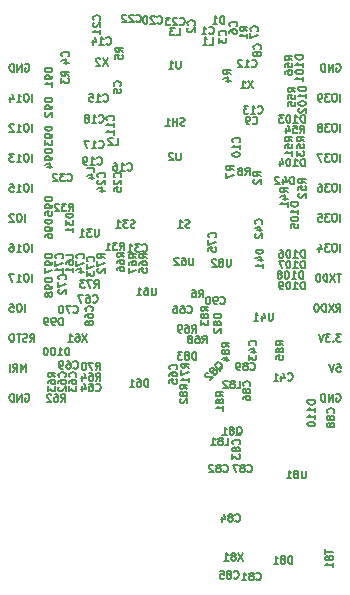
<source format=gbo>
G04 #@! TF.GenerationSoftware,KiCad,Pcbnew,6.0.5-a6ca702e91~116~ubuntu20.04.1*
G04 #@! TF.CreationDate,2024-03-02T15:14:07+03:00*
G04 #@! TF.ProjectId,iot-esp-eth-ind,696f742d-6573-4702-9d65-74682d696e64,rev?*
G04 #@! TF.SameCoordinates,PX3072580PYa990340*
G04 #@! TF.FileFunction,Legend,Bot*
G04 #@! TF.FilePolarity,Positive*
%FSLAX46Y46*%
G04 Gerber Fmt 4.6, Leading zero omitted, Abs format (unit mm)*
G04 Created by KiCad (PCBNEW 6.0.5-a6ca702e91~116~ubuntu20.04.1) date 2024-03-02 15:14:07*
%MOMM*%
%LPD*%
G01*
G04 APERTURE LIST*
%ADD10C,0.127000*%
%ADD11O,1.016000X1.524000*%
%ADD12C,0.711200*%
%ADD13O,2.540000X1.524000*%
%ADD14C,3.175000*%
%ADD15O,1.651000X2.159000*%
%ADD16O,1.778000X2.286000*%
%ADD17O,2.540000X3.048000*%
G04 APERTURE END LIST*
D10*
X2465311Y25366739D02*
X2676978Y25669120D01*
X2828169Y25366739D02*
X2828169Y26001739D01*
X2586264Y26001739D01*
X2525788Y25971500D01*
X2495550Y25941262D01*
X2465311Y25880786D01*
X2465311Y25790072D01*
X2495550Y25729596D01*
X2525788Y25699358D01*
X2586264Y25669120D01*
X2828169Y25669120D01*
X2223407Y25396977D02*
X2132692Y25366739D01*
X1981502Y25366739D01*
X1921026Y25396977D01*
X1890788Y25427215D01*
X1860550Y25487691D01*
X1860550Y25548167D01*
X1890788Y25608643D01*
X1921026Y25638881D01*
X1981502Y25669120D01*
X2102454Y25699358D01*
X2162930Y25729596D01*
X2193169Y25759834D01*
X2223407Y25820310D01*
X2223407Y25880786D01*
X2193169Y25941262D01*
X2162930Y25971500D01*
X2102454Y26001739D01*
X1951264Y26001739D01*
X1860550Y25971500D01*
X1679121Y26001739D02*
X1316264Y26001739D01*
X1497692Y25366739D02*
X1497692Y26001739D01*
X983645Y26001739D02*
X862692Y26001739D01*
X802216Y25971500D01*
X741740Y25911024D01*
X711502Y25790072D01*
X711502Y25578405D01*
X741740Y25457453D01*
X802216Y25396977D01*
X862692Y25366739D01*
X983645Y25366739D01*
X1044121Y25396977D01*
X1104597Y25457453D01*
X1134835Y25578405D01*
X1134835Y25790072D01*
X1104597Y25911024D01*
X1044121Y25971500D01*
X983645Y26001739D01*
X2102454Y22826739D02*
X2102454Y23461739D01*
X1890788Y23008167D01*
X1679121Y23461739D01*
X1679121Y22826739D01*
X1013883Y22826739D02*
X1225550Y23129120D01*
X1376740Y22826739D02*
X1376740Y23461739D01*
X1134835Y23461739D01*
X1074359Y23431500D01*
X1044121Y23401262D01*
X1013883Y23340786D01*
X1013883Y23250072D01*
X1044121Y23189596D01*
X1074359Y23159358D01*
X1134835Y23129120D01*
X1376740Y23129120D01*
X741740Y22826739D02*
X741740Y23461739D01*
X28389640Y20891500D02*
X28450116Y20921739D01*
X28540830Y20921739D01*
X28631545Y20891500D01*
X28692021Y20831024D01*
X28722259Y20770548D01*
X28752497Y20649596D01*
X28752497Y20558881D01*
X28722259Y20437929D01*
X28692021Y20377453D01*
X28631545Y20316977D01*
X28540830Y20286739D01*
X28480354Y20286739D01*
X28389640Y20316977D01*
X28359402Y20347215D01*
X28359402Y20558881D01*
X28480354Y20558881D01*
X28087259Y20286739D02*
X28087259Y20921739D01*
X27724402Y20286739D01*
X27724402Y20921739D01*
X27422021Y20286739D02*
X27422021Y20921739D01*
X27270830Y20921739D01*
X27180116Y20891500D01*
X27119640Y20831024D01*
X27089402Y20770548D01*
X27059164Y20649596D01*
X27059164Y20558881D01*
X27089402Y20437929D01*
X27119640Y20377453D01*
X27180116Y20316977D01*
X27270830Y20286739D01*
X27422021Y20286739D01*
X2041978Y20891500D02*
X2102454Y20921739D01*
X2193169Y20921739D01*
X2283883Y20891500D01*
X2344359Y20831024D01*
X2374597Y20770548D01*
X2404835Y20649596D01*
X2404835Y20558881D01*
X2374597Y20437929D01*
X2344359Y20377453D01*
X2283883Y20316977D01*
X2193169Y20286739D01*
X2132692Y20286739D01*
X2041978Y20316977D01*
X2011740Y20347215D01*
X2011740Y20558881D01*
X2132692Y20558881D01*
X1739597Y20286739D02*
X1739597Y20921739D01*
X1376740Y20286739D01*
X1376740Y20921739D01*
X1074359Y20286739D02*
X1074359Y20921739D01*
X923169Y20921739D01*
X832454Y20891500D01*
X771978Y20831024D01*
X741740Y20770548D01*
X711502Y20649596D01*
X711502Y20558881D01*
X741740Y20437929D01*
X771978Y20377453D01*
X832454Y20316977D01*
X923169Y20286739D01*
X1074359Y20286739D01*
X28359402Y27906739D02*
X28571069Y28209120D01*
X28722259Y27906739D02*
X28722259Y28541739D01*
X28480354Y28541739D01*
X28419878Y28511500D01*
X28389640Y28481262D01*
X28359402Y28420786D01*
X28359402Y28330072D01*
X28389640Y28269596D01*
X28419878Y28239358D01*
X28480354Y28209120D01*
X28722259Y28209120D01*
X28147735Y28541739D02*
X27724402Y27906739D01*
X27724402Y28541739D02*
X28147735Y27906739D01*
X27482497Y27906739D02*
X27482497Y28541739D01*
X27331307Y28541739D01*
X27240592Y28511500D01*
X27180116Y28451024D01*
X27149878Y28390548D01*
X27119640Y28269596D01*
X27119640Y28178881D01*
X27149878Y28057929D01*
X27180116Y27997453D01*
X27240592Y27936977D01*
X27331307Y27906739D01*
X27482497Y27906739D01*
X26726545Y28541739D02*
X26666069Y28541739D01*
X26605592Y28511500D01*
X26575354Y28481262D01*
X26545116Y28420786D01*
X26514878Y28299834D01*
X26514878Y28148643D01*
X26545116Y28027691D01*
X26575354Y27967215D01*
X26605592Y27936977D01*
X26666069Y27906739D01*
X26726545Y27906739D01*
X26787021Y27936977D01*
X26817259Y27967215D01*
X26847497Y28027691D01*
X26877735Y28148643D01*
X26877735Y28299834D01*
X26847497Y28420786D01*
X26817259Y28481262D01*
X26787021Y28511500D01*
X26726545Y28541739D01*
X2616502Y32986739D02*
X2616502Y33621739D01*
X2193169Y33621739D02*
X2072216Y33621739D01*
X2011740Y33591500D01*
X1951264Y33531024D01*
X1921026Y33410072D01*
X1921026Y33198405D01*
X1951264Y33077453D01*
X2011740Y33016977D01*
X2072216Y32986739D01*
X2193169Y32986739D01*
X2253645Y33016977D01*
X2314121Y33077453D01*
X2344359Y33198405D01*
X2344359Y33410072D01*
X2314121Y33531024D01*
X2253645Y33591500D01*
X2193169Y33621739D01*
X1316264Y32986739D02*
X1679121Y32986739D01*
X1497692Y32986739D02*
X1497692Y33621739D01*
X1558169Y33531024D01*
X1618645Y33470548D01*
X1679121Y33440310D01*
X771978Y33621739D02*
X892930Y33621739D01*
X953407Y33591500D01*
X983645Y33561262D01*
X1044121Y33470548D01*
X1074359Y33349596D01*
X1074359Y33107691D01*
X1044121Y33047215D01*
X1013883Y33016977D01*
X953407Y32986739D01*
X832454Y32986739D01*
X771978Y33016977D01*
X741740Y33047215D01*
X711502Y33107691D01*
X711502Y33258881D01*
X741740Y33319358D01*
X771978Y33349596D01*
X832454Y33379834D01*
X953407Y33379834D01*
X1013883Y33349596D01*
X1044121Y33319358D01*
X1074359Y33258881D01*
X28722259Y35526739D02*
X28722259Y36161739D01*
X28298926Y36161739D02*
X28177973Y36161739D01*
X28117497Y36131500D01*
X28057021Y36071024D01*
X28026783Y35950072D01*
X28026783Y35738405D01*
X28057021Y35617453D01*
X28117497Y35556977D01*
X28177973Y35526739D01*
X28298926Y35526739D01*
X28359402Y35556977D01*
X28419878Y35617453D01*
X28450116Y35738405D01*
X28450116Y35950072D01*
X28419878Y36071024D01*
X28359402Y36131500D01*
X28298926Y36161739D01*
X27815116Y36161739D02*
X27422021Y36161739D01*
X27633688Y35919834D01*
X27542973Y35919834D01*
X27482497Y35889596D01*
X27452259Y35859358D01*
X27422021Y35798881D01*
X27422021Y35647691D01*
X27452259Y35587215D01*
X27482497Y35556977D01*
X27542973Y35526739D01*
X27724402Y35526739D01*
X27784878Y35556977D01*
X27815116Y35587215D01*
X26847497Y36161739D02*
X27149878Y36161739D01*
X27180116Y35859358D01*
X27149878Y35889596D01*
X27089402Y35919834D01*
X26938211Y35919834D01*
X26877735Y35889596D01*
X26847497Y35859358D01*
X26817259Y35798881D01*
X26817259Y35647691D01*
X26847497Y35587215D01*
X26877735Y35556977D01*
X26938211Y35526739D01*
X27089402Y35526739D01*
X27149878Y35556977D01*
X27180116Y35587215D01*
X28782735Y26001739D02*
X28389640Y26001739D01*
X28601307Y25759834D01*
X28510592Y25759834D01*
X28450116Y25729596D01*
X28419878Y25699358D01*
X28389640Y25638881D01*
X28389640Y25487691D01*
X28419878Y25427215D01*
X28450116Y25396977D01*
X28510592Y25366739D01*
X28692021Y25366739D01*
X28752497Y25396977D01*
X28782735Y25427215D01*
X28117497Y25427215D02*
X28087259Y25396977D01*
X28117497Y25366739D01*
X28147735Y25396977D01*
X28117497Y25427215D01*
X28117497Y25366739D01*
X27875592Y26001739D02*
X27482497Y26001739D01*
X27694164Y25759834D01*
X27603450Y25759834D01*
X27542973Y25729596D01*
X27512735Y25699358D01*
X27482497Y25638881D01*
X27482497Y25487691D01*
X27512735Y25427215D01*
X27542973Y25396977D01*
X27603450Y25366739D01*
X27784878Y25366739D01*
X27845354Y25396977D01*
X27875592Y25427215D01*
X27301069Y26001739D02*
X27089402Y25366739D01*
X26877735Y26001739D01*
X2616502Y38066739D02*
X2616502Y38701739D01*
X2193169Y38701739D02*
X2072216Y38701739D01*
X2011740Y38671500D01*
X1951264Y38611024D01*
X1921026Y38490072D01*
X1921026Y38278405D01*
X1951264Y38157453D01*
X2011740Y38096977D01*
X2072216Y38066739D01*
X2193169Y38066739D01*
X2253645Y38096977D01*
X2314121Y38157453D01*
X2344359Y38278405D01*
X2344359Y38490072D01*
X2314121Y38611024D01*
X2253645Y38671500D01*
X2193169Y38701739D01*
X1316264Y38066739D02*
X1679121Y38066739D01*
X1497692Y38066739D02*
X1497692Y38701739D01*
X1558169Y38611024D01*
X1618645Y38550548D01*
X1679121Y38520310D01*
X741740Y38701739D02*
X1044121Y38701739D01*
X1074359Y38399358D01*
X1044121Y38429596D01*
X983645Y38459834D01*
X832454Y38459834D01*
X771978Y38429596D01*
X741740Y38399358D01*
X711502Y38338881D01*
X711502Y38187691D01*
X741740Y38127215D01*
X771978Y38096977D01*
X832454Y38066739D01*
X983645Y38066739D01*
X1044121Y38096977D01*
X1074359Y38127215D01*
X2616502Y43146739D02*
X2616502Y43781739D01*
X2193169Y43781739D02*
X2072216Y43781739D01*
X2011740Y43751500D01*
X1951264Y43691024D01*
X1921026Y43570072D01*
X1921026Y43358405D01*
X1951264Y43237453D01*
X2011740Y43176977D01*
X2072216Y43146739D01*
X2193169Y43146739D01*
X2253645Y43176977D01*
X2314121Y43237453D01*
X2344359Y43358405D01*
X2344359Y43570072D01*
X2314121Y43691024D01*
X2253645Y43751500D01*
X2193169Y43781739D01*
X1316264Y43146739D02*
X1679121Y43146739D01*
X1497692Y43146739D02*
X1497692Y43781739D01*
X1558169Y43691024D01*
X1618645Y43630548D01*
X1679121Y43600310D01*
X1074359Y43721262D02*
X1044121Y43751500D01*
X983645Y43781739D01*
X832454Y43781739D01*
X771978Y43751500D01*
X741740Y43721262D01*
X711502Y43660786D01*
X711502Y43600310D01*
X741740Y43509596D01*
X1104597Y43146739D01*
X711502Y43146739D01*
X2616502Y40606739D02*
X2616502Y41241739D01*
X2193169Y41241739D02*
X2072216Y41241739D01*
X2011740Y41211500D01*
X1951264Y41151024D01*
X1921026Y41030072D01*
X1921026Y40818405D01*
X1951264Y40697453D01*
X2011740Y40636977D01*
X2072216Y40606739D01*
X2193169Y40606739D01*
X2253645Y40636977D01*
X2314121Y40697453D01*
X2344359Y40818405D01*
X2344359Y41030072D01*
X2314121Y41151024D01*
X2253645Y41211500D01*
X2193169Y41241739D01*
X1316264Y40606739D02*
X1679121Y40606739D01*
X1497692Y40606739D02*
X1497692Y41241739D01*
X1558169Y41151024D01*
X1618645Y41090548D01*
X1679121Y41060310D01*
X1104597Y41241739D02*
X711502Y41241739D01*
X923169Y40999834D01*
X832454Y40999834D01*
X771978Y40969596D01*
X741740Y40939358D01*
X711502Y40878881D01*
X711502Y40727691D01*
X741740Y40667215D01*
X771978Y40636977D01*
X832454Y40606739D01*
X1013883Y40606739D01*
X1074359Y40636977D01*
X1104597Y40667215D01*
X28722259Y38066739D02*
X28722259Y38701739D01*
X28298926Y38701739D02*
X28177973Y38701739D01*
X28117497Y38671500D01*
X28057021Y38611024D01*
X28026783Y38490072D01*
X28026783Y38278405D01*
X28057021Y38157453D01*
X28117497Y38096977D01*
X28177973Y38066739D01*
X28298926Y38066739D01*
X28359402Y38096977D01*
X28419878Y38157453D01*
X28450116Y38278405D01*
X28450116Y38490072D01*
X28419878Y38611024D01*
X28359402Y38671500D01*
X28298926Y38701739D01*
X27815116Y38701739D02*
X27422021Y38701739D01*
X27633688Y38459834D01*
X27542973Y38459834D01*
X27482497Y38429596D01*
X27452259Y38399358D01*
X27422021Y38338881D01*
X27422021Y38187691D01*
X27452259Y38127215D01*
X27482497Y38096977D01*
X27542973Y38066739D01*
X27724402Y38066739D01*
X27784878Y38096977D01*
X27815116Y38127215D01*
X26877735Y38701739D02*
X26998688Y38701739D01*
X27059164Y38671500D01*
X27089402Y38641262D01*
X27149878Y38550548D01*
X27180116Y38429596D01*
X27180116Y38187691D01*
X27149878Y38127215D01*
X27119640Y38096977D01*
X27059164Y38066739D01*
X26938211Y38066739D01*
X26877735Y38096977D01*
X26847497Y38127215D01*
X26817259Y38187691D01*
X26817259Y38338881D01*
X26847497Y38399358D01*
X26877735Y38429596D01*
X26938211Y38459834D01*
X27059164Y38459834D01*
X27119640Y38429596D01*
X27149878Y38399358D01*
X27180116Y38338881D01*
X28812973Y31081739D02*
X28450116Y31081739D01*
X28631545Y30446739D02*
X28631545Y31081739D01*
X28298926Y31081739D02*
X27875592Y30446739D01*
X27875592Y31081739D02*
X28298926Y30446739D01*
X27633688Y30446739D02*
X27633688Y31081739D01*
X27482497Y31081739D01*
X27391783Y31051500D01*
X27331307Y30991024D01*
X27301069Y30930548D01*
X27270830Y30809596D01*
X27270830Y30718881D01*
X27301069Y30597929D01*
X27331307Y30537453D01*
X27391783Y30476977D01*
X27482497Y30446739D01*
X27633688Y30446739D01*
X26877735Y31081739D02*
X26817259Y31081739D01*
X26756783Y31051500D01*
X26726545Y31021262D01*
X26696307Y30960786D01*
X26666069Y30839834D01*
X26666069Y30688643D01*
X26696307Y30567691D01*
X26726545Y30507215D01*
X26756783Y30476977D01*
X26817259Y30446739D01*
X26877735Y30446739D01*
X26938211Y30476977D01*
X26968450Y30507215D01*
X26998688Y30567691D01*
X27028926Y30688643D01*
X27028926Y30839834D01*
X26998688Y30960786D01*
X26968450Y31021262D01*
X26938211Y31051500D01*
X26877735Y31081739D01*
X28389640Y48831500D02*
X28450116Y48861739D01*
X28540830Y48861739D01*
X28631545Y48831500D01*
X28692021Y48771024D01*
X28722259Y48710548D01*
X28752497Y48589596D01*
X28752497Y48498881D01*
X28722259Y48377929D01*
X28692021Y48317453D01*
X28631545Y48256977D01*
X28540830Y48226739D01*
X28480354Y48226739D01*
X28389640Y48256977D01*
X28359402Y48287215D01*
X28359402Y48498881D01*
X28480354Y48498881D01*
X28087259Y48226739D02*
X28087259Y48861739D01*
X27724402Y48226739D01*
X27724402Y48861739D01*
X27422021Y48226739D02*
X27422021Y48861739D01*
X27270830Y48861739D01*
X27180116Y48831500D01*
X27119640Y48771024D01*
X27089402Y48710548D01*
X27059164Y48589596D01*
X27059164Y48498881D01*
X27089402Y48377929D01*
X27119640Y48317453D01*
X27180116Y48256977D01*
X27270830Y48226739D01*
X27422021Y48226739D01*
X28419878Y23461739D02*
X28722259Y23461739D01*
X28752497Y23159358D01*
X28722259Y23189596D01*
X28661783Y23219834D01*
X28510592Y23219834D01*
X28450116Y23189596D01*
X28419878Y23159358D01*
X28389640Y23098881D01*
X28389640Y22947691D01*
X28419878Y22887215D01*
X28450116Y22856977D01*
X28510592Y22826739D01*
X28661783Y22826739D01*
X28722259Y22856977D01*
X28752497Y22887215D01*
X28208211Y23461739D02*
X27996545Y22826739D01*
X27784878Y23461739D01*
X28722259Y40606739D02*
X28722259Y41241739D01*
X28298926Y41241739D02*
X28177973Y41241739D01*
X28117497Y41211500D01*
X28057021Y41151024D01*
X28026783Y41030072D01*
X28026783Y40818405D01*
X28057021Y40697453D01*
X28117497Y40636977D01*
X28177973Y40606739D01*
X28298926Y40606739D01*
X28359402Y40636977D01*
X28419878Y40697453D01*
X28450116Y40818405D01*
X28450116Y41030072D01*
X28419878Y41151024D01*
X28359402Y41211500D01*
X28298926Y41241739D01*
X27815116Y41241739D02*
X27422021Y41241739D01*
X27633688Y40999834D01*
X27542973Y40999834D01*
X27482497Y40969596D01*
X27452259Y40939358D01*
X27422021Y40878881D01*
X27422021Y40727691D01*
X27452259Y40667215D01*
X27482497Y40636977D01*
X27542973Y40606739D01*
X27724402Y40606739D01*
X27784878Y40636977D01*
X27815116Y40667215D01*
X27210354Y41241739D02*
X26787021Y41241739D01*
X27059164Y40606739D01*
X28722259Y45686739D02*
X28722259Y46321739D01*
X28298926Y46321739D02*
X28177973Y46321739D01*
X28117497Y46291500D01*
X28057021Y46231024D01*
X28026783Y46110072D01*
X28026783Y45898405D01*
X28057021Y45777453D01*
X28117497Y45716977D01*
X28177973Y45686739D01*
X28298926Y45686739D01*
X28359402Y45716977D01*
X28419878Y45777453D01*
X28450116Y45898405D01*
X28450116Y46110072D01*
X28419878Y46231024D01*
X28359402Y46291500D01*
X28298926Y46321739D01*
X27815116Y46321739D02*
X27422021Y46321739D01*
X27633688Y46079834D01*
X27542973Y46079834D01*
X27482497Y46049596D01*
X27452259Y46019358D01*
X27422021Y45958881D01*
X27422021Y45807691D01*
X27452259Y45747215D01*
X27482497Y45716977D01*
X27542973Y45686739D01*
X27724402Y45686739D01*
X27784878Y45716977D01*
X27815116Y45747215D01*
X27119640Y45686739D02*
X26998688Y45686739D01*
X26938211Y45716977D01*
X26907973Y45747215D01*
X26847497Y45837929D01*
X26817259Y45958881D01*
X26817259Y46200786D01*
X26847497Y46261262D01*
X26877735Y46291500D01*
X26938211Y46321739D01*
X27059164Y46321739D01*
X27119640Y46291500D01*
X27149878Y46261262D01*
X27180116Y46200786D01*
X27180116Y46049596D01*
X27149878Y45989120D01*
X27119640Y45958881D01*
X27059164Y45928643D01*
X26938211Y45928643D01*
X26877735Y45958881D01*
X26847497Y45989120D01*
X26817259Y46049596D01*
X2011740Y27906739D02*
X2011740Y28541739D01*
X1588407Y28541739D02*
X1467454Y28541739D01*
X1406978Y28511500D01*
X1346502Y28451024D01*
X1316264Y28330072D01*
X1316264Y28118405D01*
X1346502Y27997453D01*
X1406978Y27936977D01*
X1467454Y27906739D01*
X1588407Y27906739D01*
X1648883Y27936977D01*
X1709359Y27997453D01*
X1739597Y28118405D01*
X1739597Y28330072D01*
X1709359Y28451024D01*
X1648883Y28511500D01*
X1588407Y28541739D01*
X741740Y28541739D02*
X1044121Y28541739D01*
X1074359Y28239358D01*
X1044121Y28269596D01*
X983645Y28299834D01*
X832454Y28299834D01*
X771978Y28269596D01*
X741740Y28239358D01*
X711502Y28178881D01*
X711502Y28027691D01*
X741740Y27967215D01*
X771978Y27936977D01*
X832454Y27906739D01*
X983645Y27906739D01*
X1044121Y27936977D01*
X1074359Y27967215D01*
X28722259Y43146739D02*
X28722259Y43781739D01*
X28298926Y43781739D02*
X28177973Y43781739D01*
X28117497Y43751500D01*
X28057021Y43691024D01*
X28026783Y43570072D01*
X28026783Y43358405D01*
X28057021Y43237453D01*
X28117497Y43176977D01*
X28177973Y43146739D01*
X28298926Y43146739D01*
X28359402Y43176977D01*
X28419878Y43237453D01*
X28450116Y43358405D01*
X28450116Y43570072D01*
X28419878Y43691024D01*
X28359402Y43751500D01*
X28298926Y43781739D01*
X27815116Y43781739D02*
X27422021Y43781739D01*
X27633688Y43539834D01*
X27542973Y43539834D01*
X27482497Y43509596D01*
X27452259Y43479358D01*
X27422021Y43418881D01*
X27422021Y43267691D01*
X27452259Y43207215D01*
X27482497Y43176977D01*
X27542973Y43146739D01*
X27724402Y43146739D01*
X27784878Y43176977D01*
X27815116Y43207215D01*
X27059164Y43509596D02*
X27119640Y43539834D01*
X27149878Y43570072D01*
X27180116Y43630548D01*
X27180116Y43660786D01*
X27149878Y43721262D01*
X27119640Y43751500D01*
X27059164Y43781739D01*
X26938211Y43781739D01*
X26877735Y43751500D01*
X26847497Y43721262D01*
X26817259Y43660786D01*
X26817259Y43630548D01*
X26847497Y43570072D01*
X26877735Y43539834D01*
X26938211Y43509596D01*
X27059164Y43509596D01*
X27119640Y43479358D01*
X27149878Y43449120D01*
X27180116Y43388643D01*
X27180116Y43267691D01*
X27149878Y43207215D01*
X27119640Y43176977D01*
X27059164Y43146739D01*
X26938211Y43146739D01*
X26877735Y43176977D01*
X26847497Y43207215D01*
X26817259Y43267691D01*
X26817259Y43388643D01*
X26847497Y43449120D01*
X26877735Y43479358D01*
X26938211Y43509596D01*
X2616502Y45686739D02*
X2616502Y46321739D01*
X2193169Y46321739D02*
X2072216Y46321739D01*
X2011740Y46291500D01*
X1951264Y46231024D01*
X1921026Y46110072D01*
X1921026Y45898405D01*
X1951264Y45777453D01*
X2011740Y45716977D01*
X2072216Y45686739D01*
X2193169Y45686739D01*
X2253645Y45716977D01*
X2314121Y45777453D01*
X2344359Y45898405D01*
X2344359Y46110072D01*
X2314121Y46231024D01*
X2253645Y46291500D01*
X2193169Y46321739D01*
X1316264Y45686739D02*
X1679121Y45686739D01*
X1497692Y45686739D02*
X1497692Y46321739D01*
X1558169Y46231024D01*
X1618645Y46170548D01*
X1679121Y46140310D01*
X771978Y46110072D02*
X771978Y45686739D01*
X923169Y46351977D02*
X1074359Y45898405D01*
X681264Y45898405D01*
X28722259Y32986739D02*
X28722259Y33621739D01*
X28298926Y33621739D02*
X28177973Y33621739D01*
X28117497Y33591500D01*
X28057021Y33531024D01*
X28026783Y33410072D01*
X28026783Y33198405D01*
X28057021Y33077453D01*
X28117497Y33016977D01*
X28177973Y32986739D01*
X28298926Y32986739D01*
X28359402Y33016977D01*
X28419878Y33077453D01*
X28450116Y33198405D01*
X28450116Y33410072D01*
X28419878Y33531024D01*
X28359402Y33591500D01*
X28298926Y33621739D01*
X27815116Y33621739D02*
X27422021Y33621739D01*
X27633688Y33379834D01*
X27542973Y33379834D01*
X27482497Y33349596D01*
X27452259Y33319358D01*
X27422021Y33258881D01*
X27422021Y33107691D01*
X27452259Y33047215D01*
X27482497Y33016977D01*
X27542973Y32986739D01*
X27724402Y32986739D01*
X27784878Y33016977D01*
X27815116Y33047215D01*
X26877735Y33410072D02*
X26877735Y32986739D01*
X27028926Y33651977D02*
X27180116Y33198405D01*
X26787021Y33198405D01*
X2011740Y35526739D02*
X2011740Y36161739D01*
X1588407Y36161739D02*
X1467454Y36161739D01*
X1406978Y36131500D01*
X1346502Y36071024D01*
X1316264Y35950072D01*
X1316264Y35738405D01*
X1346502Y35617453D01*
X1406978Y35556977D01*
X1467454Y35526739D01*
X1588407Y35526739D01*
X1648883Y35556977D01*
X1709359Y35617453D01*
X1739597Y35738405D01*
X1739597Y35950072D01*
X1709359Y36071024D01*
X1648883Y36131500D01*
X1588407Y36161739D01*
X1074359Y36101262D02*
X1044121Y36131500D01*
X983645Y36161739D01*
X832454Y36161739D01*
X771978Y36131500D01*
X741740Y36101262D01*
X711502Y36040786D01*
X711502Y35980310D01*
X741740Y35889596D01*
X1104597Y35526739D01*
X711502Y35526739D01*
X2041978Y48831500D02*
X2102454Y48861739D01*
X2193169Y48861739D01*
X2283883Y48831500D01*
X2344359Y48771024D01*
X2374597Y48710548D01*
X2404835Y48589596D01*
X2404835Y48498881D01*
X2374597Y48377929D01*
X2344359Y48317453D01*
X2283883Y48256977D01*
X2193169Y48226739D01*
X2132692Y48226739D01*
X2041978Y48256977D01*
X2011740Y48287215D01*
X2011740Y48498881D01*
X2132692Y48498881D01*
X1739597Y48226739D02*
X1739597Y48861739D01*
X1376740Y48226739D01*
X1376740Y48861739D01*
X1074359Y48226739D02*
X1074359Y48861739D01*
X923169Y48861739D01*
X832454Y48831500D01*
X771978Y48771024D01*
X741740Y48710548D01*
X711502Y48589596D01*
X711502Y48498881D01*
X741740Y48377929D01*
X771978Y48317453D01*
X832454Y48256977D01*
X923169Y48226739D01*
X1074359Y48226739D01*
X2616502Y30446739D02*
X2616502Y31081739D01*
X2193169Y31081739D02*
X2072216Y31081739D01*
X2011740Y31051500D01*
X1951264Y30991024D01*
X1921026Y30870072D01*
X1921026Y30658405D01*
X1951264Y30537453D01*
X2011740Y30476977D01*
X2072216Y30446739D01*
X2193169Y30446739D01*
X2253645Y30476977D01*
X2314121Y30537453D01*
X2344359Y30658405D01*
X2344359Y30870072D01*
X2314121Y30991024D01*
X2253645Y31051500D01*
X2193169Y31081739D01*
X1316264Y30446739D02*
X1679121Y30446739D01*
X1497692Y30446739D02*
X1497692Y31081739D01*
X1558169Y30991024D01*
X1618645Y30930548D01*
X1679121Y30900310D01*
X1104597Y31081739D02*
X681264Y31081739D01*
X953407Y30446739D01*
G04 #@! TO.C,C22*
X11457214Y52478215D02*
X11487452Y52447977D01*
X11578166Y52417739D01*
X11638642Y52417739D01*
X11729357Y52447977D01*
X11789833Y52508453D01*
X11820071Y52568929D01*
X11850309Y52689881D01*
X11850309Y52780596D01*
X11820071Y52901548D01*
X11789833Y52962024D01*
X11729357Y53022500D01*
X11638642Y53052739D01*
X11578166Y53052739D01*
X11487452Y53022500D01*
X11457214Y52992262D01*
X11215309Y52992262D02*
X11185071Y53022500D01*
X11124595Y53052739D01*
X10973404Y53052739D01*
X10912928Y53022500D01*
X10882690Y52992262D01*
X10852452Y52931786D01*
X10852452Y52871310D01*
X10882690Y52780596D01*
X11245547Y52417739D01*
X10852452Y52417739D01*
X10610547Y52992262D02*
X10580309Y53022500D01*
X10519833Y53052739D01*
X10368642Y53052739D01*
X10308166Y53022500D01*
X10277928Y52992262D01*
X10247690Y52931786D01*
X10247690Y52871310D01*
X10277928Y52780596D01*
X10640785Y52417739D01*
X10247690Y52417739D01*
G04 #@! TO.C,L81*
X18950214Y16603739D02*
X19252595Y16603739D01*
X19252595Y17238739D01*
X18647833Y16966596D02*
X18708309Y16996834D01*
X18738547Y17027072D01*
X18768785Y17087548D01*
X18768785Y17117786D01*
X18738547Y17178262D01*
X18708309Y17208500D01*
X18647833Y17238739D01*
X18526880Y17238739D01*
X18466404Y17208500D01*
X18436166Y17178262D01*
X18405928Y17117786D01*
X18405928Y17087548D01*
X18436166Y17027072D01*
X18466404Y16996834D01*
X18526880Y16966596D01*
X18647833Y16966596D01*
X18708309Y16936358D01*
X18738547Y16906120D01*
X18768785Y16845643D01*
X18768785Y16724691D01*
X18738547Y16664215D01*
X18708309Y16633977D01*
X18647833Y16603739D01*
X18526880Y16603739D01*
X18466404Y16633977D01*
X18436166Y16664215D01*
X18405928Y16724691D01*
X18405928Y16845643D01*
X18436166Y16906120D01*
X18466404Y16936358D01*
X18526880Y16966596D01*
X17801166Y16603739D02*
X18164023Y16603739D01*
X17982595Y16603739D02*
X17982595Y17238739D01*
X18043071Y17148024D01*
X18103547Y17087548D01*
X18164023Y17057310D01*
G04 #@! TO.C,L2*
X9630833Y42003739D02*
X9933214Y42003739D01*
X9933214Y42638739D01*
X9449404Y42578262D02*
X9419166Y42608500D01*
X9358690Y42638739D01*
X9207500Y42638739D01*
X9147023Y42608500D01*
X9116785Y42578262D01*
X9086547Y42517786D01*
X9086547Y42457310D01*
X9116785Y42366596D01*
X9479642Y42003739D01*
X9086547Y42003739D01*
G04 #@! TO.C,C87*
X20855214Y14378215D02*
X20885452Y14347977D01*
X20976166Y14317739D01*
X21036642Y14317739D01*
X21127357Y14347977D01*
X21187833Y14408453D01*
X21218071Y14468929D01*
X21248309Y14589881D01*
X21248309Y14680596D01*
X21218071Y14801548D01*
X21187833Y14862024D01*
X21127357Y14922500D01*
X21036642Y14952739D01*
X20976166Y14952739D01*
X20885452Y14922500D01*
X20855214Y14892262D01*
X20492357Y14680596D02*
X20552833Y14710834D01*
X20583071Y14741072D01*
X20613309Y14801548D01*
X20613309Y14831786D01*
X20583071Y14892262D01*
X20552833Y14922500D01*
X20492357Y14952739D01*
X20371404Y14952739D01*
X20310928Y14922500D01*
X20280690Y14892262D01*
X20250452Y14831786D01*
X20250452Y14801548D01*
X20280690Y14741072D01*
X20310928Y14710834D01*
X20371404Y14680596D01*
X20492357Y14680596D01*
X20552833Y14650358D01*
X20583071Y14620120D01*
X20613309Y14559643D01*
X20613309Y14438691D01*
X20583071Y14378215D01*
X20552833Y14347977D01*
X20492357Y14317739D01*
X20371404Y14317739D01*
X20310928Y14347977D01*
X20280690Y14378215D01*
X20250452Y14438691D01*
X20250452Y14559643D01*
X20280690Y14620120D01*
X20310928Y14650358D01*
X20371404Y14680596D01*
X20038785Y14952739D02*
X19615452Y14952739D01*
X19887595Y14317739D01*
G04 #@! TO.C,U81*
X25805190Y14444739D02*
X25805190Y13930691D01*
X25774952Y13870215D01*
X25744714Y13839977D01*
X25684238Y13809739D01*
X25563285Y13809739D01*
X25502809Y13839977D01*
X25472571Y13870215D01*
X25442333Y13930691D01*
X25442333Y14444739D01*
X25049238Y14172596D02*
X25109714Y14202834D01*
X25139952Y14233072D01*
X25170190Y14293548D01*
X25170190Y14323786D01*
X25139952Y14384262D01*
X25109714Y14414500D01*
X25049238Y14444739D01*
X24928285Y14444739D01*
X24867809Y14414500D01*
X24837571Y14384262D01*
X24807333Y14323786D01*
X24807333Y14293548D01*
X24837571Y14233072D01*
X24867809Y14202834D01*
X24928285Y14172596D01*
X25049238Y14172596D01*
X25109714Y14142358D01*
X25139952Y14112120D01*
X25170190Y14051643D01*
X25170190Y13930691D01*
X25139952Y13870215D01*
X25109714Y13839977D01*
X25049238Y13809739D01*
X24928285Y13809739D01*
X24867809Y13839977D01*
X24837571Y13870215D01*
X24807333Y13930691D01*
X24807333Y14051643D01*
X24837571Y14112120D01*
X24867809Y14142358D01*
X24928285Y14172596D01*
X24202571Y13809739D02*
X24565428Y13809739D01*
X24384000Y13809739D02*
X24384000Y14444739D01*
X24444476Y14354024D01*
X24504952Y14293548D01*
X24565428Y14263310D01*
G04 #@! TO.C,C7*
X21689785Y51667834D02*
X21720023Y51698072D01*
X21750261Y51788786D01*
X21750261Y51849262D01*
X21720023Y51939977D01*
X21659547Y52000453D01*
X21599071Y52030691D01*
X21478119Y52060929D01*
X21387404Y52060929D01*
X21266452Y52030691D01*
X21205976Y52000453D01*
X21145500Y51939977D01*
X21115261Y51849262D01*
X21115261Y51788786D01*
X21145500Y51698072D01*
X21175738Y51667834D01*
X21115261Y51456167D02*
X21115261Y51032834D01*
X21750261Y51304977D01*
G04 #@! TO.C,R72*
X8796261Y32412215D02*
X8493880Y32623881D01*
X8796261Y32775072D02*
X8161261Y32775072D01*
X8161261Y32533167D01*
X8191500Y32472691D01*
X8221738Y32442453D01*
X8282214Y32412215D01*
X8372928Y32412215D01*
X8433404Y32442453D01*
X8463642Y32472691D01*
X8493880Y32533167D01*
X8493880Y32775072D01*
X8161261Y32200548D02*
X8161261Y31777215D01*
X8796261Y32049358D01*
X8221738Y31565548D02*
X8191500Y31535310D01*
X8161261Y31474834D01*
X8161261Y31323643D01*
X8191500Y31263167D01*
X8221738Y31232929D01*
X8282214Y31202691D01*
X8342690Y31202691D01*
X8433404Y31232929D01*
X8796261Y31595786D01*
X8796261Y31202691D01*
G04 #@! TO.C,C24*
X8735785Y39270215D02*
X8766023Y39300453D01*
X8796261Y39391167D01*
X8796261Y39451643D01*
X8766023Y39542358D01*
X8705547Y39602834D01*
X8645071Y39633072D01*
X8524119Y39663310D01*
X8433404Y39663310D01*
X8312452Y39633072D01*
X8251976Y39602834D01*
X8191500Y39542358D01*
X8161261Y39451643D01*
X8161261Y39391167D01*
X8191500Y39300453D01*
X8221738Y39270215D01*
X8221738Y39028310D02*
X8191500Y38998072D01*
X8161261Y38937596D01*
X8161261Y38786405D01*
X8191500Y38725929D01*
X8221738Y38695691D01*
X8282214Y38665453D01*
X8342690Y38665453D01*
X8433404Y38695691D01*
X8796261Y39058548D01*
X8796261Y38665453D01*
X8372928Y38121167D02*
X8796261Y38121167D01*
X8131023Y38272358D02*
X8584595Y38423548D01*
X8584595Y38030453D01*
G04 #@! TO.C,U41*
X23011190Y27779739D02*
X23011190Y27265691D01*
X22980952Y27205215D01*
X22950714Y27174977D01*
X22890238Y27144739D01*
X22769285Y27144739D01*
X22708809Y27174977D01*
X22678571Y27205215D01*
X22648333Y27265691D01*
X22648333Y27779739D01*
X22073809Y27568072D02*
X22073809Y27144739D01*
X22225000Y27809977D02*
X22376190Y27356405D01*
X21983095Y27356405D01*
X21408571Y27144739D02*
X21771428Y27144739D01*
X21590000Y27144739D02*
X21590000Y27779739D01*
X21650476Y27689024D01*
X21710952Y27628548D01*
X21771428Y27598310D01*
G04 #@! TO.C,D42*
X24774071Y38701739D02*
X24774071Y39336739D01*
X24622880Y39336739D01*
X24532166Y39306500D01*
X24471690Y39246024D01*
X24441452Y39185548D01*
X24411214Y39064596D01*
X24411214Y38973881D01*
X24441452Y38852929D01*
X24471690Y38792453D01*
X24532166Y38731977D01*
X24622880Y38701739D01*
X24774071Y38701739D01*
X23866928Y39125072D02*
X23866928Y38701739D01*
X24018119Y39366977D02*
X24169309Y38913405D01*
X23776214Y38913405D01*
X23564547Y39276262D02*
X23534309Y39306500D01*
X23473833Y39336739D01*
X23322642Y39336739D01*
X23262166Y39306500D01*
X23231928Y39276262D01*
X23201690Y39215786D01*
X23201690Y39155310D01*
X23231928Y39064596D01*
X23594785Y38701739D01*
X23201690Y38701739D01*
G04 #@! TO.C,C18*
X8282214Y43969215D02*
X8312452Y43938977D01*
X8403166Y43908739D01*
X8463642Y43908739D01*
X8554357Y43938977D01*
X8614833Y43999453D01*
X8645071Y44059929D01*
X8675309Y44180881D01*
X8675309Y44271596D01*
X8645071Y44392548D01*
X8614833Y44453024D01*
X8554357Y44513500D01*
X8463642Y44543739D01*
X8403166Y44543739D01*
X8312452Y44513500D01*
X8282214Y44483262D01*
X7677452Y43908739D02*
X8040309Y43908739D01*
X7858880Y43908739D02*
X7858880Y44543739D01*
X7919357Y44453024D01*
X7979833Y44392548D01*
X8040309Y44362310D01*
X7314595Y44271596D02*
X7375071Y44301834D01*
X7405309Y44332072D01*
X7435547Y44392548D01*
X7435547Y44422786D01*
X7405309Y44483262D01*
X7375071Y44513500D01*
X7314595Y44543739D01*
X7193642Y44543739D01*
X7133166Y44513500D01*
X7102928Y44483262D01*
X7072690Y44422786D01*
X7072690Y44392548D01*
X7102928Y44332072D01*
X7133166Y44301834D01*
X7193642Y44271596D01*
X7314595Y44271596D01*
X7375071Y44241358D01*
X7405309Y44211120D01*
X7435547Y44150643D01*
X7435547Y44029691D01*
X7405309Y43969215D01*
X7375071Y43938977D01*
X7314595Y43908739D01*
X7193642Y43908739D01*
X7133166Y43938977D01*
X7102928Y43969215D01*
X7072690Y44029691D01*
X7072690Y44150643D01*
X7102928Y44211120D01*
X7133166Y44241358D01*
X7193642Y44271596D01*
G04 #@! TO.C,C62*
X5433785Y22379215D02*
X5464023Y22409453D01*
X5494261Y22500167D01*
X5494261Y22560643D01*
X5464023Y22651358D01*
X5403547Y22711834D01*
X5343071Y22742072D01*
X5222119Y22772310D01*
X5131404Y22772310D01*
X5010452Y22742072D01*
X4949976Y22711834D01*
X4889500Y22651358D01*
X4859261Y22560643D01*
X4859261Y22500167D01*
X4889500Y22409453D01*
X4919738Y22379215D01*
X4859261Y21834929D02*
X4859261Y21955881D01*
X4889500Y22016358D01*
X4919738Y22046596D01*
X5010452Y22107072D01*
X5131404Y22137310D01*
X5373309Y22137310D01*
X5433785Y22107072D01*
X5464023Y22076834D01*
X5494261Y22016358D01*
X5494261Y21895405D01*
X5464023Y21834929D01*
X5433785Y21804691D01*
X5373309Y21774453D01*
X5222119Y21774453D01*
X5161642Y21804691D01*
X5131404Y21834929D01*
X5101166Y21895405D01*
X5101166Y22016358D01*
X5131404Y22076834D01*
X5161642Y22107072D01*
X5222119Y22137310D01*
X4919738Y21532548D02*
X4889500Y21502310D01*
X4859261Y21441834D01*
X4859261Y21290643D01*
X4889500Y21230167D01*
X4919738Y21199929D01*
X4980214Y21169691D01*
X5040690Y21169691D01*
X5131404Y21199929D01*
X5494261Y21562786D01*
X5494261Y21169691D01*
G04 #@! TO.C,X81*
X20501428Y7459739D02*
X20078095Y6824739D01*
X20078095Y7459739D02*
X20501428Y6824739D01*
X19745476Y7187596D02*
X19805952Y7217834D01*
X19836190Y7248072D01*
X19866428Y7308548D01*
X19866428Y7338786D01*
X19836190Y7399262D01*
X19805952Y7429500D01*
X19745476Y7459739D01*
X19624523Y7459739D01*
X19564047Y7429500D01*
X19533809Y7399262D01*
X19503571Y7338786D01*
X19503571Y7308548D01*
X19533809Y7248072D01*
X19564047Y7217834D01*
X19624523Y7187596D01*
X19745476Y7187596D01*
X19805952Y7157358D01*
X19836190Y7127120D01*
X19866428Y7066643D01*
X19866428Y6945691D01*
X19836190Y6885215D01*
X19805952Y6854977D01*
X19745476Y6824739D01*
X19624523Y6824739D01*
X19564047Y6854977D01*
X19533809Y6885215D01*
X19503571Y6945691D01*
X19503571Y7066643D01*
X19533809Y7127120D01*
X19564047Y7157358D01*
X19624523Y7187596D01*
X18898809Y6824739D02*
X19261666Y6824739D01*
X19080238Y6824739D02*
X19080238Y7459739D01*
X19140714Y7369024D01*
X19201190Y7308548D01*
X19261666Y7278310D01*
G04 #@! TO.C,C12*
X21236214Y48668215D02*
X21266452Y48637977D01*
X21357166Y48607739D01*
X21417642Y48607739D01*
X21508357Y48637977D01*
X21568833Y48698453D01*
X21599071Y48758929D01*
X21629309Y48879881D01*
X21629309Y48970596D01*
X21599071Y49091548D01*
X21568833Y49152024D01*
X21508357Y49212500D01*
X21417642Y49242739D01*
X21357166Y49242739D01*
X21266452Y49212500D01*
X21236214Y49182262D01*
X20631452Y48607739D02*
X20994309Y48607739D01*
X20812880Y48607739D02*
X20812880Y49242739D01*
X20873357Y49152024D01*
X20933833Y49091548D01*
X20994309Y49061310D01*
X20389547Y49182262D02*
X20359309Y49212500D01*
X20298833Y49242739D01*
X20147642Y49242739D01*
X20087166Y49212500D01*
X20056928Y49182262D01*
X20026690Y49121786D01*
X20026690Y49061310D01*
X20056928Y48970596D01*
X20419785Y48607739D01*
X20026690Y48607739D01*
G04 #@! TO.C,C25*
X10132785Y39270215D02*
X10163023Y39300453D01*
X10193261Y39391167D01*
X10193261Y39451643D01*
X10163023Y39542358D01*
X10102547Y39602834D01*
X10042071Y39633072D01*
X9921119Y39663310D01*
X9830404Y39663310D01*
X9709452Y39633072D01*
X9648976Y39602834D01*
X9588500Y39542358D01*
X9558261Y39451643D01*
X9558261Y39391167D01*
X9588500Y39300453D01*
X9618738Y39270215D01*
X9618738Y39028310D02*
X9588500Y38998072D01*
X9558261Y38937596D01*
X9558261Y38786405D01*
X9588500Y38725929D01*
X9618738Y38695691D01*
X9679214Y38665453D01*
X9739690Y38665453D01*
X9830404Y38695691D01*
X10193261Y39058548D01*
X10193261Y38665453D01*
X9558261Y38090929D02*
X9558261Y38393310D01*
X9860642Y38423548D01*
X9830404Y38393310D01*
X9800166Y38332834D01*
X9800166Y38181643D01*
X9830404Y38121167D01*
X9860642Y38090929D01*
X9921119Y38060691D01*
X10072309Y38060691D01*
X10132785Y38090929D01*
X10163023Y38121167D01*
X10193261Y38181643D01*
X10193261Y38332834D01*
X10163023Y38393310D01*
X10132785Y38423548D01*
G04 #@! TO.C,C10*
X20165785Y42242015D02*
X20196023Y42272253D01*
X20226261Y42362967D01*
X20226261Y42423443D01*
X20196023Y42514158D01*
X20135547Y42574634D01*
X20075071Y42604872D01*
X19954119Y42635110D01*
X19863404Y42635110D01*
X19742452Y42604872D01*
X19681976Y42574634D01*
X19621500Y42514158D01*
X19591261Y42423443D01*
X19591261Y42362967D01*
X19621500Y42272253D01*
X19651738Y42242015D01*
X20226261Y41637253D02*
X20226261Y42000110D01*
X20226261Y41818681D02*
X19591261Y41818681D01*
X19681976Y41879158D01*
X19742452Y41939634D01*
X19772690Y42000110D01*
X19591261Y41244158D02*
X19591261Y41183681D01*
X19621500Y41123205D01*
X19651738Y41092967D01*
X19712214Y41062729D01*
X19833166Y41032491D01*
X19984357Y41032491D01*
X20105309Y41062729D01*
X20165785Y41092967D01*
X20196023Y41123205D01*
X20226261Y41183681D01*
X20226261Y41244158D01*
X20196023Y41304634D01*
X20165785Y41334872D01*
X20105309Y41365110D01*
X19984357Y41395348D01*
X19833166Y41395348D01*
X19712214Y41365110D01*
X19651738Y41334872D01*
X19621500Y41304634D01*
X19591261Y41244158D01*
G04 #@! TO.C,X61*
X7293428Y26001739D02*
X6870095Y25366739D01*
X6870095Y26001739D02*
X7293428Y25366739D01*
X6356047Y26001739D02*
X6477000Y26001739D01*
X6537476Y25971500D01*
X6567714Y25941262D01*
X6628190Y25850548D01*
X6658428Y25729596D01*
X6658428Y25487691D01*
X6628190Y25427215D01*
X6597952Y25396977D01*
X6537476Y25366739D01*
X6416523Y25366739D01*
X6356047Y25396977D01*
X6325809Y25427215D01*
X6295571Y25487691D01*
X6295571Y25638881D01*
X6325809Y25699358D01*
X6356047Y25729596D01*
X6416523Y25759834D01*
X6537476Y25759834D01*
X6597952Y25729596D01*
X6628190Y25699358D01*
X6658428Y25638881D01*
X5690809Y25366739D02*
X6053666Y25366739D01*
X5872238Y25366739D02*
X5872238Y26001739D01*
X5932714Y25911024D01*
X5993190Y25850548D01*
X6053666Y25820310D01*
G04 #@! TO.C,C3*
X19022785Y51286834D02*
X19053023Y51317072D01*
X19083261Y51407786D01*
X19083261Y51468262D01*
X19053023Y51558977D01*
X18992547Y51619453D01*
X18932071Y51649691D01*
X18811119Y51679929D01*
X18720404Y51679929D01*
X18599452Y51649691D01*
X18538976Y51619453D01*
X18478500Y51558977D01*
X18448261Y51468262D01*
X18448261Y51407786D01*
X18478500Y51317072D01*
X18508738Y51286834D01*
X18448261Y51075167D02*
X18448261Y50682072D01*
X18690166Y50893739D01*
X18690166Y50803024D01*
X18720404Y50742548D01*
X18750642Y50712310D01*
X18811119Y50682072D01*
X18962309Y50682072D01*
X19022785Y50712310D01*
X19053023Y50742548D01*
X19083261Y50803024D01*
X19083261Y50984453D01*
X19053023Y51044929D01*
X19022785Y51075167D01*
G04 #@! TO.C,C65*
X14831785Y23014215D02*
X14862023Y23044453D01*
X14892261Y23135167D01*
X14892261Y23195643D01*
X14862023Y23286358D01*
X14801547Y23346834D01*
X14741071Y23377072D01*
X14620119Y23407310D01*
X14529404Y23407310D01*
X14408452Y23377072D01*
X14347976Y23346834D01*
X14287500Y23286358D01*
X14257261Y23195643D01*
X14257261Y23135167D01*
X14287500Y23044453D01*
X14317738Y23014215D01*
X14257261Y22469929D02*
X14257261Y22590881D01*
X14287500Y22651358D01*
X14317738Y22681596D01*
X14408452Y22742072D01*
X14529404Y22772310D01*
X14771309Y22772310D01*
X14831785Y22742072D01*
X14862023Y22711834D01*
X14892261Y22651358D01*
X14892261Y22530405D01*
X14862023Y22469929D01*
X14831785Y22439691D01*
X14771309Y22409453D01*
X14620119Y22409453D01*
X14559642Y22439691D01*
X14529404Y22469929D01*
X14499166Y22530405D01*
X14499166Y22651358D01*
X14529404Y22711834D01*
X14559642Y22742072D01*
X14620119Y22772310D01*
X14257261Y21834929D02*
X14257261Y22137310D01*
X14559642Y22167548D01*
X14529404Y22137310D01*
X14499166Y22076834D01*
X14499166Y21925643D01*
X14529404Y21865167D01*
X14559642Y21834929D01*
X14620119Y21804691D01*
X14771309Y21804691D01*
X14831785Y21834929D01*
X14862023Y21865167D01*
X14892261Y21925643D01*
X14892261Y22076834D01*
X14862023Y22137310D01*
X14831785Y22167548D01*
G04 #@! TO.C,R51*
X24671261Y42318215D02*
X24368880Y42529881D01*
X24671261Y42681072D02*
X24036261Y42681072D01*
X24036261Y42439167D01*
X24066500Y42378691D01*
X24096738Y42348453D01*
X24157214Y42318215D01*
X24247928Y42318215D01*
X24308404Y42348453D01*
X24338642Y42378691D01*
X24368880Y42439167D01*
X24368880Y42681072D01*
X24036261Y41743691D02*
X24036261Y42046072D01*
X24338642Y42076310D01*
X24308404Y42046072D01*
X24278166Y41985596D01*
X24278166Y41834405D01*
X24308404Y41773929D01*
X24338642Y41743691D01*
X24399119Y41713453D01*
X24550309Y41713453D01*
X24610785Y41743691D01*
X24641023Y41773929D01*
X24671261Y41834405D01*
X24671261Y41985596D01*
X24641023Y42046072D01*
X24610785Y42076310D01*
X24671261Y41108691D02*
X24671261Y41471548D01*
X24671261Y41290120D02*
X24036261Y41290120D01*
X24126976Y41350596D01*
X24187452Y41411072D01*
X24217690Y41471548D01*
G04 #@! TO.C,R69*
X16156214Y26128739D02*
X16367880Y26431120D01*
X16519071Y26128739D02*
X16519071Y26763739D01*
X16277166Y26763739D01*
X16216690Y26733500D01*
X16186452Y26703262D01*
X16156214Y26642786D01*
X16156214Y26552072D01*
X16186452Y26491596D01*
X16216690Y26461358D01*
X16277166Y26431120D01*
X16519071Y26431120D01*
X15611928Y26763739D02*
X15732880Y26763739D01*
X15793357Y26733500D01*
X15823595Y26703262D01*
X15884071Y26612548D01*
X15914309Y26491596D01*
X15914309Y26249691D01*
X15884071Y26189215D01*
X15853833Y26158977D01*
X15793357Y26128739D01*
X15672404Y26128739D01*
X15611928Y26158977D01*
X15581690Y26189215D01*
X15551452Y26249691D01*
X15551452Y26400881D01*
X15581690Y26461358D01*
X15611928Y26491596D01*
X15672404Y26521834D01*
X15793357Y26521834D01*
X15853833Y26491596D01*
X15884071Y26461358D01*
X15914309Y26400881D01*
X15249071Y26128739D02*
X15128119Y26128739D01*
X15067642Y26158977D01*
X15037404Y26189215D01*
X14976928Y26279929D01*
X14946690Y26400881D01*
X14946690Y26642786D01*
X14976928Y26703262D01*
X15007166Y26733500D01*
X15067642Y26763739D01*
X15188595Y26763739D01*
X15249071Y26733500D01*
X15279309Y26703262D01*
X15309547Y26642786D01*
X15309547Y26491596D01*
X15279309Y26431120D01*
X15249071Y26400881D01*
X15188595Y26370643D01*
X15067642Y26370643D01*
X15007166Y26400881D01*
X14976928Y26431120D01*
X14946690Y26491596D01*
G04 #@! TO.C,X2*
X9023047Y49369739D02*
X8599714Y48734739D01*
X8599714Y49369739D02*
X9023047Y48734739D01*
X8388047Y49309262D02*
X8357809Y49339500D01*
X8297333Y49369739D01*
X8146142Y49369739D01*
X8085666Y49339500D01*
X8055428Y49309262D01*
X8025190Y49248786D01*
X8025190Y49188310D01*
X8055428Y49097596D01*
X8418285Y48734739D01*
X8025190Y48734739D01*
G04 #@! TO.C,R31*
X10060214Y33113739D02*
X10271880Y33416120D01*
X10423071Y33113739D02*
X10423071Y33748739D01*
X10181166Y33748739D01*
X10120690Y33718500D01*
X10090452Y33688262D01*
X10060214Y33627786D01*
X10060214Y33537072D01*
X10090452Y33476596D01*
X10120690Y33446358D01*
X10181166Y33416120D01*
X10423071Y33416120D01*
X9848547Y33748739D02*
X9455452Y33748739D01*
X9667119Y33506834D01*
X9576404Y33506834D01*
X9515928Y33476596D01*
X9485690Y33446358D01*
X9455452Y33385881D01*
X9455452Y33234691D01*
X9485690Y33174215D01*
X9515928Y33143977D01*
X9576404Y33113739D01*
X9757833Y33113739D01*
X9818309Y33143977D01*
X9848547Y33174215D01*
X8850690Y33113739D02*
X9213547Y33113739D01*
X9032119Y33113739D02*
X9032119Y33748739D01*
X9092595Y33658024D01*
X9153071Y33597548D01*
X9213547Y33567310D01*
G04 #@! TO.C,C73*
X7846785Y32158215D02*
X7877023Y32188453D01*
X7907261Y32279167D01*
X7907261Y32339643D01*
X7877023Y32430358D01*
X7816547Y32490834D01*
X7756071Y32521072D01*
X7635119Y32551310D01*
X7544404Y32551310D01*
X7423452Y32521072D01*
X7362976Y32490834D01*
X7302500Y32430358D01*
X7272261Y32339643D01*
X7272261Y32279167D01*
X7302500Y32188453D01*
X7332738Y32158215D01*
X7272261Y31946548D02*
X7272261Y31523215D01*
X7907261Y31795358D01*
X7272261Y31341786D02*
X7272261Y30948691D01*
X7514166Y31160358D01*
X7514166Y31069643D01*
X7544404Y31009167D01*
X7574642Y30978929D01*
X7635119Y30948691D01*
X7786309Y30948691D01*
X7846785Y30978929D01*
X7877023Y31009167D01*
X7907261Y31069643D01*
X7907261Y31251072D01*
X7877023Y31311548D01*
X7846785Y31341786D01*
G04 #@! TO.C,C11*
X9497785Y44096215D02*
X9528023Y44126453D01*
X9558261Y44217167D01*
X9558261Y44277643D01*
X9528023Y44368358D01*
X9467547Y44428834D01*
X9407071Y44459072D01*
X9286119Y44489310D01*
X9195404Y44489310D01*
X9074452Y44459072D01*
X9013976Y44428834D01*
X8953500Y44368358D01*
X8923261Y44277643D01*
X8923261Y44217167D01*
X8953500Y44126453D01*
X8983738Y44096215D01*
X9558261Y43491453D02*
X9558261Y43854310D01*
X9558261Y43672881D02*
X8923261Y43672881D01*
X9013976Y43733358D01*
X9074452Y43793834D01*
X9104690Y43854310D01*
X9558261Y42886691D02*
X9558261Y43249548D01*
X9558261Y43068120D02*
X8923261Y43068120D01*
X9013976Y43128596D01*
X9074452Y43189072D01*
X9104690Y43249548D01*
G04 #@! TO.C,U61*
X13105190Y29938739D02*
X13105190Y29424691D01*
X13074952Y29364215D01*
X13044714Y29333977D01*
X12984238Y29303739D01*
X12863285Y29303739D01*
X12802809Y29333977D01*
X12772571Y29364215D01*
X12742333Y29424691D01*
X12742333Y29938739D01*
X12167809Y29938739D02*
X12288761Y29938739D01*
X12349238Y29908500D01*
X12379476Y29878262D01*
X12439952Y29787548D01*
X12470190Y29666596D01*
X12470190Y29424691D01*
X12439952Y29364215D01*
X12409714Y29333977D01*
X12349238Y29303739D01*
X12228285Y29303739D01*
X12167809Y29333977D01*
X12137571Y29364215D01*
X12107333Y29424691D01*
X12107333Y29575881D01*
X12137571Y29636358D01*
X12167809Y29666596D01*
X12228285Y29696834D01*
X12349238Y29696834D01*
X12409714Y29666596D01*
X12439952Y29636358D01*
X12470190Y29575881D01*
X11502571Y29303739D02*
X11865428Y29303739D01*
X11684000Y29303739D02*
X11684000Y29938739D01*
X11744476Y29848024D01*
X11804952Y29787548D01*
X11865428Y29757310D01*
G04 #@! TO.C,C23*
X15140214Y52224215D02*
X15170452Y52193977D01*
X15261166Y52163739D01*
X15321642Y52163739D01*
X15412357Y52193977D01*
X15472833Y52254453D01*
X15503071Y52314929D01*
X15533309Y52435881D01*
X15533309Y52526596D01*
X15503071Y52647548D01*
X15472833Y52708024D01*
X15412357Y52768500D01*
X15321642Y52798739D01*
X15261166Y52798739D01*
X15170452Y52768500D01*
X15140214Y52738262D01*
X14898309Y52738262D02*
X14868071Y52768500D01*
X14807595Y52798739D01*
X14656404Y52798739D01*
X14595928Y52768500D01*
X14565690Y52738262D01*
X14535452Y52677786D01*
X14535452Y52617310D01*
X14565690Y52526596D01*
X14928547Y52163739D01*
X14535452Y52163739D01*
X14323785Y52798739D02*
X13930690Y52798739D01*
X14142357Y52556834D01*
X14051642Y52556834D01*
X13991166Y52526596D01*
X13960928Y52496358D01*
X13930690Y52435881D01*
X13930690Y52284691D01*
X13960928Y52224215D01*
X13991166Y52193977D01*
X14051642Y52163739D01*
X14233071Y52163739D01*
X14293547Y52193977D01*
X14323785Y52224215D01*
G04 #@! TO.C,C15*
X8663214Y45747215D02*
X8693452Y45716977D01*
X8784166Y45686739D01*
X8844642Y45686739D01*
X8935357Y45716977D01*
X8995833Y45777453D01*
X9026071Y45837929D01*
X9056309Y45958881D01*
X9056309Y46049596D01*
X9026071Y46170548D01*
X8995833Y46231024D01*
X8935357Y46291500D01*
X8844642Y46321739D01*
X8784166Y46321739D01*
X8693452Y46291500D01*
X8663214Y46261262D01*
X8058452Y45686739D02*
X8421309Y45686739D01*
X8239880Y45686739D02*
X8239880Y46321739D01*
X8300357Y46231024D01*
X8360833Y46170548D01*
X8421309Y46140310D01*
X7483928Y46321739D02*
X7786309Y46321739D01*
X7816547Y46019358D01*
X7786309Y46049596D01*
X7725833Y46079834D01*
X7574642Y46079834D01*
X7514166Y46049596D01*
X7483928Y46019358D01*
X7453690Y45958881D01*
X7453690Y45807691D01*
X7483928Y45747215D01*
X7514166Y45716977D01*
X7574642Y45686739D01*
X7725833Y45686739D01*
X7786309Y45716977D01*
X7816547Y45747215D01*
G04 #@! TO.C,C66*
X15775214Y27840215D02*
X15805452Y27809977D01*
X15896166Y27779739D01*
X15956642Y27779739D01*
X16047357Y27809977D01*
X16107833Y27870453D01*
X16138071Y27930929D01*
X16168309Y28051881D01*
X16168309Y28142596D01*
X16138071Y28263548D01*
X16107833Y28324024D01*
X16047357Y28384500D01*
X15956642Y28414739D01*
X15896166Y28414739D01*
X15805452Y28384500D01*
X15775214Y28354262D01*
X15230928Y28414739D02*
X15351880Y28414739D01*
X15412357Y28384500D01*
X15442595Y28354262D01*
X15503071Y28263548D01*
X15533309Y28142596D01*
X15533309Y27900691D01*
X15503071Y27840215D01*
X15472833Y27809977D01*
X15412357Y27779739D01*
X15291404Y27779739D01*
X15230928Y27809977D01*
X15200690Y27840215D01*
X15170452Y27900691D01*
X15170452Y28051881D01*
X15200690Y28112358D01*
X15230928Y28142596D01*
X15291404Y28172834D01*
X15412357Y28172834D01*
X15472833Y28142596D01*
X15503071Y28112358D01*
X15533309Y28051881D01*
X14626166Y28414739D02*
X14747119Y28414739D01*
X14807595Y28384500D01*
X14837833Y28354262D01*
X14898309Y28263548D01*
X14928547Y28142596D01*
X14928547Y27900691D01*
X14898309Y27840215D01*
X14868071Y27809977D01*
X14807595Y27779739D01*
X14686642Y27779739D01*
X14626166Y27809977D01*
X14595928Y27840215D01*
X14565690Y27900691D01*
X14565690Y28051881D01*
X14595928Y28112358D01*
X14626166Y28142596D01*
X14686642Y28172834D01*
X14807595Y28172834D01*
X14868071Y28142596D01*
X14898309Y28112358D01*
X14928547Y28051881D01*
G04 #@! TO.C,C5*
X10107385Y47019634D02*
X10137623Y47049872D01*
X10167861Y47140586D01*
X10167861Y47201062D01*
X10137623Y47291777D01*
X10077147Y47352253D01*
X10016671Y47382491D01*
X9895719Y47412729D01*
X9805004Y47412729D01*
X9684052Y47382491D01*
X9623576Y47352253D01*
X9563100Y47291777D01*
X9532861Y47201062D01*
X9532861Y47140586D01*
X9563100Y47049872D01*
X9593338Y47019634D01*
X9532861Y46445110D02*
X9532861Y46747491D01*
X9835242Y46777729D01*
X9805004Y46747491D01*
X9774766Y46687015D01*
X9774766Y46535824D01*
X9805004Y46475348D01*
X9835242Y46445110D01*
X9895719Y46414872D01*
X10046909Y46414872D01*
X10107385Y46445110D01*
X10137623Y46475348D01*
X10167861Y46535824D01*
X10167861Y46687015D01*
X10137623Y46747491D01*
X10107385Y46777729D01*
G04 #@! TO.C,C21*
X8354785Y52605215D02*
X8385023Y52635453D01*
X8415261Y52726167D01*
X8415261Y52786643D01*
X8385023Y52877358D01*
X8324547Y52937834D01*
X8264071Y52968072D01*
X8143119Y52998310D01*
X8052404Y52998310D01*
X7931452Y52968072D01*
X7870976Y52937834D01*
X7810500Y52877358D01*
X7780261Y52786643D01*
X7780261Y52726167D01*
X7810500Y52635453D01*
X7840738Y52605215D01*
X7840738Y52363310D02*
X7810500Y52333072D01*
X7780261Y52272596D01*
X7780261Y52121405D01*
X7810500Y52060929D01*
X7840738Y52030691D01*
X7901214Y52000453D01*
X7961690Y52000453D01*
X8052404Y52030691D01*
X8415261Y52393548D01*
X8415261Y52000453D01*
X8415261Y51395691D02*
X8415261Y51758548D01*
X8415261Y51577120D02*
X7780261Y51577120D01*
X7870976Y51637596D01*
X7931452Y51698072D01*
X7961690Y51758548D01*
G04 #@! TO.C,C8*
X21943785Y50143834D02*
X21974023Y50174072D01*
X22004261Y50264786D01*
X22004261Y50325262D01*
X21974023Y50415977D01*
X21913547Y50476453D01*
X21853071Y50506691D01*
X21732119Y50536929D01*
X21641404Y50536929D01*
X21520452Y50506691D01*
X21459976Y50476453D01*
X21399500Y50415977D01*
X21369261Y50325262D01*
X21369261Y50264786D01*
X21399500Y50174072D01*
X21429738Y50143834D01*
X21641404Y49780977D02*
X21611166Y49841453D01*
X21580928Y49871691D01*
X21520452Y49901929D01*
X21490214Y49901929D01*
X21429738Y49871691D01*
X21399500Y49841453D01*
X21369261Y49780977D01*
X21369261Y49660024D01*
X21399500Y49599548D01*
X21429738Y49569310D01*
X21490214Y49539072D01*
X21520452Y49539072D01*
X21580928Y49569310D01*
X21611166Y49599548D01*
X21641404Y49660024D01*
X21641404Y49780977D01*
X21671642Y49841453D01*
X21701880Y49871691D01*
X21762357Y49901929D01*
X21883309Y49901929D01*
X21943785Y49871691D01*
X21974023Y49841453D01*
X22004261Y49780977D01*
X22004261Y49660024D01*
X21974023Y49599548D01*
X21943785Y49569310D01*
X21883309Y49539072D01*
X21762357Y49539072D01*
X21701880Y49569310D01*
X21671642Y49599548D01*
X21641404Y49660024D01*
G04 #@! TO.C,D107*
X25711452Y31589739D02*
X25711452Y32224739D01*
X25560261Y32224739D01*
X25469547Y32194500D01*
X25409071Y32134024D01*
X25378833Y32073548D01*
X25348595Y31952596D01*
X25348595Y31861881D01*
X25378833Y31740929D01*
X25409071Y31680453D01*
X25469547Y31619977D01*
X25560261Y31589739D01*
X25711452Y31589739D01*
X24743833Y31589739D02*
X25106690Y31589739D01*
X24925261Y31589739D02*
X24925261Y32224739D01*
X24985738Y32134024D01*
X25046214Y32073548D01*
X25106690Y32043310D01*
X24350738Y32224739D02*
X24290261Y32224739D01*
X24229785Y32194500D01*
X24199547Y32164262D01*
X24169309Y32103786D01*
X24139071Y31982834D01*
X24139071Y31831643D01*
X24169309Y31710691D01*
X24199547Y31650215D01*
X24229785Y31619977D01*
X24290261Y31589739D01*
X24350738Y31589739D01*
X24411214Y31619977D01*
X24441452Y31650215D01*
X24471690Y31710691D01*
X24501928Y31831643D01*
X24501928Y31982834D01*
X24471690Y32103786D01*
X24441452Y32164262D01*
X24411214Y32194500D01*
X24350738Y32224739D01*
X23927404Y32224739D02*
X23504071Y32224739D01*
X23776214Y31589739D01*
G04 #@! TO.C,R56*
X24671261Y49176215D02*
X24368880Y49387881D01*
X24671261Y49539072D02*
X24036261Y49539072D01*
X24036261Y49297167D01*
X24066500Y49236691D01*
X24096738Y49206453D01*
X24157214Y49176215D01*
X24247928Y49176215D01*
X24308404Y49206453D01*
X24338642Y49236691D01*
X24368880Y49297167D01*
X24368880Y49539072D01*
X24036261Y48601691D02*
X24036261Y48904072D01*
X24338642Y48934310D01*
X24308404Y48904072D01*
X24278166Y48843596D01*
X24278166Y48692405D01*
X24308404Y48631929D01*
X24338642Y48601691D01*
X24399119Y48571453D01*
X24550309Y48571453D01*
X24610785Y48601691D01*
X24641023Y48631929D01*
X24671261Y48692405D01*
X24671261Y48843596D01*
X24641023Y48904072D01*
X24610785Y48934310D01*
X24036261Y48027167D02*
X24036261Y48148120D01*
X24066500Y48208596D01*
X24096738Y48238834D01*
X24187452Y48299310D01*
X24308404Y48329548D01*
X24550309Y48329548D01*
X24610785Y48299310D01*
X24641023Y48269072D01*
X24671261Y48208596D01*
X24671261Y48087643D01*
X24641023Y48027167D01*
X24610785Y47996929D01*
X24550309Y47966691D01*
X24399119Y47966691D01*
X24338642Y47996929D01*
X24308404Y48027167D01*
X24278166Y48087643D01*
X24278166Y48208596D01*
X24308404Y48269072D01*
X24338642Y48299310D01*
X24399119Y48329548D01*
G04 #@! TO.C,D82*
X18626061Y27695072D02*
X17991061Y27695072D01*
X17991061Y27543881D01*
X18021300Y27453167D01*
X18081776Y27392691D01*
X18142252Y27362453D01*
X18263204Y27332215D01*
X18353919Y27332215D01*
X18474871Y27362453D01*
X18535347Y27392691D01*
X18595823Y27453167D01*
X18626061Y27543881D01*
X18626061Y27695072D01*
X18263204Y26969358D02*
X18232966Y27029834D01*
X18202728Y27060072D01*
X18142252Y27090310D01*
X18112014Y27090310D01*
X18051538Y27060072D01*
X18021300Y27029834D01*
X17991061Y26969358D01*
X17991061Y26848405D01*
X18021300Y26787929D01*
X18051538Y26757691D01*
X18112014Y26727453D01*
X18142252Y26727453D01*
X18202728Y26757691D01*
X18232966Y26787929D01*
X18263204Y26848405D01*
X18263204Y26969358D01*
X18293442Y27029834D01*
X18323680Y27060072D01*
X18384157Y27090310D01*
X18505109Y27090310D01*
X18565585Y27060072D01*
X18595823Y27029834D01*
X18626061Y26969358D01*
X18626061Y26848405D01*
X18595823Y26787929D01*
X18565585Y26757691D01*
X18505109Y26727453D01*
X18384157Y26727453D01*
X18323680Y26757691D01*
X18293442Y26787929D01*
X18263204Y26848405D01*
X18051538Y26485548D02*
X18021300Y26455310D01*
X17991061Y26394834D01*
X17991061Y26243643D01*
X18021300Y26183167D01*
X18051538Y26152929D01*
X18112014Y26122691D01*
X18172490Y26122691D01*
X18263204Y26152929D01*
X18626061Y26515786D01*
X18626061Y26122691D01*
G04 #@! TO.C,R64*
X8028214Y22064739D02*
X8239880Y22367120D01*
X8391071Y22064739D02*
X8391071Y22699739D01*
X8149166Y22699739D01*
X8088690Y22669500D01*
X8058452Y22639262D01*
X8028214Y22578786D01*
X8028214Y22488072D01*
X8058452Y22427596D01*
X8088690Y22397358D01*
X8149166Y22367120D01*
X8391071Y22367120D01*
X7483928Y22699739D02*
X7604880Y22699739D01*
X7665357Y22669500D01*
X7695595Y22639262D01*
X7756071Y22548548D01*
X7786309Y22427596D01*
X7786309Y22185691D01*
X7756071Y22125215D01*
X7725833Y22094977D01*
X7665357Y22064739D01*
X7544404Y22064739D01*
X7483928Y22094977D01*
X7453690Y22125215D01*
X7423452Y22185691D01*
X7423452Y22336881D01*
X7453690Y22397358D01*
X7483928Y22427596D01*
X7544404Y22457834D01*
X7665357Y22457834D01*
X7725833Y22427596D01*
X7756071Y22397358D01*
X7786309Y22336881D01*
X6879166Y22488072D02*
X6879166Y22064739D01*
X7030357Y22729977D02*
X7181547Y22276405D01*
X6788452Y22276405D01*
G04 #@! TO.C,D95*
X4351261Y37601072D02*
X3716261Y37601072D01*
X3716261Y37449881D01*
X3746500Y37359167D01*
X3806976Y37298691D01*
X3867452Y37268453D01*
X3988404Y37238215D01*
X4079119Y37238215D01*
X4200071Y37268453D01*
X4260547Y37298691D01*
X4321023Y37359167D01*
X4351261Y37449881D01*
X4351261Y37601072D01*
X4351261Y36935834D02*
X4351261Y36814881D01*
X4321023Y36754405D01*
X4290785Y36724167D01*
X4200071Y36663691D01*
X4079119Y36633453D01*
X3837214Y36633453D01*
X3776738Y36663691D01*
X3746500Y36693929D01*
X3716261Y36754405D01*
X3716261Y36875358D01*
X3746500Y36935834D01*
X3776738Y36966072D01*
X3837214Y36996310D01*
X3988404Y36996310D01*
X4048880Y36966072D01*
X4079119Y36935834D01*
X4109357Y36875358D01*
X4109357Y36754405D01*
X4079119Y36693929D01*
X4048880Y36663691D01*
X3988404Y36633453D01*
X3716261Y36058929D02*
X3716261Y36361310D01*
X4018642Y36391548D01*
X3988404Y36361310D01*
X3958166Y36300834D01*
X3958166Y36149643D01*
X3988404Y36089167D01*
X4018642Y36058929D01*
X4079119Y36028691D01*
X4230309Y36028691D01*
X4290785Y36058929D01*
X4321023Y36089167D01*
X4351261Y36149643D01*
X4351261Y36300834D01*
X4321023Y36361310D01*
X4290785Y36391548D01*
G04 #@! TO.C,C81*
X21617214Y5234215D02*
X21647452Y5203977D01*
X21738166Y5173739D01*
X21798642Y5173739D01*
X21889357Y5203977D01*
X21949833Y5264453D01*
X21980071Y5324929D01*
X22010309Y5445881D01*
X22010309Y5536596D01*
X21980071Y5657548D01*
X21949833Y5718024D01*
X21889357Y5778500D01*
X21798642Y5808739D01*
X21738166Y5808739D01*
X21647452Y5778500D01*
X21617214Y5748262D01*
X21254357Y5536596D02*
X21314833Y5566834D01*
X21345071Y5597072D01*
X21375309Y5657548D01*
X21375309Y5687786D01*
X21345071Y5748262D01*
X21314833Y5778500D01*
X21254357Y5808739D01*
X21133404Y5808739D01*
X21072928Y5778500D01*
X21042690Y5748262D01*
X21012452Y5687786D01*
X21012452Y5657548D01*
X21042690Y5597072D01*
X21072928Y5566834D01*
X21133404Y5536596D01*
X21254357Y5536596D01*
X21314833Y5506358D01*
X21345071Y5476120D01*
X21375309Y5415643D01*
X21375309Y5294691D01*
X21345071Y5234215D01*
X21314833Y5203977D01*
X21254357Y5173739D01*
X21133404Y5173739D01*
X21072928Y5203977D01*
X21042690Y5234215D01*
X21012452Y5294691D01*
X21012452Y5415643D01*
X21042690Y5476120D01*
X21072928Y5506358D01*
X21133404Y5536596D01*
X20407690Y5173739D02*
X20770547Y5173739D01*
X20589119Y5173739D02*
X20589119Y5808739D01*
X20649595Y5718024D01*
X20710071Y5657548D01*
X20770547Y5627310D01*
G04 #@! TO.C,C69*
X6123214Y23141215D02*
X6153452Y23110977D01*
X6244166Y23080739D01*
X6304642Y23080739D01*
X6395357Y23110977D01*
X6455833Y23171453D01*
X6486071Y23231929D01*
X6516309Y23352881D01*
X6516309Y23443596D01*
X6486071Y23564548D01*
X6455833Y23625024D01*
X6395357Y23685500D01*
X6304642Y23715739D01*
X6244166Y23715739D01*
X6153452Y23685500D01*
X6123214Y23655262D01*
X5578928Y23715739D02*
X5699880Y23715739D01*
X5760357Y23685500D01*
X5790595Y23655262D01*
X5851071Y23564548D01*
X5881309Y23443596D01*
X5881309Y23201691D01*
X5851071Y23141215D01*
X5820833Y23110977D01*
X5760357Y23080739D01*
X5639404Y23080739D01*
X5578928Y23110977D01*
X5548690Y23141215D01*
X5518452Y23201691D01*
X5518452Y23352881D01*
X5548690Y23413358D01*
X5578928Y23443596D01*
X5639404Y23473834D01*
X5760357Y23473834D01*
X5820833Y23443596D01*
X5851071Y23413358D01*
X5881309Y23352881D01*
X5216071Y23080739D02*
X5095119Y23080739D01*
X5034642Y23110977D01*
X5004404Y23141215D01*
X4943928Y23231929D01*
X4913690Y23352881D01*
X4913690Y23594786D01*
X4943928Y23655262D01*
X4974166Y23685500D01*
X5034642Y23715739D01*
X5155595Y23715739D01*
X5216071Y23685500D01*
X5246309Y23655262D01*
X5276547Y23594786D01*
X5276547Y23443596D01*
X5246309Y23383120D01*
X5216071Y23352881D01*
X5155595Y23322643D01*
X5034642Y23322643D01*
X4974166Y23352881D01*
X4943928Y23383120D01*
X4913690Y23443596D01*
G04 #@! TO.C,C89*
X21109214Y23014215D02*
X21139452Y22983977D01*
X21230166Y22953739D01*
X21290642Y22953739D01*
X21381357Y22983977D01*
X21441833Y23044453D01*
X21472071Y23104929D01*
X21502309Y23225881D01*
X21502309Y23316596D01*
X21472071Y23437548D01*
X21441833Y23498024D01*
X21381357Y23558500D01*
X21290642Y23588739D01*
X21230166Y23588739D01*
X21139452Y23558500D01*
X21109214Y23528262D01*
X20746357Y23316596D02*
X20806833Y23346834D01*
X20837071Y23377072D01*
X20867309Y23437548D01*
X20867309Y23467786D01*
X20837071Y23528262D01*
X20806833Y23558500D01*
X20746357Y23588739D01*
X20625404Y23588739D01*
X20564928Y23558500D01*
X20534690Y23528262D01*
X20504452Y23467786D01*
X20504452Y23437548D01*
X20534690Y23377072D01*
X20564928Y23346834D01*
X20625404Y23316596D01*
X20746357Y23316596D01*
X20806833Y23286358D01*
X20837071Y23256120D01*
X20867309Y23195643D01*
X20867309Y23074691D01*
X20837071Y23014215D01*
X20806833Y22983977D01*
X20746357Y22953739D01*
X20625404Y22953739D01*
X20564928Y22983977D01*
X20534690Y23014215D01*
X20504452Y23074691D01*
X20504452Y23195643D01*
X20534690Y23256120D01*
X20564928Y23286358D01*
X20625404Y23316596D01*
X20202071Y22953739D02*
X20081119Y22953739D01*
X20020642Y22983977D01*
X19990404Y23014215D01*
X19929928Y23104929D01*
X19899690Y23225881D01*
X19899690Y23467786D01*
X19929928Y23528262D01*
X19960166Y23558500D01*
X20020642Y23588739D01*
X20141595Y23588739D01*
X20202071Y23558500D01*
X20232309Y23528262D01*
X20262547Y23467786D01*
X20262547Y23316596D01*
X20232309Y23256120D01*
X20202071Y23225881D01*
X20141595Y23195643D01*
X20020642Y23195643D01*
X19960166Y23225881D01*
X19929928Y23256120D01*
X19899690Y23316596D01*
G04 #@! TO.C,C70*
X6123214Y27840215D02*
X6153452Y27809977D01*
X6244166Y27779739D01*
X6304642Y27779739D01*
X6395357Y27809977D01*
X6455833Y27870453D01*
X6486071Y27930929D01*
X6516309Y28051881D01*
X6516309Y28142596D01*
X6486071Y28263548D01*
X6455833Y28324024D01*
X6395357Y28384500D01*
X6304642Y28414739D01*
X6244166Y28414739D01*
X6153452Y28384500D01*
X6123214Y28354262D01*
X5911547Y28414739D02*
X5488214Y28414739D01*
X5760357Y27779739D01*
X5125357Y28414739D02*
X5064880Y28414739D01*
X5004404Y28384500D01*
X4974166Y28354262D01*
X4943928Y28293786D01*
X4913690Y28172834D01*
X4913690Y28021643D01*
X4943928Y27900691D01*
X4974166Y27840215D01*
X5004404Y27809977D01*
X5064880Y27779739D01*
X5125357Y27779739D01*
X5185833Y27809977D01*
X5216071Y27840215D01*
X5246309Y27900691D01*
X5276547Y28021643D01*
X5276547Y28172834D01*
X5246309Y28293786D01*
X5216071Y28354262D01*
X5185833Y28384500D01*
X5125357Y28414739D01*
G04 #@! TO.C,R7*
X19718261Y39856834D02*
X19415880Y40068500D01*
X19718261Y40219691D02*
X19083261Y40219691D01*
X19083261Y39977786D01*
X19113500Y39917310D01*
X19143738Y39887072D01*
X19204214Y39856834D01*
X19294928Y39856834D01*
X19355404Y39887072D01*
X19385642Y39917310D01*
X19415880Y39977786D01*
X19415880Y40219691D01*
X19083261Y39645167D02*
X19083261Y39221834D01*
X19718261Y39493977D01*
G04 #@! TO.C,C68*
X7719785Y27967215D02*
X7750023Y27997453D01*
X7780261Y28088167D01*
X7780261Y28148643D01*
X7750023Y28239358D01*
X7689547Y28299834D01*
X7629071Y28330072D01*
X7508119Y28360310D01*
X7417404Y28360310D01*
X7296452Y28330072D01*
X7235976Y28299834D01*
X7175500Y28239358D01*
X7145261Y28148643D01*
X7145261Y28088167D01*
X7175500Y27997453D01*
X7205738Y27967215D01*
X7145261Y27422929D02*
X7145261Y27543881D01*
X7175500Y27604358D01*
X7205738Y27634596D01*
X7296452Y27695072D01*
X7417404Y27725310D01*
X7659309Y27725310D01*
X7719785Y27695072D01*
X7750023Y27664834D01*
X7780261Y27604358D01*
X7780261Y27483405D01*
X7750023Y27422929D01*
X7719785Y27392691D01*
X7659309Y27362453D01*
X7508119Y27362453D01*
X7447642Y27392691D01*
X7417404Y27422929D01*
X7387166Y27483405D01*
X7387166Y27604358D01*
X7417404Y27664834D01*
X7447642Y27695072D01*
X7508119Y27725310D01*
X7417404Y26999596D02*
X7387166Y27060072D01*
X7356928Y27090310D01*
X7296452Y27120548D01*
X7266214Y27120548D01*
X7205738Y27090310D01*
X7175500Y27060072D01*
X7145261Y26999596D01*
X7145261Y26878643D01*
X7175500Y26818167D01*
X7205738Y26787929D01*
X7266214Y26757691D01*
X7296452Y26757691D01*
X7356928Y26787929D01*
X7387166Y26818167D01*
X7417404Y26878643D01*
X7417404Y26999596D01*
X7447642Y27060072D01*
X7477880Y27090310D01*
X7538357Y27120548D01*
X7659309Y27120548D01*
X7719785Y27090310D01*
X7750023Y27060072D01*
X7780261Y26999596D01*
X7780261Y26878643D01*
X7750023Y26818167D01*
X7719785Y26787929D01*
X7659309Y26757691D01*
X7538357Y26757691D01*
X7477880Y26787929D01*
X7447642Y26818167D01*
X7417404Y26878643D01*
G04 #@! TO.C,D81*
X24647071Y6570739D02*
X24647071Y7205739D01*
X24495880Y7205739D01*
X24405166Y7175500D01*
X24344690Y7115024D01*
X24314452Y7054548D01*
X24284214Y6933596D01*
X24284214Y6842881D01*
X24314452Y6721929D01*
X24344690Y6661453D01*
X24405166Y6600977D01*
X24495880Y6570739D01*
X24647071Y6570739D01*
X23921357Y6933596D02*
X23981833Y6963834D01*
X24012071Y6994072D01*
X24042309Y7054548D01*
X24042309Y7084786D01*
X24012071Y7145262D01*
X23981833Y7175500D01*
X23921357Y7205739D01*
X23800404Y7205739D01*
X23739928Y7175500D01*
X23709690Y7145262D01*
X23679452Y7084786D01*
X23679452Y7054548D01*
X23709690Y6994072D01*
X23739928Y6963834D01*
X23800404Y6933596D01*
X23921357Y6933596D01*
X23981833Y6903358D01*
X24012071Y6873120D01*
X24042309Y6812643D01*
X24042309Y6691691D01*
X24012071Y6631215D01*
X23981833Y6600977D01*
X23921357Y6570739D01*
X23800404Y6570739D01*
X23739928Y6600977D01*
X23709690Y6631215D01*
X23679452Y6691691D01*
X23679452Y6812643D01*
X23709690Y6873120D01*
X23739928Y6903358D01*
X23800404Y6933596D01*
X23074690Y6570739D02*
X23437547Y6570739D01*
X23256119Y6570739D02*
X23256119Y7205739D01*
X23316595Y7115024D01*
X23377071Y7054548D01*
X23437547Y7024310D01*
G04 #@! TO.C,C2*
X16355785Y52175834D02*
X16386023Y52206072D01*
X16416261Y52296786D01*
X16416261Y52357262D01*
X16386023Y52447977D01*
X16325547Y52508453D01*
X16265071Y52538691D01*
X16144119Y52568929D01*
X16053404Y52568929D01*
X15932452Y52538691D01*
X15871976Y52508453D01*
X15811500Y52447977D01*
X15781261Y52357262D01*
X15781261Y52296786D01*
X15811500Y52206072D01*
X15841738Y52175834D01*
X15841738Y51933929D02*
X15811500Y51903691D01*
X15781261Y51843215D01*
X15781261Y51692024D01*
X15811500Y51631548D01*
X15841738Y51601310D01*
X15902214Y51571072D01*
X15962690Y51571072D01*
X16053404Y51601310D01*
X16416261Y51964167D01*
X16416261Y51571072D01*
G04 #@! TO.C,R6*
X16742833Y29100539D02*
X16954500Y29402920D01*
X17105690Y29100539D02*
X17105690Y29735539D01*
X16863785Y29735539D01*
X16803309Y29705300D01*
X16773071Y29675062D01*
X16742833Y29614586D01*
X16742833Y29523872D01*
X16773071Y29463396D01*
X16803309Y29433158D01*
X16863785Y29402920D01*
X17105690Y29402920D01*
X16198547Y29735539D02*
X16319500Y29735539D01*
X16379976Y29705300D01*
X16410214Y29675062D01*
X16470690Y29584348D01*
X16500928Y29463396D01*
X16500928Y29221491D01*
X16470690Y29161015D01*
X16440452Y29130777D01*
X16379976Y29100539D01*
X16259023Y29100539D01*
X16198547Y29130777D01*
X16168309Y29161015D01*
X16138071Y29221491D01*
X16138071Y29372681D01*
X16168309Y29433158D01*
X16198547Y29463396D01*
X16259023Y29493634D01*
X16379976Y29493634D01*
X16440452Y29463396D01*
X16470690Y29433158D01*
X16500928Y29372681D01*
G04 #@! TO.C,C1*
X17631833Y51462215D02*
X17662071Y51431977D01*
X17752785Y51401739D01*
X17813261Y51401739D01*
X17903976Y51431977D01*
X17964452Y51492453D01*
X17994690Y51552929D01*
X18024928Y51673881D01*
X18024928Y51764596D01*
X17994690Y51885548D01*
X17964452Y51946024D01*
X17903976Y52006500D01*
X17813261Y52036739D01*
X17752785Y52036739D01*
X17662071Y52006500D01*
X17631833Y51976262D01*
X17027071Y51401739D02*
X17389928Y51401739D01*
X17208500Y51401739D02*
X17208500Y52036739D01*
X17268976Y51946024D01*
X17329452Y51885548D01*
X17389928Y51855310D01*
G04 #@! TO.C,T81*
X27465261Y7771191D02*
X27465261Y7408334D01*
X28100261Y7589762D02*
X27465261Y7589762D01*
X27737404Y7105953D02*
X27707166Y7166429D01*
X27676928Y7196667D01*
X27616452Y7226905D01*
X27586214Y7226905D01*
X27525738Y7196667D01*
X27495500Y7166429D01*
X27465261Y7105953D01*
X27465261Y6985000D01*
X27495500Y6924524D01*
X27525738Y6894286D01*
X27586214Y6864048D01*
X27616452Y6864048D01*
X27676928Y6894286D01*
X27707166Y6924524D01*
X27737404Y6985000D01*
X27737404Y7105953D01*
X27767642Y7166429D01*
X27797880Y7196667D01*
X27858357Y7226905D01*
X27979309Y7226905D01*
X28039785Y7196667D01*
X28070023Y7166429D01*
X28100261Y7105953D01*
X28100261Y6985000D01*
X28070023Y6924524D01*
X28039785Y6894286D01*
X27979309Y6864048D01*
X27858357Y6864048D01*
X27797880Y6894286D01*
X27767642Y6924524D01*
X27737404Y6985000D01*
X28100261Y6259286D02*
X28100261Y6622143D01*
X28100261Y6440715D02*
X27465261Y6440715D01*
X27555976Y6501191D01*
X27616452Y6561667D01*
X27646690Y6622143D01*
G04 #@! TO.C,D41*
X22207461Y33156072D02*
X21572461Y33156072D01*
X21572461Y33004881D01*
X21602700Y32914167D01*
X21663176Y32853691D01*
X21723652Y32823453D01*
X21844604Y32793215D01*
X21935319Y32793215D01*
X22056271Y32823453D01*
X22116747Y32853691D01*
X22177223Y32914167D01*
X22207461Y33004881D01*
X22207461Y33156072D01*
X21784128Y32248929D02*
X22207461Y32248929D01*
X21542223Y32400120D02*
X21995795Y32551310D01*
X21995795Y32158215D01*
X22207461Y31583691D02*
X22207461Y31946548D01*
X22207461Y31765120D02*
X21572461Y31765120D01*
X21663176Y31825596D01*
X21723652Y31886072D01*
X21753890Y31946548D01*
G04 #@! TO.C,Q81*
X19920857Y17432262D02*
X19981333Y17462500D01*
X20041809Y17522977D01*
X20132523Y17613691D01*
X20193000Y17643929D01*
X20253476Y17643929D01*
X20223238Y17492739D02*
X20283714Y17522977D01*
X20344190Y17583453D01*
X20374428Y17704405D01*
X20374428Y17916072D01*
X20344190Y18037024D01*
X20283714Y18097500D01*
X20223238Y18127739D01*
X20102285Y18127739D01*
X20041809Y18097500D01*
X19981333Y18037024D01*
X19951095Y17916072D01*
X19951095Y17704405D01*
X19981333Y17583453D01*
X20041809Y17522977D01*
X20102285Y17492739D01*
X20223238Y17492739D01*
X19588238Y17855596D02*
X19648714Y17885834D01*
X19678952Y17916072D01*
X19709190Y17976548D01*
X19709190Y18006786D01*
X19678952Y18067262D01*
X19648714Y18097500D01*
X19588238Y18127739D01*
X19467285Y18127739D01*
X19406809Y18097500D01*
X19376571Y18067262D01*
X19346333Y18006786D01*
X19346333Y17976548D01*
X19376571Y17916072D01*
X19406809Y17885834D01*
X19467285Y17855596D01*
X19588238Y17855596D01*
X19648714Y17825358D01*
X19678952Y17795120D01*
X19709190Y17734643D01*
X19709190Y17613691D01*
X19678952Y17553215D01*
X19648714Y17522977D01*
X19588238Y17492739D01*
X19467285Y17492739D01*
X19406809Y17522977D01*
X19376571Y17553215D01*
X19346333Y17613691D01*
X19346333Y17734643D01*
X19376571Y17795120D01*
X19406809Y17825358D01*
X19467285Y17855596D01*
X18741571Y17492739D02*
X19104428Y17492739D01*
X18923000Y17492739D02*
X18923000Y18127739D01*
X18983476Y18037024D01*
X19043952Y17976548D01*
X19104428Y17946310D01*
G04 #@! TO.C,R4*
X19464261Y47984834D02*
X19161880Y48196500D01*
X19464261Y48347691D02*
X18829261Y48347691D01*
X18829261Y48105786D01*
X18859500Y48045310D01*
X18889738Y48015072D01*
X18950214Y47984834D01*
X19040928Y47984834D01*
X19101404Y48015072D01*
X19131642Y48045310D01*
X19161880Y48105786D01*
X19161880Y48347691D01*
X19040928Y47440548D02*
X19464261Y47440548D01*
X18799023Y47591739D02*
X19252595Y47742929D01*
X19252595Y47349834D01*
G04 #@! TO.C,C17*
X8282214Y41810215D02*
X8312452Y41779977D01*
X8403166Y41749739D01*
X8463642Y41749739D01*
X8554357Y41779977D01*
X8614833Y41840453D01*
X8645071Y41900929D01*
X8675309Y42021881D01*
X8675309Y42112596D01*
X8645071Y42233548D01*
X8614833Y42294024D01*
X8554357Y42354500D01*
X8463642Y42384739D01*
X8403166Y42384739D01*
X8312452Y42354500D01*
X8282214Y42324262D01*
X7677452Y41749739D02*
X8040309Y41749739D01*
X7858880Y41749739D02*
X7858880Y42384739D01*
X7919357Y42294024D01*
X7979833Y42233548D01*
X8040309Y42203310D01*
X7465785Y42384739D02*
X7042452Y42384739D01*
X7314595Y41749739D01*
G04 #@! TO.C,C9*
X21314833Y43842215D02*
X21345071Y43811977D01*
X21435785Y43781739D01*
X21496261Y43781739D01*
X21586976Y43811977D01*
X21647452Y43872453D01*
X21677690Y43932929D01*
X21707928Y44053881D01*
X21707928Y44144596D01*
X21677690Y44265548D01*
X21647452Y44326024D01*
X21586976Y44386500D01*
X21496261Y44416739D01*
X21435785Y44416739D01*
X21345071Y44386500D01*
X21314833Y44356262D01*
X21012452Y43781739D02*
X20891500Y43781739D01*
X20831023Y43811977D01*
X20800785Y43842215D01*
X20740309Y43932929D01*
X20710071Y44053881D01*
X20710071Y44295786D01*
X20740309Y44356262D01*
X20770547Y44386500D01*
X20831023Y44416739D01*
X20951976Y44416739D01*
X21012452Y44386500D01*
X21042690Y44356262D01*
X21072928Y44295786D01*
X21072928Y44144596D01*
X21042690Y44084120D01*
X21012452Y44053881D01*
X20951976Y44023643D01*
X20831023Y44023643D01*
X20770547Y44053881D01*
X20740309Y44084120D01*
X20710071Y44144596D01*
G04 #@! TO.C,R2*
X22004261Y39348834D02*
X21701880Y39560500D01*
X22004261Y39711691D02*
X21369261Y39711691D01*
X21369261Y39469786D01*
X21399500Y39409310D01*
X21429738Y39379072D01*
X21490214Y39348834D01*
X21580928Y39348834D01*
X21641404Y39379072D01*
X21671642Y39409310D01*
X21701880Y39469786D01*
X21701880Y39711691D01*
X21429738Y39106929D02*
X21399500Y39076691D01*
X21369261Y39016215D01*
X21369261Y38865024D01*
X21399500Y38804548D01*
X21429738Y38774310D01*
X21490214Y38744072D01*
X21550690Y38744072D01*
X21641404Y38774310D01*
X22004261Y39137167D01*
X22004261Y38744072D01*
G04 #@! TO.C,D96*
X4351261Y35696072D02*
X3716261Y35696072D01*
X3716261Y35544881D01*
X3746500Y35454167D01*
X3806976Y35393691D01*
X3867452Y35363453D01*
X3988404Y35333215D01*
X4079119Y35333215D01*
X4200071Y35363453D01*
X4260547Y35393691D01*
X4321023Y35454167D01*
X4351261Y35544881D01*
X4351261Y35696072D01*
X4351261Y35030834D02*
X4351261Y34909881D01*
X4321023Y34849405D01*
X4290785Y34819167D01*
X4200071Y34758691D01*
X4079119Y34728453D01*
X3837214Y34728453D01*
X3776738Y34758691D01*
X3746500Y34788929D01*
X3716261Y34849405D01*
X3716261Y34970358D01*
X3746500Y35030834D01*
X3776738Y35061072D01*
X3837214Y35091310D01*
X3988404Y35091310D01*
X4048880Y35061072D01*
X4079119Y35030834D01*
X4109357Y34970358D01*
X4109357Y34849405D01*
X4079119Y34788929D01*
X4048880Y34758691D01*
X3988404Y34728453D01*
X3716261Y34184167D02*
X3716261Y34305120D01*
X3746500Y34365596D01*
X3776738Y34395834D01*
X3867452Y34456310D01*
X3988404Y34486548D01*
X4230309Y34486548D01*
X4290785Y34456310D01*
X4321023Y34426072D01*
X4351261Y34365596D01*
X4351261Y34244643D01*
X4321023Y34184167D01*
X4290785Y34153929D01*
X4230309Y34123691D01*
X4079119Y34123691D01*
X4018642Y34153929D01*
X3988404Y34184167D01*
X3958166Y34244643D01*
X3958166Y34365596D01*
X3988404Y34426072D01*
X4018642Y34456310D01*
X4079119Y34486548D01*
G04 #@! TO.C,C63*
X6322785Y22379215D02*
X6353023Y22409453D01*
X6383261Y22500167D01*
X6383261Y22560643D01*
X6353023Y22651358D01*
X6292547Y22711834D01*
X6232071Y22742072D01*
X6111119Y22772310D01*
X6020404Y22772310D01*
X5899452Y22742072D01*
X5838976Y22711834D01*
X5778500Y22651358D01*
X5748261Y22560643D01*
X5748261Y22500167D01*
X5778500Y22409453D01*
X5808738Y22379215D01*
X5748261Y21834929D02*
X5748261Y21955881D01*
X5778500Y22016358D01*
X5808738Y22046596D01*
X5899452Y22107072D01*
X6020404Y22137310D01*
X6262309Y22137310D01*
X6322785Y22107072D01*
X6353023Y22076834D01*
X6383261Y22016358D01*
X6383261Y21895405D01*
X6353023Y21834929D01*
X6322785Y21804691D01*
X6262309Y21774453D01*
X6111119Y21774453D01*
X6050642Y21804691D01*
X6020404Y21834929D01*
X5990166Y21895405D01*
X5990166Y22016358D01*
X6020404Y22076834D01*
X6050642Y22107072D01*
X6111119Y22137310D01*
X5748261Y21562786D02*
X5748261Y21169691D01*
X5990166Y21381358D01*
X5990166Y21290643D01*
X6020404Y21230167D01*
X6050642Y21199929D01*
X6111119Y21169691D01*
X6262309Y21169691D01*
X6322785Y21199929D01*
X6353023Y21230167D01*
X6383261Y21290643D01*
X6383261Y21472072D01*
X6353023Y21532548D01*
X6322785Y21562786D01*
G04 #@! TO.C,C43*
X21562785Y25046215D02*
X21593023Y25076453D01*
X21623261Y25167167D01*
X21623261Y25227643D01*
X21593023Y25318358D01*
X21532547Y25378834D01*
X21472071Y25409072D01*
X21351119Y25439310D01*
X21260404Y25439310D01*
X21139452Y25409072D01*
X21078976Y25378834D01*
X21018500Y25318358D01*
X20988261Y25227643D01*
X20988261Y25167167D01*
X21018500Y25076453D01*
X21048738Y25046215D01*
X21199928Y24501929D02*
X21623261Y24501929D01*
X20958023Y24653120D02*
X21411595Y24804310D01*
X21411595Y24411215D01*
X20988261Y24229786D02*
X20988261Y23836691D01*
X21230166Y24048358D01*
X21230166Y23957643D01*
X21260404Y23897167D01*
X21290642Y23866929D01*
X21351119Y23836691D01*
X21502309Y23836691D01*
X21562785Y23866929D01*
X21593023Y23897167D01*
X21623261Y23957643D01*
X21623261Y24139072D01*
X21593023Y24199548D01*
X21562785Y24229786D01*
G04 #@! TO.C,C19*
X8155214Y40413215D02*
X8185452Y40382977D01*
X8276166Y40352739D01*
X8336642Y40352739D01*
X8427357Y40382977D01*
X8487833Y40443453D01*
X8518071Y40503929D01*
X8548309Y40624881D01*
X8548309Y40715596D01*
X8518071Y40836548D01*
X8487833Y40897024D01*
X8427357Y40957500D01*
X8336642Y40987739D01*
X8276166Y40987739D01*
X8185452Y40957500D01*
X8155214Y40927262D01*
X7550452Y40352739D02*
X7913309Y40352739D01*
X7731880Y40352739D02*
X7731880Y40987739D01*
X7792357Y40897024D01*
X7852833Y40836548D01*
X7913309Y40806310D01*
X7248071Y40352739D02*
X7127119Y40352739D01*
X7066642Y40382977D01*
X7036404Y40413215D01*
X6975928Y40503929D01*
X6945690Y40624881D01*
X6945690Y40866786D01*
X6975928Y40927262D01*
X7006166Y40957500D01*
X7066642Y40987739D01*
X7187595Y40987739D01*
X7248071Y40957500D01*
X7278309Y40927262D01*
X7308547Y40866786D01*
X7308547Y40715596D01*
X7278309Y40655120D01*
X7248071Y40624881D01*
X7187595Y40594643D01*
X7066642Y40594643D01*
X7006166Y40624881D01*
X6975928Y40655120D01*
X6945690Y40715596D01*
G04 #@! TO.C,C4*
X5687785Y49508834D02*
X5718023Y49539072D01*
X5748261Y49629786D01*
X5748261Y49690262D01*
X5718023Y49780977D01*
X5657547Y49841453D01*
X5597071Y49871691D01*
X5476119Y49901929D01*
X5385404Y49901929D01*
X5264452Y49871691D01*
X5203976Y49841453D01*
X5143500Y49780977D01*
X5113261Y49690262D01*
X5113261Y49629786D01*
X5143500Y49539072D01*
X5173738Y49508834D01*
X5324928Y48964548D02*
X5748261Y48964548D01*
X5083023Y49115739D02*
X5536595Y49266929D01*
X5536595Y48873834D01*
G04 #@! TO.C,D94*
X4351261Y41665072D02*
X3716261Y41665072D01*
X3716261Y41513881D01*
X3746500Y41423167D01*
X3806976Y41362691D01*
X3867452Y41332453D01*
X3988404Y41302215D01*
X4079119Y41302215D01*
X4200071Y41332453D01*
X4260547Y41362691D01*
X4321023Y41423167D01*
X4351261Y41513881D01*
X4351261Y41665072D01*
X4351261Y40999834D02*
X4351261Y40878881D01*
X4321023Y40818405D01*
X4290785Y40788167D01*
X4200071Y40727691D01*
X4079119Y40697453D01*
X3837214Y40697453D01*
X3776738Y40727691D01*
X3746500Y40757929D01*
X3716261Y40818405D01*
X3716261Y40939358D01*
X3746500Y40999834D01*
X3776738Y41030072D01*
X3837214Y41060310D01*
X3988404Y41060310D01*
X4048880Y41030072D01*
X4079119Y40999834D01*
X4109357Y40939358D01*
X4109357Y40818405D01*
X4079119Y40757929D01*
X4048880Y40727691D01*
X3988404Y40697453D01*
X3927928Y40153167D02*
X4351261Y40153167D01*
X3686023Y40304358D02*
X4139595Y40455548D01*
X4139595Y40062453D01*
G04 #@! TO.C,C90*
X18569214Y28602215D02*
X18599452Y28571977D01*
X18690166Y28541739D01*
X18750642Y28541739D01*
X18841357Y28571977D01*
X18901833Y28632453D01*
X18932071Y28692929D01*
X18962309Y28813881D01*
X18962309Y28904596D01*
X18932071Y29025548D01*
X18901833Y29086024D01*
X18841357Y29146500D01*
X18750642Y29176739D01*
X18690166Y29176739D01*
X18599452Y29146500D01*
X18569214Y29116262D01*
X18266833Y28541739D02*
X18145880Y28541739D01*
X18085404Y28571977D01*
X18055166Y28602215D01*
X17994690Y28692929D01*
X17964452Y28813881D01*
X17964452Y29055786D01*
X17994690Y29116262D01*
X18024928Y29146500D01*
X18085404Y29176739D01*
X18206357Y29176739D01*
X18266833Y29146500D01*
X18297071Y29116262D01*
X18327309Y29055786D01*
X18327309Y28904596D01*
X18297071Y28844120D01*
X18266833Y28813881D01*
X18206357Y28783643D01*
X18085404Y28783643D01*
X18024928Y28813881D01*
X17994690Y28844120D01*
X17964452Y28904596D01*
X17571357Y29176739D02*
X17510880Y29176739D01*
X17450404Y29146500D01*
X17420166Y29116262D01*
X17389928Y29055786D01*
X17359690Y28934834D01*
X17359690Y28783643D01*
X17389928Y28662691D01*
X17420166Y28602215D01*
X17450404Y28571977D01*
X17510880Y28541739D01*
X17571357Y28541739D01*
X17631833Y28571977D01*
X17662071Y28602215D01*
X17692309Y28662691D01*
X17722547Y28783643D01*
X17722547Y28934834D01*
X17692309Y29055786D01*
X17662071Y29116262D01*
X17631833Y29146500D01*
X17571357Y29176739D01*
G04 #@! TO.C,C14*
X8917214Y50573215D02*
X8947452Y50542977D01*
X9038166Y50512739D01*
X9098642Y50512739D01*
X9189357Y50542977D01*
X9249833Y50603453D01*
X9280071Y50663929D01*
X9310309Y50784881D01*
X9310309Y50875596D01*
X9280071Y50996548D01*
X9249833Y51057024D01*
X9189357Y51117500D01*
X9098642Y51147739D01*
X9038166Y51147739D01*
X8947452Y51117500D01*
X8917214Y51087262D01*
X8312452Y50512739D02*
X8675309Y50512739D01*
X8493880Y50512739D02*
X8493880Y51147739D01*
X8554357Y51057024D01*
X8614833Y50996548D01*
X8675309Y50966310D01*
X7768166Y50936072D02*
X7768166Y50512739D01*
X7919357Y51177977D02*
X8070547Y50724405D01*
X7677452Y50724405D01*
G04 #@! TO.C,C6*
X19911785Y52048834D02*
X19942023Y52079072D01*
X19972261Y52169786D01*
X19972261Y52230262D01*
X19942023Y52320977D01*
X19881547Y52381453D01*
X19821071Y52411691D01*
X19700119Y52441929D01*
X19609404Y52441929D01*
X19488452Y52411691D01*
X19427976Y52381453D01*
X19367500Y52320977D01*
X19337261Y52230262D01*
X19337261Y52169786D01*
X19367500Y52079072D01*
X19397738Y52048834D01*
X19337261Y51504548D02*
X19337261Y51625500D01*
X19367500Y51685977D01*
X19397738Y51716215D01*
X19488452Y51776691D01*
X19609404Y51806929D01*
X19851309Y51806929D01*
X19911785Y51776691D01*
X19942023Y51746453D01*
X19972261Y51685977D01*
X19972261Y51565024D01*
X19942023Y51504548D01*
X19911785Y51474310D01*
X19851309Y51444072D01*
X19700119Y51444072D01*
X19639642Y51474310D01*
X19609404Y51504548D01*
X19579166Y51565024D01*
X19579166Y51685977D01*
X19609404Y51746453D01*
X19639642Y51776691D01*
X19700119Y51806929D01*
G04 #@! TO.C,D83*
X16519071Y23842739D02*
X16519071Y24477739D01*
X16367880Y24477739D01*
X16277166Y24447500D01*
X16216690Y24387024D01*
X16186452Y24326548D01*
X16156214Y24205596D01*
X16156214Y24114881D01*
X16186452Y23993929D01*
X16216690Y23933453D01*
X16277166Y23872977D01*
X16367880Y23842739D01*
X16519071Y23842739D01*
X15793357Y24205596D02*
X15853833Y24235834D01*
X15884071Y24266072D01*
X15914309Y24326548D01*
X15914309Y24356786D01*
X15884071Y24417262D01*
X15853833Y24447500D01*
X15793357Y24477739D01*
X15672404Y24477739D01*
X15611928Y24447500D01*
X15581690Y24417262D01*
X15551452Y24356786D01*
X15551452Y24326548D01*
X15581690Y24266072D01*
X15611928Y24235834D01*
X15672404Y24205596D01*
X15793357Y24205596D01*
X15853833Y24175358D01*
X15884071Y24145120D01*
X15914309Y24084643D01*
X15914309Y23963691D01*
X15884071Y23903215D01*
X15853833Y23872977D01*
X15793357Y23842739D01*
X15672404Y23842739D01*
X15611928Y23872977D01*
X15581690Y23903215D01*
X15551452Y23963691D01*
X15551452Y24084643D01*
X15581690Y24145120D01*
X15611928Y24175358D01*
X15672404Y24205596D01*
X15339785Y24477739D02*
X14946690Y24477739D01*
X15158357Y24235834D01*
X15067642Y24235834D01*
X15007166Y24205596D01*
X14976928Y24175358D01*
X14946690Y24114881D01*
X14946690Y23963691D01*
X14976928Y23903215D01*
X15007166Y23872977D01*
X15067642Y23842739D01*
X15249071Y23842739D01*
X15309547Y23872977D01*
X15339785Y23903215D01*
G04 #@! TO.C,D31*
X6129261Y36204072D02*
X5494261Y36204072D01*
X5494261Y36052881D01*
X5524500Y35962167D01*
X5584976Y35901691D01*
X5645452Y35871453D01*
X5766404Y35841215D01*
X5857119Y35841215D01*
X5978071Y35871453D01*
X6038547Y35901691D01*
X6099023Y35962167D01*
X6129261Y36052881D01*
X6129261Y36204072D01*
X5494261Y35629548D02*
X5494261Y35236453D01*
X5736166Y35448120D01*
X5736166Y35357405D01*
X5766404Y35296929D01*
X5796642Y35266691D01*
X5857119Y35236453D01*
X6008309Y35236453D01*
X6068785Y35266691D01*
X6099023Y35296929D01*
X6129261Y35357405D01*
X6129261Y35538834D01*
X6099023Y35599310D01*
X6068785Y35629548D01*
X6129261Y34631691D02*
X6129261Y34994548D01*
X6129261Y34813120D02*
X5494261Y34813120D01*
X5584976Y34873596D01*
X5645452Y34934072D01*
X5675690Y34994548D01*
G04 #@! TO.C,D101*
X25560261Y49587453D02*
X24925261Y49587453D01*
X24925261Y49436262D01*
X24955500Y49345548D01*
X25015976Y49285072D01*
X25076452Y49254834D01*
X25197404Y49224596D01*
X25288119Y49224596D01*
X25409071Y49254834D01*
X25469547Y49285072D01*
X25530023Y49345548D01*
X25560261Y49436262D01*
X25560261Y49587453D01*
X25560261Y48619834D02*
X25560261Y48982691D01*
X25560261Y48801262D02*
X24925261Y48801262D01*
X25015976Y48861739D01*
X25076452Y48922215D01*
X25106690Y48982691D01*
X24925261Y48226739D02*
X24925261Y48166262D01*
X24955500Y48105786D01*
X24985738Y48075548D01*
X25046214Y48045310D01*
X25167166Y48015072D01*
X25318357Y48015072D01*
X25439309Y48045310D01*
X25499785Y48075548D01*
X25530023Y48105786D01*
X25560261Y48166262D01*
X25560261Y48226739D01*
X25530023Y48287215D01*
X25499785Y48317453D01*
X25439309Y48347691D01*
X25318357Y48377929D01*
X25167166Y48377929D01*
X25046214Y48347691D01*
X24985738Y48317453D01*
X24955500Y48287215D01*
X24925261Y48226739D01*
X25560261Y47410310D02*
X25560261Y47773167D01*
X25560261Y47591739D02*
X24925261Y47591739D01*
X25015976Y47652215D01*
X25076452Y47712691D01*
X25106690Y47773167D01*
G04 #@! TO.C,S31*
X11327190Y35048977D02*
X11236476Y35018739D01*
X11085285Y35018739D01*
X11024809Y35048977D01*
X10994571Y35079215D01*
X10964333Y35139691D01*
X10964333Y35200167D01*
X10994571Y35260643D01*
X11024809Y35290881D01*
X11085285Y35321120D01*
X11206238Y35351358D01*
X11266714Y35381596D01*
X11296952Y35411834D01*
X11327190Y35472310D01*
X11327190Y35532786D01*
X11296952Y35593262D01*
X11266714Y35623500D01*
X11206238Y35653739D01*
X11055047Y35653739D01*
X10964333Y35623500D01*
X10752666Y35653739D02*
X10359571Y35653739D01*
X10571238Y35411834D01*
X10480523Y35411834D01*
X10420047Y35381596D01*
X10389809Y35351358D01*
X10359571Y35290881D01*
X10359571Y35139691D01*
X10389809Y35079215D01*
X10420047Y35048977D01*
X10480523Y35018739D01*
X10661952Y35018739D01*
X10722428Y35048977D01*
X10752666Y35079215D01*
X9754809Y35018739D02*
X10117666Y35018739D01*
X9936238Y35018739D02*
X9936238Y35653739D01*
X9996714Y35563024D01*
X10057190Y35502548D01*
X10117666Y35472310D01*
G04 #@! TO.C,C83*
X20165785Y16664215D02*
X20196023Y16694453D01*
X20226261Y16785167D01*
X20226261Y16845643D01*
X20196023Y16936358D01*
X20135547Y16996834D01*
X20075071Y17027072D01*
X19954119Y17057310D01*
X19863404Y17057310D01*
X19742452Y17027072D01*
X19681976Y16996834D01*
X19621500Y16936358D01*
X19591261Y16845643D01*
X19591261Y16785167D01*
X19621500Y16694453D01*
X19651738Y16664215D01*
X19863404Y16301358D02*
X19833166Y16361834D01*
X19802928Y16392072D01*
X19742452Y16422310D01*
X19712214Y16422310D01*
X19651738Y16392072D01*
X19621500Y16361834D01*
X19591261Y16301358D01*
X19591261Y16180405D01*
X19621500Y16119929D01*
X19651738Y16089691D01*
X19712214Y16059453D01*
X19742452Y16059453D01*
X19802928Y16089691D01*
X19833166Y16119929D01*
X19863404Y16180405D01*
X19863404Y16301358D01*
X19893642Y16361834D01*
X19923880Y16392072D01*
X19984357Y16422310D01*
X20105309Y16422310D01*
X20165785Y16392072D01*
X20196023Y16361834D01*
X20226261Y16301358D01*
X20226261Y16180405D01*
X20196023Y16119929D01*
X20165785Y16089691D01*
X20105309Y16059453D01*
X19984357Y16059453D01*
X19923880Y16089691D01*
X19893642Y16119929D01*
X19863404Y16180405D01*
X19591261Y15847786D02*
X19591261Y15454691D01*
X19833166Y15666358D01*
X19833166Y15575643D01*
X19863404Y15515167D01*
X19893642Y15484929D01*
X19954119Y15454691D01*
X20105309Y15454691D01*
X20165785Y15484929D01*
X20196023Y15515167D01*
X20226261Y15575643D01*
X20226261Y15757072D01*
X20196023Y15817548D01*
X20165785Y15847786D01*
G04 #@! TO.C,D1*
X18883690Y52290739D02*
X18883690Y52925739D01*
X18732500Y52925739D01*
X18641785Y52895500D01*
X18581309Y52835024D01*
X18551071Y52774548D01*
X18520833Y52653596D01*
X18520833Y52562881D01*
X18551071Y52441929D01*
X18581309Y52381453D01*
X18641785Y52320977D01*
X18732500Y52290739D01*
X18883690Y52290739D01*
X17916071Y52290739D02*
X18278928Y52290739D01*
X18097500Y52290739D02*
X18097500Y52925739D01*
X18157976Y52835024D01*
X18218452Y52774548D01*
X18278928Y52744310D01*
G04 #@! TO.C,D99*
X5216071Y26763739D02*
X5216071Y27398739D01*
X5064880Y27398739D01*
X4974166Y27368500D01*
X4913690Y27308024D01*
X4883452Y27247548D01*
X4853214Y27126596D01*
X4853214Y27035881D01*
X4883452Y26914929D01*
X4913690Y26854453D01*
X4974166Y26793977D01*
X5064880Y26763739D01*
X5216071Y26763739D01*
X4550833Y26763739D02*
X4429880Y26763739D01*
X4369404Y26793977D01*
X4339166Y26824215D01*
X4278690Y26914929D01*
X4248452Y27035881D01*
X4248452Y27277786D01*
X4278690Y27338262D01*
X4308928Y27368500D01*
X4369404Y27398739D01*
X4490357Y27398739D01*
X4550833Y27368500D01*
X4581071Y27338262D01*
X4611309Y27277786D01*
X4611309Y27126596D01*
X4581071Y27066120D01*
X4550833Y27035881D01*
X4490357Y27005643D01*
X4369404Y27005643D01*
X4308928Y27035881D01*
X4278690Y27066120D01*
X4248452Y27126596D01*
X3946071Y26763739D02*
X3825119Y26763739D01*
X3764642Y26793977D01*
X3734404Y26824215D01*
X3673928Y26914929D01*
X3643690Y27035881D01*
X3643690Y27277786D01*
X3673928Y27338262D01*
X3704166Y27368500D01*
X3764642Y27398739D01*
X3885595Y27398739D01*
X3946071Y27368500D01*
X3976309Y27338262D01*
X4006547Y27277786D01*
X4006547Y27126596D01*
X3976309Y27066120D01*
X3946071Y27035881D01*
X3885595Y27005643D01*
X3764642Y27005643D01*
X3704166Y27035881D01*
X3673928Y27066120D01*
X3643690Y27126596D01*
G04 #@! TO.C,L4*
X7907261Y39729834D02*
X7907261Y40032215D01*
X7272261Y40032215D01*
X7483928Y39246024D02*
X7907261Y39246024D01*
X7242023Y39397215D02*
X7695595Y39548405D01*
X7695595Y39155310D01*
G04 #@! TO.C,R32*
X5742214Y36415739D02*
X5953880Y36718120D01*
X6105071Y36415739D02*
X6105071Y37050739D01*
X5863166Y37050739D01*
X5802690Y37020500D01*
X5772452Y36990262D01*
X5742214Y36929786D01*
X5742214Y36839072D01*
X5772452Y36778596D01*
X5802690Y36748358D01*
X5863166Y36718120D01*
X6105071Y36718120D01*
X5530547Y37050739D02*
X5137452Y37050739D01*
X5349119Y36808834D01*
X5258404Y36808834D01*
X5197928Y36778596D01*
X5167690Y36748358D01*
X5137452Y36687881D01*
X5137452Y36536691D01*
X5167690Y36476215D01*
X5197928Y36445977D01*
X5258404Y36415739D01*
X5439833Y36415739D01*
X5500309Y36445977D01*
X5530547Y36476215D01*
X4895547Y36990262D02*
X4865309Y37020500D01*
X4804833Y37050739D01*
X4653642Y37050739D01*
X4593166Y37020500D01*
X4562928Y36990262D01*
X4532690Y36929786D01*
X4532690Y36869310D01*
X4562928Y36778596D01*
X4925785Y36415739D01*
X4532690Y36415739D01*
G04 #@! TO.C,C13*
X21744214Y44731215D02*
X21774452Y44700977D01*
X21865166Y44670739D01*
X21925642Y44670739D01*
X22016357Y44700977D01*
X22076833Y44761453D01*
X22107071Y44821929D01*
X22137309Y44942881D01*
X22137309Y45033596D01*
X22107071Y45154548D01*
X22076833Y45215024D01*
X22016357Y45275500D01*
X21925642Y45305739D01*
X21865166Y45305739D01*
X21774452Y45275500D01*
X21744214Y45245262D01*
X21139452Y44670739D02*
X21502309Y44670739D01*
X21320880Y44670739D02*
X21320880Y45305739D01*
X21381357Y45215024D01*
X21441833Y45154548D01*
X21502309Y45124310D01*
X20927785Y45305739D02*
X20534690Y45305739D01*
X20746357Y45063834D01*
X20655642Y45063834D01*
X20595166Y45033596D01*
X20564928Y45003358D01*
X20534690Y44942881D01*
X20534690Y44791691D01*
X20564928Y44731215D01*
X20595166Y44700977D01*
X20655642Y44670739D01*
X20837071Y44670739D01*
X20897547Y44700977D01*
X20927785Y44731215D01*
G04 #@! TO.C,R84*
X19337261Y24919215D02*
X19034880Y25130881D01*
X19337261Y25282072D02*
X18702261Y25282072D01*
X18702261Y25040167D01*
X18732500Y24979691D01*
X18762738Y24949453D01*
X18823214Y24919215D01*
X18913928Y24919215D01*
X18974404Y24949453D01*
X19004642Y24979691D01*
X19034880Y25040167D01*
X19034880Y25282072D01*
X18974404Y24556358D02*
X18944166Y24616834D01*
X18913928Y24647072D01*
X18853452Y24677310D01*
X18823214Y24677310D01*
X18762738Y24647072D01*
X18732500Y24616834D01*
X18702261Y24556358D01*
X18702261Y24435405D01*
X18732500Y24374929D01*
X18762738Y24344691D01*
X18823214Y24314453D01*
X18853452Y24314453D01*
X18913928Y24344691D01*
X18944166Y24374929D01*
X18974404Y24435405D01*
X18974404Y24556358D01*
X19004642Y24616834D01*
X19034880Y24647072D01*
X19095357Y24677310D01*
X19216309Y24677310D01*
X19276785Y24647072D01*
X19307023Y24616834D01*
X19337261Y24556358D01*
X19337261Y24435405D01*
X19307023Y24374929D01*
X19276785Y24344691D01*
X19216309Y24314453D01*
X19095357Y24314453D01*
X19034880Y24344691D01*
X19004642Y24374929D01*
X18974404Y24435405D01*
X18913928Y23770167D02*
X19337261Y23770167D01*
X18672023Y23921358D02*
X19125595Y24072548D01*
X19125595Y23679453D01*
G04 #@! TO.C,C86*
X21054785Y21617215D02*
X21085023Y21647453D01*
X21115261Y21738167D01*
X21115261Y21798643D01*
X21085023Y21889358D01*
X21024547Y21949834D01*
X20964071Y21980072D01*
X20843119Y22010310D01*
X20752404Y22010310D01*
X20631452Y21980072D01*
X20570976Y21949834D01*
X20510500Y21889358D01*
X20480261Y21798643D01*
X20480261Y21738167D01*
X20510500Y21647453D01*
X20540738Y21617215D01*
X20752404Y21254358D02*
X20722166Y21314834D01*
X20691928Y21345072D01*
X20631452Y21375310D01*
X20601214Y21375310D01*
X20540738Y21345072D01*
X20510500Y21314834D01*
X20480261Y21254358D01*
X20480261Y21133405D01*
X20510500Y21072929D01*
X20540738Y21042691D01*
X20601214Y21012453D01*
X20631452Y21012453D01*
X20691928Y21042691D01*
X20722166Y21072929D01*
X20752404Y21133405D01*
X20752404Y21254358D01*
X20782642Y21314834D01*
X20812880Y21345072D01*
X20873357Y21375310D01*
X20994309Y21375310D01*
X21054785Y21345072D01*
X21085023Y21314834D01*
X21115261Y21254358D01*
X21115261Y21133405D01*
X21085023Y21072929D01*
X21054785Y21042691D01*
X20994309Y21012453D01*
X20873357Y21012453D01*
X20812880Y21042691D01*
X20782642Y21072929D01*
X20752404Y21133405D01*
X20480261Y20468167D02*
X20480261Y20589120D01*
X20510500Y20649596D01*
X20540738Y20679834D01*
X20631452Y20740310D01*
X20752404Y20770548D01*
X20994309Y20770548D01*
X21054785Y20740310D01*
X21085023Y20710072D01*
X21115261Y20649596D01*
X21115261Y20528643D01*
X21085023Y20468167D01*
X21054785Y20437929D01*
X20994309Y20407691D01*
X20843119Y20407691D01*
X20782642Y20437929D01*
X20752404Y20468167D01*
X20722166Y20528643D01*
X20722166Y20649596D01*
X20752404Y20710072D01*
X20782642Y20740310D01*
X20843119Y20770548D01*
G04 #@! TO.C,U62*
X16280190Y32478739D02*
X16280190Y31964691D01*
X16249952Y31904215D01*
X16219714Y31873977D01*
X16159238Y31843739D01*
X16038285Y31843739D01*
X15977809Y31873977D01*
X15947571Y31904215D01*
X15917333Y31964691D01*
X15917333Y32478739D01*
X15342809Y32478739D02*
X15463761Y32478739D01*
X15524238Y32448500D01*
X15554476Y32418262D01*
X15614952Y32327548D01*
X15645190Y32206596D01*
X15645190Y31964691D01*
X15614952Y31904215D01*
X15584714Y31873977D01*
X15524238Y31843739D01*
X15403285Y31843739D01*
X15342809Y31873977D01*
X15312571Y31904215D01*
X15282333Y31964691D01*
X15282333Y32115881D01*
X15312571Y32176358D01*
X15342809Y32206596D01*
X15403285Y32236834D01*
X15524238Y32236834D01*
X15584714Y32206596D01*
X15614952Y32176358D01*
X15645190Y32115881D01*
X15040428Y32418262D02*
X15010190Y32448500D01*
X14949714Y32478739D01*
X14798523Y32478739D01*
X14738047Y32448500D01*
X14707809Y32418262D01*
X14677571Y32357786D01*
X14677571Y32297310D01*
X14707809Y32206596D01*
X15070666Y31843739D01*
X14677571Y31843739D01*
G04 #@! TO.C,D109*
X25711452Y29811739D02*
X25711452Y30446739D01*
X25560261Y30446739D01*
X25469547Y30416500D01*
X25409071Y30356024D01*
X25378833Y30295548D01*
X25348595Y30174596D01*
X25348595Y30083881D01*
X25378833Y29962929D01*
X25409071Y29902453D01*
X25469547Y29841977D01*
X25560261Y29811739D01*
X25711452Y29811739D01*
X24743833Y29811739D02*
X25106690Y29811739D01*
X24925261Y29811739D02*
X24925261Y30446739D01*
X24985738Y30356024D01*
X25046214Y30295548D01*
X25106690Y30265310D01*
X24350738Y30446739D02*
X24290261Y30446739D01*
X24229785Y30416500D01*
X24199547Y30386262D01*
X24169309Y30325786D01*
X24139071Y30204834D01*
X24139071Y30053643D01*
X24169309Y29932691D01*
X24199547Y29872215D01*
X24229785Y29841977D01*
X24290261Y29811739D01*
X24350738Y29811739D01*
X24411214Y29841977D01*
X24441452Y29872215D01*
X24471690Y29932691D01*
X24501928Y30053643D01*
X24501928Y30204834D01*
X24471690Y30325786D01*
X24441452Y30386262D01*
X24411214Y30416500D01*
X24350738Y30446739D01*
X23836690Y29811739D02*
X23715738Y29811739D01*
X23655261Y29841977D01*
X23625023Y29872215D01*
X23564547Y29962929D01*
X23534309Y30083881D01*
X23534309Y30325786D01*
X23564547Y30386262D01*
X23594785Y30416500D01*
X23655261Y30446739D01*
X23776214Y30446739D01*
X23836690Y30416500D01*
X23866928Y30386262D01*
X23897166Y30325786D01*
X23897166Y30174596D01*
X23866928Y30114120D01*
X23836690Y30083881D01*
X23776214Y30053643D01*
X23655261Y30053643D01*
X23594785Y30083881D01*
X23564547Y30114120D01*
X23534309Y30174596D01*
G04 #@! TO.C,R41*
X24290261Y38000215D02*
X23987880Y38211881D01*
X24290261Y38363072D02*
X23655261Y38363072D01*
X23655261Y38121167D01*
X23685500Y38060691D01*
X23715738Y38030453D01*
X23776214Y38000215D01*
X23866928Y38000215D01*
X23927404Y38030453D01*
X23957642Y38060691D01*
X23987880Y38121167D01*
X23987880Y38363072D01*
X23866928Y37455929D02*
X24290261Y37455929D01*
X23625023Y37607120D02*
X24078595Y37758310D01*
X24078595Y37365215D01*
X24290261Y36790691D02*
X24290261Y37153548D01*
X24290261Y36972120D02*
X23655261Y36972120D01*
X23745976Y37032596D01*
X23806452Y37093072D01*
X23836690Y37153548D01*
G04 #@! TO.C,C32*
X5615214Y39016215D02*
X5645452Y38985977D01*
X5736166Y38955739D01*
X5796642Y38955739D01*
X5887357Y38985977D01*
X5947833Y39046453D01*
X5978071Y39106929D01*
X6008309Y39227881D01*
X6008309Y39318596D01*
X5978071Y39439548D01*
X5947833Y39500024D01*
X5887357Y39560500D01*
X5796642Y39590739D01*
X5736166Y39590739D01*
X5645452Y39560500D01*
X5615214Y39530262D01*
X5403547Y39590739D02*
X5010452Y39590739D01*
X5222119Y39348834D01*
X5131404Y39348834D01*
X5070928Y39318596D01*
X5040690Y39288358D01*
X5010452Y39227881D01*
X5010452Y39076691D01*
X5040690Y39016215D01*
X5070928Y38985977D01*
X5131404Y38955739D01*
X5312833Y38955739D01*
X5373309Y38985977D01*
X5403547Y39016215D01*
X4768547Y39530262D02*
X4738309Y39560500D01*
X4677833Y39590739D01*
X4526642Y39590739D01*
X4466166Y39560500D01*
X4435928Y39530262D01*
X4405690Y39469786D01*
X4405690Y39409310D01*
X4435928Y39318596D01*
X4798785Y38955739D01*
X4405690Y38955739D01*
G04 #@! TO.C,D108*
X25584452Y30700739D02*
X25584452Y31335739D01*
X25433261Y31335739D01*
X25342547Y31305500D01*
X25282071Y31245024D01*
X25251833Y31184548D01*
X25221595Y31063596D01*
X25221595Y30972881D01*
X25251833Y30851929D01*
X25282071Y30791453D01*
X25342547Y30730977D01*
X25433261Y30700739D01*
X25584452Y30700739D01*
X24616833Y30700739D02*
X24979690Y30700739D01*
X24798261Y30700739D02*
X24798261Y31335739D01*
X24858738Y31245024D01*
X24919214Y31184548D01*
X24979690Y31154310D01*
X24223738Y31335739D02*
X24163261Y31335739D01*
X24102785Y31305500D01*
X24072547Y31275262D01*
X24042309Y31214786D01*
X24012071Y31093834D01*
X24012071Y30942643D01*
X24042309Y30821691D01*
X24072547Y30761215D01*
X24102785Y30730977D01*
X24163261Y30700739D01*
X24223738Y30700739D01*
X24284214Y30730977D01*
X24314452Y30761215D01*
X24344690Y30821691D01*
X24374928Y30942643D01*
X24374928Y31093834D01*
X24344690Y31214786D01*
X24314452Y31275262D01*
X24284214Y31305500D01*
X24223738Y31335739D01*
X23649214Y31063596D02*
X23709690Y31093834D01*
X23739928Y31124072D01*
X23770166Y31184548D01*
X23770166Y31214786D01*
X23739928Y31275262D01*
X23709690Y31305500D01*
X23649214Y31335739D01*
X23528261Y31335739D01*
X23467785Y31305500D01*
X23437547Y31275262D01*
X23407309Y31214786D01*
X23407309Y31184548D01*
X23437547Y31124072D01*
X23467785Y31093834D01*
X23528261Y31063596D01*
X23649214Y31063596D01*
X23709690Y31033358D01*
X23739928Y31003120D01*
X23770166Y30942643D01*
X23770166Y30821691D01*
X23739928Y30761215D01*
X23709690Y30730977D01*
X23649214Y30700739D01*
X23528261Y30700739D01*
X23467785Y30730977D01*
X23437547Y30761215D01*
X23407309Y30821691D01*
X23407309Y30942643D01*
X23437547Y31003120D01*
X23467785Y31033358D01*
X23528261Y31063596D01*
G04 #@! TO.C,D102*
X25814261Y46920453D02*
X25179261Y46920453D01*
X25179261Y46769262D01*
X25209500Y46678548D01*
X25269976Y46618072D01*
X25330452Y46587834D01*
X25451404Y46557596D01*
X25542119Y46557596D01*
X25663071Y46587834D01*
X25723547Y46618072D01*
X25784023Y46678548D01*
X25814261Y46769262D01*
X25814261Y46920453D01*
X25814261Y45952834D02*
X25814261Y46315691D01*
X25814261Y46134262D02*
X25179261Y46134262D01*
X25269976Y46194739D01*
X25330452Y46255215D01*
X25360690Y46315691D01*
X25179261Y45559739D02*
X25179261Y45499262D01*
X25209500Y45438786D01*
X25239738Y45408548D01*
X25300214Y45378310D01*
X25421166Y45348072D01*
X25572357Y45348072D01*
X25693309Y45378310D01*
X25753785Y45408548D01*
X25784023Y45438786D01*
X25814261Y45499262D01*
X25814261Y45559739D01*
X25784023Y45620215D01*
X25753785Y45650453D01*
X25693309Y45680691D01*
X25572357Y45710929D01*
X25421166Y45710929D01*
X25300214Y45680691D01*
X25239738Y45650453D01*
X25209500Y45620215D01*
X25179261Y45559739D01*
X25239738Y45106167D02*
X25209500Y45075929D01*
X25179261Y45015453D01*
X25179261Y44864262D01*
X25209500Y44803786D01*
X25239738Y44773548D01*
X25300214Y44743310D01*
X25360690Y44743310D01*
X25451404Y44773548D01*
X25814261Y45136405D01*
X25814261Y44743310D01*
G04 #@! TO.C,C67*
X7774214Y28729215D02*
X7804452Y28698977D01*
X7895166Y28668739D01*
X7955642Y28668739D01*
X8046357Y28698977D01*
X8106833Y28759453D01*
X8137071Y28819929D01*
X8167309Y28940881D01*
X8167309Y29031596D01*
X8137071Y29152548D01*
X8106833Y29213024D01*
X8046357Y29273500D01*
X7955642Y29303739D01*
X7895166Y29303739D01*
X7804452Y29273500D01*
X7774214Y29243262D01*
X7229928Y29303739D02*
X7350880Y29303739D01*
X7411357Y29273500D01*
X7441595Y29243262D01*
X7502071Y29152548D01*
X7532309Y29031596D01*
X7532309Y28789691D01*
X7502071Y28729215D01*
X7471833Y28698977D01*
X7411357Y28668739D01*
X7290404Y28668739D01*
X7229928Y28698977D01*
X7199690Y28729215D01*
X7169452Y28789691D01*
X7169452Y28940881D01*
X7199690Y29001358D01*
X7229928Y29031596D01*
X7290404Y29061834D01*
X7411357Y29061834D01*
X7471833Y29031596D01*
X7502071Y29001358D01*
X7532309Y28940881D01*
X6957785Y29303739D02*
X6534452Y29303739D01*
X6806595Y28668739D01*
G04 #@! TO.C,C64*
X8028214Y21236215D02*
X8058452Y21205977D01*
X8149166Y21175739D01*
X8209642Y21175739D01*
X8300357Y21205977D01*
X8360833Y21266453D01*
X8391071Y21326929D01*
X8421309Y21447881D01*
X8421309Y21538596D01*
X8391071Y21659548D01*
X8360833Y21720024D01*
X8300357Y21780500D01*
X8209642Y21810739D01*
X8149166Y21810739D01*
X8058452Y21780500D01*
X8028214Y21750262D01*
X7483928Y21810739D02*
X7604880Y21810739D01*
X7665357Y21780500D01*
X7695595Y21750262D01*
X7756071Y21659548D01*
X7786309Y21538596D01*
X7786309Y21296691D01*
X7756071Y21236215D01*
X7725833Y21205977D01*
X7665357Y21175739D01*
X7544404Y21175739D01*
X7483928Y21205977D01*
X7453690Y21236215D01*
X7423452Y21296691D01*
X7423452Y21447881D01*
X7453690Y21508358D01*
X7483928Y21538596D01*
X7544404Y21568834D01*
X7665357Y21568834D01*
X7725833Y21538596D01*
X7756071Y21508358D01*
X7786309Y21447881D01*
X6879166Y21599072D02*
X6879166Y21175739D01*
X7030357Y21840977D02*
X7181547Y21387405D01*
X6788452Y21387405D01*
G04 #@! TO.C,R67*
X11463261Y32412215D02*
X11160880Y32623881D01*
X11463261Y32775072D02*
X10828261Y32775072D01*
X10828261Y32533167D01*
X10858500Y32472691D01*
X10888738Y32442453D01*
X10949214Y32412215D01*
X11039928Y32412215D01*
X11100404Y32442453D01*
X11130642Y32472691D01*
X11160880Y32533167D01*
X11160880Y32775072D01*
X10828261Y31867929D02*
X10828261Y31988881D01*
X10858500Y32049358D01*
X10888738Y32079596D01*
X10979452Y32140072D01*
X11100404Y32170310D01*
X11342309Y32170310D01*
X11402785Y32140072D01*
X11433023Y32109834D01*
X11463261Y32049358D01*
X11463261Y31928405D01*
X11433023Y31867929D01*
X11402785Y31837691D01*
X11342309Y31807453D01*
X11191119Y31807453D01*
X11130642Y31837691D01*
X11100404Y31867929D01*
X11070166Y31928405D01*
X11070166Y32049358D01*
X11100404Y32109834D01*
X11130642Y32140072D01*
X11191119Y32170310D01*
X10828261Y31595786D02*
X10828261Y31172453D01*
X11463261Y31444596D01*
G04 #@! TO.C,U82*
X19455190Y32351739D02*
X19455190Y31837691D01*
X19424952Y31777215D01*
X19394714Y31746977D01*
X19334238Y31716739D01*
X19213285Y31716739D01*
X19152809Y31746977D01*
X19122571Y31777215D01*
X19092333Y31837691D01*
X19092333Y32351739D01*
X18699238Y32079596D02*
X18759714Y32109834D01*
X18789952Y32140072D01*
X18820190Y32200548D01*
X18820190Y32230786D01*
X18789952Y32291262D01*
X18759714Y32321500D01*
X18699238Y32351739D01*
X18578285Y32351739D01*
X18517809Y32321500D01*
X18487571Y32291262D01*
X18457333Y32230786D01*
X18457333Y32200548D01*
X18487571Y32140072D01*
X18517809Y32109834D01*
X18578285Y32079596D01*
X18699238Y32079596D01*
X18759714Y32049358D01*
X18789952Y32019120D01*
X18820190Y31958643D01*
X18820190Y31837691D01*
X18789952Y31777215D01*
X18759714Y31746977D01*
X18699238Y31716739D01*
X18578285Y31716739D01*
X18517809Y31746977D01*
X18487571Y31777215D01*
X18457333Y31837691D01*
X18457333Y31958643D01*
X18487571Y32019120D01*
X18517809Y32049358D01*
X18578285Y32079596D01*
X18215428Y32291262D02*
X18185190Y32321500D01*
X18124714Y32351739D01*
X17973523Y32351739D01*
X17913047Y32321500D01*
X17882809Y32291262D01*
X17852571Y32230786D01*
X17852571Y32170310D01*
X17882809Y32079596D01*
X18245666Y31716739D01*
X17852571Y31716739D01*
G04 #@! TO.C,R81*
X18829261Y20728215D02*
X18526880Y20939881D01*
X18829261Y21091072D02*
X18194261Y21091072D01*
X18194261Y20849167D01*
X18224500Y20788691D01*
X18254738Y20758453D01*
X18315214Y20728215D01*
X18405928Y20728215D01*
X18466404Y20758453D01*
X18496642Y20788691D01*
X18526880Y20849167D01*
X18526880Y21091072D01*
X18466404Y20365358D02*
X18436166Y20425834D01*
X18405928Y20456072D01*
X18345452Y20486310D01*
X18315214Y20486310D01*
X18254738Y20456072D01*
X18224500Y20425834D01*
X18194261Y20365358D01*
X18194261Y20244405D01*
X18224500Y20183929D01*
X18254738Y20153691D01*
X18315214Y20123453D01*
X18345452Y20123453D01*
X18405928Y20153691D01*
X18436166Y20183929D01*
X18466404Y20244405D01*
X18466404Y20365358D01*
X18496642Y20425834D01*
X18526880Y20456072D01*
X18587357Y20486310D01*
X18708309Y20486310D01*
X18768785Y20456072D01*
X18799023Y20425834D01*
X18829261Y20365358D01*
X18829261Y20244405D01*
X18799023Y20183929D01*
X18768785Y20153691D01*
X18708309Y20123453D01*
X18587357Y20123453D01*
X18526880Y20153691D01*
X18496642Y20183929D01*
X18466404Y20244405D01*
X18829261Y19518691D02*
X18829261Y19881548D01*
X18829261Y19700120D02*
X18194261Y19700120D01*
X18284976Y19760596D01*
X18345452Y19821072D01*
X18375690Y19881548D01*
G04 #@! TO.C,C31*
X11965214Y33047215D02*
X11995452Y33016977D01*
X12086166Y32986739D01*
X12146642Y32986739D01*
X12237357Y33016977D01*
X12297833Y33077453D01*
X12328071Y33137929D01*
X12358309Y33258881D01*
X12358309Y33349596D01*
X12328071Y33470548D01*
X12297833Y33531024D01*
X12237357Y33591500D01*
X12146642Y33621739D01*
X12086166Y33621739D01*
X11995452Y33591500D01*
X11965214Y33561262D01*
X11753547Y33621739D02*
X11360452Y33621739D01*
X11572119Y33379834D01*
X11481404Y33379834D01*
X11420928Y33349596D01*
X11390690Y33319358D01*
X11360452Y33258881D01*
X11360452Y33107691D01*
X11390690Y33047215D01*
X11420928Y33016977D01*
X11481404Y32986739D01*
X11662833Y32986739D01*
X11723309Y33016977D01*
X11753547Y33047215D01*
X10755690Y32986739D02*
X11118547Y32986739D01*
X10937119Y32986739D02*
X10937119Y33621739D01*
X10997595Y33531024D01*
X11058071Y33470548D01*
X11118547Y33440310D01*
G04 #@! TO.C,C42*
X22070785Y35333215D02*
X22101023Y35363453D01*
X22131261Y35454167D01*
X22131261Y35514643D01*
X22101023Y35605358D01*
X22040547Y35665834D01*
X21980071Y35696072D01*
X21859119Y35726310D01*
X21768404Y35726310D01*
X21647452Y35696072D01*
X21586976Y35665834D01*
X21526500Y35605358D01*
X21496261Y35514643D01*
X21496261Y35454167D01*
X21526500Y35363453D01*
X21556738Y35333215D01*
X21707928Y34788929D02*
X22131261Y34788929D01*
X21466023Y34940120D02*
X21919595Y35091310D01*
X21919595Y34698215D01*
X21556738Y34486548D02*
X21526500Y34456310D01*
X21496261Y34395834D01*
X21496261Y34244643D01*
X21526500Y34184167D01*
X21556738Y34153929D01*
X21617214Y34123691D01*
X21677690Y34123691D01*
X21768404Y34153929D01*
X22131261Y34516786D01*
X22131261Y34123691D01*
G04 #@! TO.C,R70*
X8028214Y22953739D02*
X8239880Y23256120D01*
X8391071Y22953739D02*
X8391071Y23588739D01*
X8149166Y23588739D01*
X8088690Y23558500D01*
X8058452Y23528262D01*
X8028214Y23467786D01*
X8028214Y23377072D01*
X8058452Y23316596D01*
X8088690Y23286358D01*
X8149166Y23256120D01*
X8391071Y23256120D01*
X7816547Y23588739D02*
X7393214Y23588739D01*
X7665357Y22953739D01*
X7030357Y23588739D02*
X6969880Y23588739D01*
X6909404Y23558500D01*
X6879166Y23528262D01*
X6848928Y23467786D01*
X6818690Y23346834D01*
X6818690Y23195643D01*
X6848928Y23074691D01*
X6879166Y23014215D01*
X6909404Y22983977D01*
X6969880Y22953739D01*
X7030357Y22953739D01*
X7090833Y22983977D01*
X7121071Y23014215D01*
X7151309Y23074691D01*
X7181547Y23195643D01*
X7181547Y23346834D01*
X7151309Y23467786D01*
X7121071Y23528262D01*
X7090833Y23558500D01*
X7030357Y23588739D01*
G04 #@! TO.C,D100*
X5772452Y24223739D02*
X5772452Y24858739D01*
X5621261Y24858739D01*
X5530547Y24828500D01*
X5470071Y24768024D01*
X5439833Y24707548D01*
X5409595Y24586596D01*
X5409595Y24495881D01*
X5439833Y24374929D01*
X5470071Y24314453D01*
X5530547Y24253977D01*
X5621261Y24223739D01*
X5772452Y24223739D01*
X4804833Y24223739D02*
X5167690Y24223739D01*
X4986261Y24223739D02*
X4986261Y24858739D01*
X5046738Y24768024D01*
X5107214Y24707548D01*
X5167690Y24677310D01*
X4411738Y24858739D02*
X4351261Y24858739D01*
X4290785Y24828500D01*
X4260547Y24798262D01*
X4230309Y24737786D01*
X4200071Y24616834D01*
X4200071Y24465643D01*
X4230309Y24344691D01*
X4260547Y24284215D01*
X4290785Y24253977D01*
X4351261Y24223739D01*
X4411738Y24223739D01*
X4472214Y24253977D01*
X4502452Y24284215D01*
X4532690Y24344691D01*
X4562928Y24465643D01*
X4562928Y24616834D01*
X4532690Y24737786D01*
X4502452Y24798262D01*
X4472214Y24828500D01*
X4411738Y24858739D01*
X3806976Y24858739D02*
X3746500Y24858739D01*
X3686023Y24828500D01*
X3655785Y24798262D01*
X3625547Y24737786D01*
X3595309Y24616834D01*
X3595309Y24465643D01*
X3625547Y24344691D01*
X3655785Y24284215D01*
X3686023Y24253977D01*
X3746500Y24223739D01*
X3806976Y24223739D01*
X3867452Y24253977D01*
X3897690Y24284215D01*
X3927928Y24344691D01*
X3958166Y24465643D01*
X3958166Y24616834D01*
X3927928Y24737786D01*
X3897690Y24798262D01*
X3867452Y24828500D01*
X3806976Y24858739D01*
G04 #@! TO.C,D110*
X26576261Y20377453D02*
X25941261Y20377453D01*
X25941261Y20226262D01*
X25971500Y20135548D01*
X26031976Y20075072D01*
X26092452Y20044834D01*
X26213404Y20014596D01*
X26304119Y20014596D01*
X26425071Y20044834D01*
X26485547Y20075072D01*
X26546023Y20135548D01*
X26576261Y20226262D01*
X26576261Y20377453D01*
X26576261Y19409834D02*
X26576261Y19772691D01*
X26576261Y19591262D02*
X25941261Y19591262D01*
X26031976Y19651739D01*
X26092452Y19712215D01*
X26122690Y19772691D01*
X26576261Y18805072D02*
X26576261Y19167929D01*
X26576261Y18986500D02*
X25941261Y18986500D01*
X26031976Y19046977D01*
X26092452Y19107453D01*
X26122690Y19167929D01*
X25941261Y18411977D02*
X25941261Y18351500D01*
X25971500Y18291024D01*
X26001738Y18260786D01*
X26062214Y18230548D01*
X26183166Y18200310D01*
X26334357Y18200310D01*
X26455309Y18230548D01*
X26515785Y18260786D01*
X26546023Y18291024D01*
X26576261Y18351500D01*
X26576261Y18411977D01*
X26546023Y18472453D01*
X26515785Y18502691D01*
X26455309Y18532929D01*
X26334357Y18563167D01*
X26183166Y18563167D01*
X26062214Y18532929D01*
X26001738Y18502691D01*
X25971500Y18472453D01*
X25941261Y18411977D01*
G04 #@! TO.C,U2*
X15215809Y41368739D02*
X15215809Y40854691D01*
X15185571Y40794215D01*
X15155333Y40763977D01*
X15094857Y40733739D01*
X14973904Y40733739D01*
X14913428Y40763977D01*
X14883190Y40794215D01*
X14852952Y40854691D01*
X14852952Y41368739D01*
X14580809Y41308262D02*
X14550571Y41338500D01*
X14490095Y41368739D01*
X14338904Y41368739D01*
X14278428Y41338500D01*
X14248190Y41308262D01*
X14217952Y41247786D01*
X14217952Y41187310D01*
X14248190Y41096596D01*
X14611047Y40733739D01*
X14217952Y40733739D01*
G04 #@! TO.C,R1*
X20861261Y51667834D02*
X20558880Y51879500D01*
X20861261Y52030691D02*
X20226261Y52030691D01*
X20226261Y51788786D01*
X20256500Y51728310D01*
X20286738Y51698072D01*
X20347214Y51667834D01*
X20437928Y51667834D01*
X20498404Y51698072D01*
X20528642Y51728310D01*
X20558880Y51788786D01*
X20558880Y52030691D01*
X20861261Y51063072D02*
X20861261Y51425929D01*
X20861261Y51244500D02*
X20226261Y51244500D01*
X20316976Y51304977D01*
X20377452Y51365453D01*
X20407690Y51425929D01*
G04 #@! TO.C,R71*
X15908261Y23141215D02*
X15605880Y23352881D01*
X15908261Y23504072D02*
X15273261Y23504072D01*
X15273261Y23262167D01*
X15303500Y23201691D01*
X15333738Y23171453D01*
X15394214Y23141215D01*
X15484928Y23141215D01*
X15545404Y23171453D01*
X15575642Y23201691D01*
X15605880Y23262167D01*
X15605880Y23504072D01*
X15273261Y22929548D02*
X15273261Y22506215D01*
X15908261Y22778358D01*
X15908261Y21931691D02*
X15908261Y22294548D01*
X15908261Y22113120D02*
X15273261Y22113120D01*
X15363976Y22173596D01*
X15424452Y22234072D01*
X15454690Y22294548D01*
G04 #@! TO.C,C74*
X6957785Y32412215D02*
X6988023Y32442453D01*
X7018261Y32533167D01*
X7018261Y32593643D01*
X6988023Y32684358D01*
X6927547Y32744834D01*
X6867071Y32775072D01*
X6746119Y32805310D01*
X6655404Y32805310D01*
X6534452Y32775072D01*
X6473976Y32744834D01*
X6413500Y32684358D01*
X6383261Y32593643D01*
X6383261Y32533167D01*
X6413500Y32442453D01*
X6443738Y32412215D01*
X6383261Y32200548D02*
X6383261Y31777215D01*
X7018261Y32049358D01*
X6594928Y31263167D02*
X7018261Y31263167D01*
X6353023Y31414358D02*
X6806595Y31565548D01*
X6806595Y31172453D01*
G04 #@! TO.C,R82*
X15781261Y21363215D02*
X15478880Y21574881D01*
X15781261Y21726072D02*
X15146261Y21726072D01*
X15146261Y21484167D01*
X15176500Y21423691D01*
X15206738Y21393453D01*
X15267214Y21363215D01*
X15357928Y21363215D01*
X15418404Y21393453D01*
X15448642Y21423691D01*
X15478880Y21484167D01*
X15478880Y21726072D01*
X15418404Y21000358D02*
X15388166Y21060834D01*
X15357928Y21091072D01*
X15297452Y21121310D01*
X15267214Y21121310D01*
X15206738Y21091072D01*
X15176500Y21060834D01*
X15146261Y21000358D01*
X15146261Y20879405D01*
X15176500Y20818929D01*
X15206738Y20788691D01*
X15267214Y20758453D01*
X15297452Y20758453D01*
X15357928Y20788691D01*
X15388166Y20818929D01*
X15418404Y20879405D01*
X15418404Y21000358D01*
X15448642Y21060834D01*
X15478880Y21091072D01*
X15539357Y21121310D01*
X15660309Y21121310D01*
X15720785Y21091072D01*
X15751023Y21060834D01*
X15781261Y21000358D01*
X15781261Y20879405D01*
X15751023Y20818929D01*
X15720785Y20788691D01*
X15660309Y20758453D01*
X15539357Y20758453D01*
X15478880Y20788691D01*
X15448642Y20818929D01*
X15418404Y20879405D01*
X15206738Y20516548D02*
X15176500Y20486310D01*
X15146261Y20425834D01*
X15146261Y20274643D01*
X15176500Y20214167D01*
X15206738Y20183929D01*
X15267214Y20153691D01*
X15327690Y20153691D01*
X15418404Y20183929D01*
X15781261Y20546786D01*
X15781261Y20153691D01*
G04 #@! TO.C,R63*
X4605261Y22379215D02*
X4302880Y22590881D01*
X4605261Y22742072D02*
X3970261Y22742072D01*
X3970261Y22500167D01*
X4000500Y22439691D01*
X4030738Y22409453D01*
X4091214Y22379215D01*
X4181928Y22379215D01*
X4242404Y22409453D01*
X4272642Y22439691D01*
X4302880Y22500167D01*
X4302880Y22742072D01*
X3970261Y21834929D02*
X3970261Y21955881D01*
X4000500Y22016358D01*
X4030738Y22046596D01*
X4121452Y22107072D01*
X4242404Y22137310D01*
X4484309Y22137310D01*
X4544785Y22107072D01*
X4575023Y22076834D01*
X4605261Y22016358D01*
X4605261Y21895405D01*
X4575023Y21834929D01*
X4544785Y21804691D01*
X4484309Y21774453D01*
X4333119Y21774453D01*
X4272642Y21804691D01*
X4242404Y21834929D01*
X4212166Y21895405D01*
X4212166Y22016358D01*
X4242404Y22076834D01*
X4272642Y22107072D01*
X4333119Y22137310D01*
X3970261Y21562786D02*
X3970261Y21169691D01*
X4212166Y21381358D01*
X4212166Y21290643D01*
X4242404Y21230167D01*
X4272642Y21199929D01*
X4333119Y21169691D01*
X4484309Y21169691D01*
X4544785Y21199929D01*
X4575023Y21230167D01*
X4605261Y21290643D01*
X4605261Y21472072D01*
X4575023Y21532548D01*
X4544785Y21562786D01*
G04 #@! TO.C,L82*
X19966214Y21429739D02*
X20268595Y21429739D01*
X20268595Y22064739D01*
X19663833Y21792596D02*
X19724309Y21822834D01*
X19754547Y21853072D01*
X19784785Y21913548D01*
X19784785Y21943786D01*
X19754547Y22004262D01*
X19724309Y22034500D01*
X19663833Y22064739D01*
X19542880Y22064739D01*
X19482404Y22034500D01*
X19452166Y22004262D01*
X19421928Y21943786D01*
X19421928Y21913548D01*
X19452166Y21853072D01*
X19482404Y21822834D01*
X19542880Y21792596D01*
X19663833Y21792596D01*
X19724309Y21762358D01*
X19754547Y21732120D01*
X19784785Y21671643D01*
X19784785Y21550691D01*
X19754547Y21490215D01*
X19724309Y21459977D01*
X19663833Y21429739D01*
X19542880Y21429739D01*
X19482404Y21459977D01*
X19452166Y21490215D01*
X19421928Y21550691D01*
X19421928Y21671643D01*
X19452166Y21732120D01*
X19482404Y21762358D01*
X19542880Y21792596D01*
X19180023Y22004262D02*
X19149785Y22034500D01*
X19089309Y22064739D01*
X18938119Y22064739D01*
X18877642Y22034500D01*
X18847404Y22004262D01*
X18817166Y21943786D01*
X18817166Y21883310D01*
X18847404Y21792596D01*
X19210261Y21429739D01*
X18817166Y21429739D01*
G04 #@! TO.C,R68*
X17045214Y25239739D02*
X17256880Y25542120D01*
X17408071Y25239739D02*
X17408071Y25874739D01*
X17166166Y25874739D01*
X17105690Y25844500D01*
X17075452Y25814262D01*
X17045214Y25753786D01*
X17045214Y25663072D01*
X17075452Y25602596D01*
X17105690Y25572358D01*
X17166166Y25542120D01*
X17408071Y25542120D01*
X16500928Y25874739D02*
X16621880Y25874739D01*
X16682357Y25844500D01*
X16712595Y25814262D01*
X16773071Y25723548D01*
X16803309Y25602596D01*
X16803309Y25360691D01*
X16773071Y25300215D01*
X16742833Y25269977D01*
X16682357Y25239739D01*
X16561404Y25239739D01*
X16500928Y25269977D01*
X16470690Y25300215D01*
X16440452Y25360691D01*
X16440452Y25511881D01*
X16470690Y25572358D01*
X16500928Y25602596D01*
X16561404Y25632834D01*
X16682357Y25632834D01*
X16742833Y25602596D01*
X16773071Y25572358D01*
X16803309Y25511881D01*
X16077595Y25602596D02*
X16138071Y25632834D01*
X16168309Y25663072D01*
X16198547Y25723548D01*
X16198547Y25753786D01*
X16168309Y25814262D01*
X16138071Y25844500D01*
X16077595Y25874739D01*
X15956642Y25874739D01*
X15896166Y25844500D01*
X15865928Y25814262D01*
X15835690Y25753786D01*
X15835690Y25723548D01*
X15865928Y25663072D01*
X15896166Y25632834D01*
X15956642Y25602596D01*
X16077595Y25602596D01*
X16138071Y25572358D01*
X16168309Y25542120D01*
X16198547Y25481643D01*
X16198547Y25360691D01*
X16168309Y25300215D01*
X16138071Y25269977D01*
X16077595Y25239739D01*
X15956642Y25239739D01*
X15896166Y25269977D01*
X15865928Y25300215D01*
X15835690Y25360691D01*
X15835690Y25481643D01*
X15865928Y25542120D01*
X15896166Y25572358D01*
X15956642Y25602596D01*
G04 #@! TO.C,R52*
X25814261Y38762215D02*
X25511880Y38973881D01*
X25814261Y39125072D02*
X25179261Y39125072D01*
X25179261Y38883167D01*
X25209500Y38822691D01*
X25239738Y38792453D01*
X25300214Y38762215D01*
X25390928Y38762215D01*
X25451404Y38792453D01*
X25481642Y38822691D01*
X25511880Y38883167D01*
X25511880Y39125072D01*
X25179261Y38187691D02*
X25179261Y38490072D01*
X25481642Y38520310D01*
X25451404Y38490072D01*
X25421166Y38429596D01*
X25421166Y38278405D01*
X25451404Y38217929D01*
X25481642Y38187691D01*
X25542119Y38157453D01*
X25693309Y38157453D01*
X25753785Y38187691D01*
X25784023Y38217929D01*
X25814261Y38278405D01*
X25814261Y38429596D01*
X25784023Y38490072D01*
X25753785Y38520310D01*
X25239738Y37915548D02*
X25209500Y37885310D01*
X25179261Y37824834D01*
X25179261Y37673643D01*
X25209500Y37613167D01*
X25239738Y37582929D01*
X25300214Y37552691D01*
X25360690Y37552691D01*
X25451404Y37582929D01*
X25814261Y37945786D01*
X25814261Y37552691D01*
G04 #@! TO.C,C72*
X5433785Y30634215D02*
X5464023Y30664453D01*
X5494261Y30755167D01*
X5494261Y30815643D01*
X5464023Y30906358D01*
X5403547Y30966834D01*
X5343071Y30997072D01*
X5222119Y31027310D01*
X5131404Y31027310D01*
X5010452Y30997072D01*
X4949976Y30966834D01*
X4889500Y30906358D01*
X4859261Y30815643D01*
X4859261Y30755167D01*
X4889500Y30664453D01*
X4919738Y30634215D01*
X4859261Y30422548D02*
X4859261Y29999215D01*
X5494261Y30271358D01*
X4919738Y29787548D02*
X4889500Y29757310D01*
X4859261Y29696834D01*
X4859261Y29545643D01*
X4889500Y29485167D01*
X4919738Y29454929D01*
X4980214Y29424691D01*
X5040690Y29424691D01*
X5131404Y29454929D01*
X5494261Y29817786D01*
X5494261Y29424691D01*
G04 #@! TO.C,R54*
X25300214Y43019739D02*
X25511880Y43322120D01*
X25663071Y43019739D02*
X25663071Y43654739D01*
X25421166Y43654739D01*
X25360690Y43624500D01*
X25330452Y43594262D01*
X25300214Y43533786D01*
X25300214Y43443072D01*
X25330452Y43382596D01*
X25360690Y43352358D01*
X25421166Y43322120D01*
X25663071Y43322120D01*
X24725690Y43654739D02*
X25028071Y43654739D01*
X25058309Y43352358D01*
X25028071Y43382596D01*
X24967595Y43412834D01*
X24816404Y43412834D01*
X24755928Y43382596D01*
X24725690Y43352358D01*
X24695452Y43291881D01*
X24695452Y43140691D01*
X24725690Y43080215D01*
X24755928Y43049977D01*
X24816404Y43019739D01*
X24967595Y43019739D01*
X25028071Y43049977D01*
X25058309Y43080215D01*
X24151166Y43443072D02*
X24151166Y43019739D01*
X24302357Y43684977D02*
X24453547Y43231405D01*
X24060452Y43231405D01*
G04 #@! TO.C,U31*
X8279190Y34891739D02*
X8279190Y34377691D01*
X8248952Y34317215D01*
X8218714Y34286977D01*
X8158238Y34256739D01*
X8037285Y34256739D01*
X7976809Y34286977D01*
X7946571Y34317215D01*
X7916333Y34377691D01*
X7916333Y34891739D01*
X7674428Y34891739D02*
X7281333Y34891739D01*
X7493000Y34649834D01*
X7402285Y34649834D01*
X7341809Y34619596D01*
X7311571Y34589358D01*
X7281333Y34528881D01*
X7281333Y34377691D01*
X7311571Y34317215D01*
X7341809Y34286977D01*
X7402285Y34256739D01*
X7583714Y34256739D01*
X7644190Y34286977D01*
X7674428Y34317215D01*
X6676571Y34256739D02*
X7039428Y34256739D01*
X6858000Y34256739D02*
X6858000Y34891739D01*
X6918476Y34801024D01*
X6978952Y34740548D01*
X7039428Y34710310D01*
G04 #@! TO.C,R3*
X5748261Y47857834D02*
X5445880Y48069500D01*
X5748261Y48220691D02*
X5113261Y48220691D01*
X5113261Y47978786D01*
X5143500Y47918310D01*
X5173738Y47888072D01*
X5234214Y47857834D01*
X5324928Y47857834D01*
X5385404Y47888072D01*
X5415642Y47918310D01*
X5445880Y47978786D01*
X5445880Y48220691D01*
X5113261Y47646167D02*
X5113261Y47253072D01*
X5355166Y47464739D01*
X5355166Y47374024D01*
X5385404Y47313548D01*
X5415642Y47283310D01*
X5476119Y47253072D01*
X5627309Y47253072D01*
X5687785Y47283310D01*
X5718023Y47313548D01*
X5748261Y47374024D01*
X5748261Y47555453D01*
X5718023Y47615929D01*
X5687785Y47646167D01*
G04 #@! TO.C,R85*
X23909261Y25046215D02*
X23606880Y25257881D01*
X23909261Y25409072D02*
X23274261Y25409072D01*
X23274261Y25167167D01*
X23304500Y25106691D01*
X23334738Y25076453D01*
X23395214Y25046215D01*
X23485928Y25046215D01*
X23546404Y25076453D01*
X23576642Y25106691D01*
X23606880Y25167167D01*
X23606880Y25409072D01*
X23546404Y24683358D02*
X23516166Y24743834D01*
X23485928Y24774072D01*
X23425452Y24804310D01*
X23395214Y24804310D01*
X23334738Y24774072D01*
X23304500Y24743834D01*
X23274261Y24683358D01*
X23274261Y24562405D01*
X23304500Y24501929D01*
X23334738Y24471691D01*
X23395214Y24441453D01*
X23425452Y24441453D01*
X23485928Y24471691D01*
X23516166Y24501929D01*
X23546404Y24562405D01*
X23546404Y24683358D01*
X23576642Y24743834D01*
X23606880Y24774072D01*
X23667357Y24804310D01*
X23788309Y24804310D01*
X23848785Y24774072D01*
X23879023Y24743834D01*
X23909261Y24683358D01*
X23909261Y24562405D01*
X23879023Y24501929D01*
X23848785Y24471691D01*
X23788309Y24441453D01*
X23667357Y24441453D01*
X23606880Y24471691D01*
X23576642Y24501929D01*
X23546404Y24562405D01*
X23274261Y23866929D02*
X23274261Y24169310D01*
X23576642Y24199548D01*
X23546404Y24169310D01*
X23516166Y24108834D01*
X23516166Y23957643D01*
X23546404Y23897167D01*
X23576642Y23866929D01*
X23637119Y23836691D01*
X23788309Y23836691D01*
X23848785Y23866929D01*
X23879023Y23897167D01*
X23909261Y23957643D01*
X23909261Y24108834D01*
X23879023Y24169310D01*
X23848785Y24199548D01*
G04 #@! TO.C,D104*
X25711452Y40225739D02*
X25711452Y40860739D01*
X25560261Y40860739D01*
X25469547Y40830500D01*
X25409071Y40770024D01*
X25378833Y40709548D01*
X25348595Y40588596D01*
X25348595Y40497881D01*
X25378833Y40376929D01*
X25409071Y40316453D01*
X25469547Y40255977D01*
X25560261Y40225739D01*
X25711452Y40225739D01*
X24743833Y40225739D02*
X25106690Y40225739D01*
X24925261Y40225739D02*
X24925261Y40860739D01*
X24985738Y40770024D01*
X25046214Y40709548D01*
X25106690Y40679310D01*
X24350738Y40860739D02*
X24290261Y40860739D01*
X24229785Y40830500D01*
X24199547Y40800262D01*
X24169309Y40739786D01*
X24139071Y40618834D01*
X24139071Y40467643D01*
X24169309Y40346691D01*
X24199547Y40286215D01*
X24229785Y40255977D01*
X24290261Y40225739D01*
X24350738Y40225739D01*
X24411214Y40255977D01*
X24441452Y40286215D01*
X24471690Y40346691D01*
X24501928Y40467643D01*
X24501928Y40618834D01*
X24471690Y40739786D01*
X24441452Y40800262D01*
X24411214Y40830500D01*
X24350738Y40860739D01*
X23594785Y40649072D02*
X23594785Y40225739D01*
X23745976Y40890977D02*
X23897166Y40437405D01*
X23504071Y40437405D01*
G04 #@! TO.C,D91*
X4351261Y48523072D02*
X3716261Y48523072D01*
X3716261Y48371881D01*
X3746500Y48281167D01*
X3806976Y48220691D01*
X3867452Y48190453D01*
X3988404Y48160215D01*
X4079119Y48160215D01*
X4200071Y48190453D01*
X4260547Y48220691D01*
X4321023Y48281167D01*
X4351261Y48371881D01*
X4351261Y48523072D01*
X4351261Y47857834D02*
X4351261Y47736881D01*
X4321023Y47676405D01*
X4290785Y47646167D01*
X4200071Y47585691D01*
X4079119Y47555453D01*
X3837214Y47555453D01*
X3776738Y47585691D01*
X3746500Y47615929D01*
X3716261Y47676405D01*
X3716261Y47797358D01*
X3746500Y47857834D01*
X3776738Y47888072D01*
X3837214Y47918310D01*
X3988404Y47918310D01*
X4048880Y47888072D01*
X4079119Y47857834D01*
X4109357Y47797358D01*
X4109357Y47676405D01*
X4079119Y47615929D01*
X4048880Y47585691D01*
X3988404Y47555453D01*
X4351261Y46950691D02*
X4351261Y47313548D01*
X4351261Y47132120D02*
X3716261Y47132120D01*
X3806976Y47192596D01*
X3867452Y47253072D01*
X3897690Y47313548D01*
G04 #@! TO.C,D105*
X25179261Y37141453D02*
X24544261Y37141453D01*
X24544261Y36990262D01*
X24574500Y36899548D01*
X24634976Y36839072D01*
X24695452Y36808834D01*
X24816404Y36778596D01*
X24907119Y36778596D01*
X25028071Y36808834D01*
X25088547Y36839072D01*
X25149023Y36899548D01*
X25179261Y36990262D01*
X25179261Y37141453D01*
X25179261Y36173834D02*
X25179261Y36536691D01*
X25179261Y36355262D02*
X24544261Y36355262D01*
X24634976Y36415739D01*
X24695452Y36476215D01*
X24725690Y36536691D01*
X24544261Y35780739D02*
X24544261Y35720262D01*
X24574500Y35659786D01*
X24604738Y35629548D01*
X24665214Y35599310D01*
X24786166Y35569072D01*
X24937357Y35569072D01*
X25058309Y35599310D01*
X25118785Y35629548D01*
X25149023Y35659786D01*
X25179261Y35720262D01*
X25179261Y35780739D01*
X25149023Y35841215D01*
X25118785Y35871453D01*
X25058309Y35901691D01*
X24937357Y35931929D01*
X24786166Y35931929D01*
X24665214Y35901691D01*
X24604738Y35871453D01*
X24574500Y35841215D01*
X24544261Y35780739D01*
X24544261Y34994548D02*
X24544261Y35296929D01*
X24846642Y35327167D01*
X24816404Y35296929D01*
X24786166Y35236453D01*
X24786166Y35085262D01*
X24816404Y35024786D01*
X24846642Y34994548D01*
X24907119Y34964310D01*
X25058309Y34964310D01*
X25118785Y34994548D01*
X25149023Y35024786D01*
X25179261Y35085262D01*
X25179261Y35236453D01*
X25149023Y35296929D01*
X25118785Y35327167D01*
G04 #@! TO.C,D103*
X25711452Y43908739D02*
X25711452Y44543739D01*
X25560261Y44543739D01*
X25469547Y44513500D01*
X25409071Y44453024D01*
X25378833Y44392548D01*
X25348595Y44271596D01*
X25348595Y44180881D01*
X25378833Y44059929D01*
X25409071Y43999453D01*
X25469547Y43938977D01*
X25560261Y43908739D01*
X25711452Y43908739D01*
X24743833Y43908739D02*
X25106690Y43908739D01*
X24925261Y43908739D02*
X24925261Y44543739D01*
X24985738Y44453024D01*
X25046214Y44392548D01*
X25106690Y44362310D01*
X24350738Y44543739D02*
X24290261Y44543739D01*
X24229785Y44513500D01*
X24199547Y44483262D01*
X24169309Y44422786D01*
X24139071Y44301834D01*
X24139071Y44150643D01*
X24169309Y44029691D01*
X24199547Y43969215D01*
X24229785Y43938977D01*
X24290261Y43908739D01*
X24350738Y43908739D01*
X24411214Y43938977D01*
X24441452Y43969215D01*
X24471690Y44029691D01*
X24501928Y44150643D01*
X24501928Y44301834D01*
X24471690Y44422786D01*
X24441452Y44483262D01*
X24411214Y44513500D01*
X24350738Y44543739D01*
X23927404Y44543739D02*
X23534309Y44543739D01*
X23745976Y44301834D01*
X23655261Y44301834D01*
X23594785Y44271596D01*
X23564547Y44241358D01*
X23534309Y44180881D01*
X23534309Y44029691D01*
X23564547Y43969215D01*
X23594785Y43938977D01*
X23655261Y43908739D01*
X23836690Y43908739D01*
X23897166Y43938977D01*
X23927404Y43969215D01*
G04 #@! TO.C,Q82*
X18536466Y22870691D02*
X18557848Y22934836D01*
X18557848Y23020362D01*
X18557848Y23148652D01*
X18579229Y23212796D01*
X18621992Y23255559D01*
X18707519Y23127270D02*
X18728900Y23191415D01*
X18728900Y23276941D01*
X18664756Y23383849D01*
X18515085Y23533520D01*
X18408177Y23597664D01*
X18322651Y23597664D01*
X18258506Y23576283D01*
X18172980Y23490757D01*
X18151598Y23426612D01*
X18151598Y23341086D01*
X18215743Y23234178D01*
X18365414Y23084507D01*
X18472322Y23020362D01*
X18557848Y23020362D01*
X18621992Y23041744D01*
X18707519Y23127270D01*
X18001927Y22934836D02*
X18023309Y22998981D01*
X18023309Y23041744D01*
X18001927Y23105888D01*
X17980546Y23127270D01*
X17916401Y23148652D01*
X17873638Y23148652D01*
X17809493Y23127270D01*
X17723967Y23041744D01*
X17702585Y22977599D01*
X17702585Y22934836D01*
X17723967Y22870691D01*
X17745348Y22849310D01*
X17809493Y22827928D01*
X17852256Y22827928D01*
X17916401Y22849310D01*
X18001927Y22934836D01*
X18066072Y22956218D01*
X18108835Y22956218D01*
X18172980Y22934836D01*
X18258506Y22849310D01*
X18279887Y22785165D01*
X18279887Y22742402D01*
X18258506Y22678257D01*
X18172980Y22592731D01*
X18108835Y22571349D01*
X18066072Y22571349D01*
X18001927Y22592731D01*
X17916401Y22678257D01*
X17895019Y22742402D01*
X17895019Y22785165D01*
X17916401Y22849310D01*
X17510151Y22742402D02*
X17467388Y22742402D01*
X17403243Y22721020D01*
X17296336Y22614113D01*
X17274954Y22549968D01*
X17274954Y22507205D01*
X17296336Y22443060D01*
X17339099Y22400297D01*
X17424625Y22357534D01*
X17937782Y22357534D01*
X17659822Y22079573D01*
G04 #@! TO.C,R8*
X20679833Y39463739D02*
X20891500Y39766120D01*
X21042690Y39463739D02*
X21042690Y40098739D01*
X20800785Y40098739D01*
X20740309Y40068500D01*
X20710071Y40038262D01*
X20679833Y39977786D01*
X20679833Y39887072D01*
X20710071Y39826596D01*
X20740309Y39796358D01*
X20800785Y39766120D01*
X21042690Y39766120D01*
X20316976Y39826596D02*
X20377452Y39856834D01*
X20407690Y39887072D01*
X20437928Y39947548D01*
X20437928Y39977786D01*
X20407690Y40038262D01*
X20377452Y40068500D01*
X20316976Y40098739D01*
X20196023Y40098739D01*
X20135547Y40068500D01*
X20105309Y40038262D01*
X20075071Y39977786D01*
X20075071Y39947548D01*
X20105309Y39887072D01*
X20135547Y39856834D01*
X20196023Y39826596D01*
X20316976Y39826596D01*
X20377452Y39796358D01*
X20407690Y39766120D01*
X20437928Y39705643D01*
X20437928Y39584691D01*
X20407690Y39524215D01*
X20377452Y39493977D01*
X20316976Y39463739D01*
X20196023Y39463739D01*
X20135547Y39493977D01*
X20105309Y39524215D01*
X20075071Y39584691D01*
X20075071Y39705643D01*
X20105309Y39766120D01*
X20135547Y39796358D01*
X20196023Y39826596D01*
G04 #@! TO.C,R62*
X5081814Y20286739D02*
X5293480Y20589120D01*
X5444671Y20286739D02*
X5444671Y20921739D01*
X5202766Y20921739D01*
X5142290Y20891500D01*
X5112052Y20861262D01*
X5081814Y20800786D01*
X5081814Y20710072D01*
X5112052Y20649596D01*
X5142290Y20619358D01*
X5202766Y20589120D01*
X5444671Y20589120D01*
X4537528Y20921739D02*
X4658480Y20921739D01*
X4718957Y20891500D01*
X4749195Y20861262D01*
X4809671Y20770548D01*
X4839909Y20649596D01*
X4839909Y20407691D01*
X4809671Y20347215D01*
X4779433Y20316977D01*
X4718957Y20286739D01*
X4598004Y20286739D01*
X4537528Y20316977D01*
X4507290Y20347215D01*
X4477052Y20407691D01*
X4477052Y20558881D01*
X4507290Y20619358D01*
X4537528Y20649596D01*
X4598004Y20679834D01*
X4718957Y20679834D01*
X4779433Y20649596D01*
X4809671Y20619358D01*
X4839909Y20558881D01*
X4235147Y20861262D02*
X4204909Y20891500D01*
X4144433Y20921739D01*
X3993242Y20921739D01*
X3932766Y20891500D01*
X3902528Y20861262D01*
X3872290Y20800786D01*
X3872290Y20740310D01*
X3902528Y20649596D01*
X4265385Y20286739D01*
X3872290Y20286739D01*
G04 #@! TO.C,X1*
X21342047Y47464739D02*
X20918714Y46829739D01*
X20918714Y47464739D02*
X21342047Y46829739D01*
X20344190Y46829739D02*
X20707047Y46829739D01*
X20525619Y46829739D02*
X20525619Y47464739D01*
X20586095Y47374024D01*
X20646571Y47313548D01*
X20707047Y47283310D01*
G04 #@! TO.C,L1*
X17631833Y50512739D02*
X17934214Y50512739D01*
X17934214Y51147739D01*
X17087547Y50512739D02*
X17450404Y50512739D01*
X17268976Y50512739D02*
X17268976Y51147739D01*
X17329452Y51057024D01*
X17389928Y50996548D01*
X17450404Y50966310D01*
G04 #@! TO.C,R83*
X17559261Y27967215D02*
X17256880Y28178881D01*
X17559261Y28330072D02*
X16924261Y28330072D01*
X16924261Y28088167D01*
X16954500Y28027691D01*
X16984738Y27997453D01*
X17045214Y27967215D01*
X17135928Y27967215D01*
X17196404Y27997453D01*
X17226642Y28027691D01*
X17256880Y28088167D01*
X17256880Y28330072D01*
X17196404Y27604358D02*
X17166166Y27664834D01*
X17135928Y27695072D01*
X17075452Y27725310D01*
X17045214Y27725310D01*
X16984738Y27695072D01*
X16954500Y27664834D01*
X16924261Y27604358D01*
X16924261Y27483405D01*
X16954500Y27422929D01*
X16984738Y27392691D01*
X17045214Y27362453D01*
X17075452Y27362453D01*
X17135928Y27392691D01*
X17166166Y27422929D01*
X17196404Y27483405D01*
X17196404Y27604358D01*
X17226642Y27664834D01*
X17256880Y27695072D01*
X17317357Y27725310D01*
X17438309Y27725310D01*
X17498785Y27695072D01*
X17529023Y27664834D01*
X17559261Y27604358D01*
X17559261Y27483405D01*
X17529023Y27422929D01*
X17498785Y27392691D01*
X17438309Y27362453D01*
X17317357Y27362453D01*
X17256880Y27392691D01*
X17226642Y27422929D01*
X17196404Y27483405D01*
X16924261Y27150786D02*
X16924261Y26757691D01*
X17166166Y26969358D01*
X17166166Y26878643D01*
X17196404Y26818167D01*
X17226642Y26787929D01*
X17287119Y26757691D01*
X17438309Y26757691D01*
X17498785Y26787929D01*
X17529023Y26818167D01*
X17559261Y26878643D01*
X17559261Y27060072D01*
X17529023Y27120548D01*
X17498785Y27150786D01*
G04 #@! TO.C,D98*
X4351261Y30743072D02*
X3716261Y30743072D01*
X3716261Y30591881D01*
X3746500Y30501167D01*
X3806976Y30440691D01*
X3867452Y30410453D01*
X3988404Y30380215D01*
X4079119Y30380215D01*
X4200071Y30410453D01*
X4260547Y30440691D01*
X4321023Y30501167D01*
X4351261Y30591881D01*
X4351261Y30743072D01*
X4351261Y30077834D02*
X4351261Y29956881D01*
X4321023Y29896405D01*
X4290785Y29866167D01*
X4200071Y29805691D01*
X4079119Y29775453D01*
X3837214Y29775453D01*
X3776738Y29805691D01*
X3746500Y29835929D01*
X3716261Y29896405D01*
X3716261Y30017358D01*
X3746500Y30077834D01*
X3776738Y30108072D01*
X3837214Y30138310D01*
X3988404Y30138310D01*
X4048880Y30108072D01*
X4079119Y30077834D01*
X4109357Y30017358D01*
X4109357Y29896405D01*
X4079119Y29835929D01*
X4048880Y29805691D01*
X3988404Y29775453D01*
X3988404Y29412596D02*
X3958166Y29473072D01*
X3927928Y29503310D01*
X3867452Y29533548D01*
X3837214Y29533548D01*
X3776738Y29503310D01*
X3746500Y29473072D01*
X3716261Y29412596D01*
X3716261Y29291643D01*
X3746500Y29231167D01*
X3776738Y29200929D01*
X3837214Y29170691D01*
X3867452Y29170691D01*
X3927928Y29200929D01*
X3958166Y29231167D01*
X3988404Y29291643D01*
X3988404Y29412596D01*
X4018642Y29473072D01*
X4048880Y29503310D01*
X4109357Y29533548D01*
X4230309Y29533548D01*
X4290785Y29503310D01*
X4321023Y29473072D01*
X4351261Y29412596D01*
X4351261Y29291643D01*
X4321023Y29231167D01*
X4290785Y29200929D01*
X4230309Y29170691D01*
X4109357Y29170691D01*
X4048880Y29200929D01*
X4018642Y29231167D01*
X3988404Y29291643D01*
G04 #@! TO.C,D93*
X4351261Y43570072D02*
X3716261Y43570072D01*
X3716261Y43418881D01*
X3746500Y43328167D01*
X3806976Y43267691D01*
X3867452Y43237453D01*
X3988404Y43207215D01*
X4079119Y43207215D01*
X4200071Y43237453D01*
X4260547Y43267691D01*
X4321023Y43328167D01*
X4351261Y43418881D01*
X4351261Y43570072D01*
X4351261Y42904834D02*
X4351261Y42783881D01*
X4321023Y42723405D01*
X4290785Y42693167D01*
X4200071Y42632691D01*
X4079119Y42602453D01*
X3837214Y42602453D01*
X3776738Y42632691D01*
X3746500Y42662929D01*
X3716261Y42723405D01*
X3716261Y42844358D01*
X3746500Y42904834D01*
X3776738Y42935072D01*
X3837214Y42965310D01*
X3988404Y42965310D01*
X4048880Y42935072D01*
X4079119Y42904834D01*
X4109357Y42844358D01*
X4109357Y42723405D01*
X4079119Y42662929D01*
X4048880Y42632691D01*
X3988404Y42602453D01*
X3716261Y42390786D02*
X3716261Y41997691D01*
X3958166Y42209358D01*
X3958166Y42118643D01*
X3988404Y42058167D01*
X4018642Y42027929D01*
X4079119Y41997691D01*
X4230309Y41997691D01*
X4290785Y42027929D01*
X4321023Y42058167D01*
X4351261Y42118643D01*
X4351261Y42300072D01*
X4321023Y42360548D01*
X4290785Y42390786D01*
G04 #@! TO.C,C85*
X19712214Y5361215D02*
X19742452Y5330977D01*
X19833166Y5300739D01*
X19893642Y5300739D01*
X19984357Y5330977D01*
X20044833Y5391453D01*
X20075071Y5451929D01*
X20105309Y5572881D01*
X20105309Y5663596D01*
X20075071Y5784548D01*
X20044833Y5845024D01*
X19984357Y5905500D01*
X19893642Y5935739D01*
X19833166Y5935739D01*
X19742452Y5905500D01*
X19712214Y5875262D01*
X19349357Y5663596D02*
X19409833Y5693834D01*
X19440071Y5724072D01*
X19470309Y5784548D01*
X19470309Y5814786D01*
X19440071Y5875262D01*
X19409833Y5905500D01*
X19349357Y5935739D01*
X19228404Y5935739D01*
X19167928Y5905500D01*
X19137690Y5875262D01*
X19107452Y5814786D01*
X19107452Y5784548D01*
X19137690Y5724072D01*
X19167928Y5693834D01*
X19228404Y5663596D01*
X19349357Y5663596D01*
X19409833Y5633358D01*
X19440071Y5603120D01*
X19470309Y5542643D01*
X19470309Y5421691D01*
X19440071Y5361215D01*
X19409833Y5330977D01*
X19349357Y5300739D01*
X19228404Y5300739D01*
X19167928Y5330977D01*
X19137690Y5361215D01*
X19107452Y5421691D01*
X19107452Y5542643D01*
X19137690Y5603120D01*
X19167928Y5633358D01*
X19228404Y5663596D01*
X18532928Y5935739D02*
X18835309Y5935739D01*
X18865547Y5633358D01*
X18835309Y5663596D01*
X18774833Y5693834D01*
X18623642Y5693834D01*
X18563166Y5663596D01*
X18532928Y5633358D01*
X18502690Y5572881D01*
X18502690Y5421691D01*
X18532928Y5361215D01*
X18563166Y5330977D01*
X18623642Y5300739D01*
X18774833Y5300739D01*
X18835309Y5330977D01*
X18865547Y5361215D01*
G04 #@! TO.C,C16*
X10695214Y39905215D02*
X10725452Y39874977D01*
X10816166Y39844739D01*
X10876642Y39844739D01*
X10967357Y39874977D01*
X11027833Y39935453D01*
X11058071Y39995929D01*
X11088309Y40116881D01*
X11088309Y40207596D01*
X11058071Y40328548D01*
X11027833Y40389024D01*
X10967357Y40449500D01*
X10876642Y40479739D01*
X10816166Y40479739D01*
X10725452Y40449500D01*
X10695214Y40419262D01*
X10090452Y39844739D02*
X10453309Y39844739D01*
X10271880Y39844739D02*
X10271880Y40479739D01*
X10332357Y40389024D01*
X10392833Y40328548D01*
X10453309Y40298310D01*
X9546166Y40479739D02*
X9667119Y40479739D01*
X9727595Y40449500D01*
X9757833Y40419262D01*
X9818309Y40328548D01*
X9848547Y40207596D01*
X9848547Y39965691D01*
X9818309Y39905215D01*
X9788071Y39874977D01*
X9727595Y39844739D01*
X9606642Y39844739D01*
X9546166Y39874977D01*
X9515928Y39905215D01*
X9485690Y39965691D01*
X9485690Y40116881D01*
X9515928Y40177358D01*
X9546166Y40207596D01*
X9606642Y40237834D01*
X9727595Y40237834D01*
X9788071Y40207596D01*
X9818309Y40177358D01*
X9848547Y40116881D01*
G04 #@! TO.C,C88*
X28166785Y19331215D02*
X28197023Y19361453D01*
X28227261Y19452167D01*
X28227261Y19512643D01*
X28197023Y19603358D01*
X28136547Y19663834D01*
X28076071Y19694072D01*
X27955119Y19724310D01*
X27864404Y19724310D01*
X27743452Y19694072D01*
X27682976Y19663834D01*
X27622500Y19603358D01*
X27592261Y19512643D01*
X27592261Y19452167D01*
X27622500Y19361453D01*
X27652738Y19331215D01*
X27864404Y18968358D02*
X27834166Y19028834D01*
X27803928Y19059072D01*
X27743452Y19089310D01*
X27713214Y19089310D01*
X27652738Y19059072D01*
X27622500Y19028834D01*
X27592261Y18968358D01*
X27592261Y18847405D01*
X27622500Y18786929D01*
X27652738Y18756691D01*
X27713214Y18726453D01*
X27743452Y18726453D01*
X27803928Y18756691D01*
X27834166Y18786929D01*
X27864404Y18847405D01*
X27864404Y18968358D01*
X27894642Y19028834D01*
X27924880Y19059072D01*
X27985357Y19089310D01*
X28106309Y19089310D01*
X28166785Y19059072D01*
X28197023Y19028834D01*
X28227261Y18968358D01*
X28227261Y18847405D01*
X28197023Y18786929D01*
X28166785Y18756691D01*
X28106309Y18726453D01*
X27985357Y18726453D01*
X27924880Y18756691D01*
X27894642Y18786929D01*
X27864404Y18847405D01*
X27864404Y18363596D02*
X27834166Y18424072D01*
X27803928Y18454310D01*
X27743452Y18484548D01*
X27713214Y18484548D01*
X27652738Y18454310D01*
X27622500Y18424072D01*
X27592261Y18363596D01*
X27592261Y18242643D01*
X27622500Y18182167D01*
X27652738Y18151929D01*
X27713214Y18121691D01*
X27743452Y18121691D01*
X27803928Y18151929D01*
X27834166Y18182167D01*
X27864404Y18242643D01*
X27864404Y18363596D01*
X27894642Y18424072D01*
X27924880Y18454310D01*
X27985357Y18484548D01*
X28106309Y18484548D01*
X28166785Y18454310D01*
X28197023Y18424072D01*
X28227261Y18363596D01*
X28227261Y18242643D01*
X28197023Y18182167D01*
X28166785Y18151929D01*
X28106309Y18121691D01*
X27985357Y18121691D01*
X27924880Y18151929D01*
X27894642Y18182167D01*
X27864404Y18242643D01*
G04 #@! TO.C,L3*
X14837833Y51300139D02*
X15140214Y51300139D01*
X15140214Y51935139D01*
X14686642Y51935139D02*
X14293547Y51935139D01*
X14505214Y51693234D01*
X14414500Y51693234D01*
X14354023Y51662996D01*
X14323785Y51632758D01*
X14293547Y51572281D01*
X14293547Y51421091D01*
X14323785Y51360615D01*
X14354023Y51330377D01*
X14414500Y51300139D01*
X14595928Y51300139D01*
X14656404Y51330377D01*
X14686642Y51360615D01*
G04 #@! TO.C,U1*
X15215809Y49115739D02*
X15215809Y48601691D01*
X15185571Y48541215D01*
X15155333Y48510977D01*
X15094857Y48480739D01*
X14973904Y48480739D01*
X14913428Y48510977D01*
X14883190Y48541215D01*
X14852952Y48601691D01*
X14852952Y49115739D01*
X14217952Y48480739D02*
X14580809Y48480739D01*
X14399380Y48480739D02*
X14399380Y49115739D01*
X14459857Y49025024D01*
X14520333Y48964548D01*
X14580809Y48934310D01*
G04 #@! TO.C,R65*
X12352261Y32412215D02*
X12049880Y32623881D01*
X12352261Y32775072D02*
X11717261Y32775072D01*
X11717261Y32533167D01*
X11747500Y32472691D01*
X11777738Y32442453D01*
X11838214Y32412215D01*
X11928928Y32412215D01*
X11989404Y32442453D01*
X12019642Y32472691D01*
X12049880Y32533167D01*
X12049880Y32775072D01*
X11717261Y31867929D02*
X11717261Y31988881D01*
X11747500Y32049358D01*
X11777738Y32079596D01*
X11868452Y32140072D01*
X11989404Y32170310D01*
X12231309Y32170310D01*
X12291785Y32140072D01*
X12322023Y32109834D01*
X12352261Y32049358D01*
X12352261Y31928405D01*
X12322023Y31867929D01*
X12291785Y31837691D01*
X12231309Y31807453D01*
X12080119Y31807453D01*
X12019642Y31837691D01*
X11989404Y31867929D01*
X11959166Y31928405D01*
X11959166Y32049358D01*
X11989404Y32109834D01*
X12019642Y32140072D01*
X12080119Y32170310D01*
X11717261Y31232929D02*
X11717261Y31535310D01*
X12019642Y31565548D01*
X11989404Y31535310D01*
X11959166Y31474834D01*
X11959166Y31323643D01*
X11989404Y31263167D01*
X12019642Y31232929D01*
X12080119Y31202691D01*
X12231309Y31202691D01*
X12291785Y31232929D01*
X12322023Y31263167D01*
X12352261Y31323643D01*
X12352261Y31474834D01*
X12322023Y31535310D01*
X12291785Y31565548D01*
G04 #@! TO.C,L61*
X6129261Y32412215D02*
X6129261Y32714596D01*
X5494261Y32714596D01*
X5494261Y31928405D02*
X5494261Y32049358D01*
X5524500Y32109834D01*
X5554738Y32140072D01*
X5645452Y32200548D01*
X5766404Y32230786D01*
X6008309Y32230786D01*
X6068785Y32200548D01*
X6099023Y32170310D01*
X6129261Y32109834D01*
X6129261Y31988881D01*
X6099023Y31928405D01*
X6068785Y31898167D01*
X6008309Y31867929D01*
X5857119Y31867929D01*
X5796642Y31898167D01*
X5766404Y31928405D01*
X5736166Y31988881D01*
X5736166Y32109834D01*
X5766404Y32170310D01*
X5796642Y32200548D01*
X5857119Y32230786D01*
X6129261Y31263167D02*
X6129261Y31626024D01*
X6129261Y31444596D02*
X5494261Y31444596D01*
X5584976Y31505072D01*
X5645452Y31565548D01*
X5675690Y31626024D01*
G04 #@! TO.C,C82*
X18823214Y14378215D02*
X18853452Y14347977D01*
X18944166Y14317739D01*
X19004642Y14317739D01*
X19095357Y14347977D01*
X19155833Y14408453D01*
X19186071Y14468929D01*
X19216309Y14589881D01*
X19216309Y14680596D01*
X19186071Y14801548D01*
X19155833Y14862024D01*
X19095357Y14922500D01*
X19004642Y14952739D01*
X18944166Y14952739D01*
X18853452Y14922500D01*
X18823214Y14892262D01*
X18460357Y14680596D02*
X18520833Y14710834D01*
X18551071Y14741072D01*
X18581309Y14801548D01*
X18581309Y14831786D01*
X18551071Y14892262D01*
X18520833Y14922500D01*
X18460357Y14952739D01*
X18339404Y14952739D01*
X18278928Y14922500D01*
X18248690Y14892262D01*
X18218452Y14831786D01*
X18218452Y14801548D01*
X18248690Y14741072D01*
X18278928Y14710834D01*
X18339404Y14680596D01*
X18460357Y14680596D01*
X18520833Y14650358D01*
X18551071Y14620120D01*
X18581309Y14559643D01*
X18581309Y14438691D01*
X18551071Y14378215D01*
X18520833Y14347977D01*
X18460357Y14317739D01*
X18339404Y14317739D01*
X18278928Y14347977D01*
X18248690Y14378215D01*
X18218452Y14438691D01*
X18218452Y14559643D01*
X18248690Y14620120D01*
X18278928Y14650358D01*
X18339404Y14680596D01*
X17976547Y14892262D02*
X17946309Y14922500D01*
X17885833Y14952739D01*
X17734642Y14952739D01*
X17674166Y14922500D01*
X17643928Y14892262D01*
X17613690Y14831786D01*
X17613690Y14771310D01*
X17643928Y14680596D01*
X18006785Y14317739D01*
X17613690Y14317739D01*
G04 #@! TO.C,C75*
X18133785Y34190215D02*
X18164023Y34220453D01*
X18194261Y34311167D01*
X18194261Y34371643D01*
X18164023Y34462358D01*
X18103547Y34522834D01*
X18043071Y34553072D01*
X17922119Y34583310D01*
X17831404Y34583310D01*
X17710452Y34553072D01*
X17649976Y34522834D01*
X17589500Y34462358D01*
X17559261Y34371643D01*
X17559261Y34311167D01*
X17589500Y34220453D01*
X17619738Y34190215D01*
X17559261Y33978548D02*
X17559261Y33555215D01*
X18194261Y33827358D01*
X17559261Y33010929D02*
X17559261Y33313310D01*
X17861642Y33343548D01*
X17831404Y33313310D01*
X17801166Y33252834D01*
X17801166Y33101643D01*
X17831404Y33041167D01*
X17861642Y33010929D01*
X17922119Y32980691D01*
X18073309Y32980691D01*
X18133785Y33010929D01*
X18164023Y33041167D01*
X18194261Y33101643D01*
X18194261Y33252834D01*
X18164023Y33313310D01*
X18133785Y33343548D01*
G04 #@! TO.C,D97*
X4351261Y32775072D02*
X3716261Y32775072D01*
X3716261Y32623881D01*
X3746500Y32533167D01*
X3806976Y32472691D01*
X3867452Y32442453D01*
X3988404Y32412215D01*
X4079119Y32412215D01*
X4200071Y32442453D01*
X4260547Y32472691D01*
X4321023Y32533167D01*
X4351261Y32623881D01*
X4351261Y32775072D01*
X4351261Y32109834D02*
X4351261Y31988881D01*
X4321023Y31928405D01*
X4290785Y31898167D01*
X4200071Y31837691D01*
X4079119Y31807453D01*
X3837214Y31807453D01*
X3776738Y31837691D01*
X3746500Y31867929D01*
X3716261Y31928405D01*
X3716261Y32049358D01*
X3746500Y32109834D01*
X3776738Y32140072D01*
X3837214Y32170310D01*
X3988404Y32170310D01*
X4048880Y32140072D01*
X4079119Y32109834D01*
X4109357Y32049358D01*
X4109357Y31928405D01*
X4079119Y31867929D01*
X4048880Y31837691D01*
X3988404Y31807453D01*
X3716261Y31595786D02*
X3716261Y31172453D01*
X4351261Y31444596D01*
G04 #@! TO.C,C71*
X5179785Y32412215D02*
X5210023Y32442453D01*
X5240261Y32533167D01*
X5240261Y32593643D01*
X5210023Y32684358D01*
X5149547Y32744834D01*
X5089071Y32775072D01*
X4968119Y32805310D01*
X4877404Y32805310D01*
X4756452Y32775072D01*
X4695976Y32744834D01*
X4635500Y32684358D01*
X4605261Y32593643D01*
X4605261Y32533167D01*
X4635500Y32442453D01*
X4665738Y32412215D01*
X4605261Y32200548D02*
X4605261Y31777215D01*
X5240261Y32049358D01*
X5240261Y31202691D02*
X5240261Y31565548D01*
X5240261Y31384120D02*
X4605261Y31384120D01*
X4695976Y31444596D01*
X4756452Y31505072D01*
X4786690Y31565548D01*
G04 #@! TO.C,S1*
X15977809Y35048977D02*
X15887095Y35018739D01*
X15735904Y35018739D01*
X15675428Y35048977D01*
X15645190Y35079215D01*
X15614952Y35139691D01*
X15614952Y35200167D01*
X15645190Y35260643D01*
X15675428Y35290881D01*
X15735904Y35321120D01*
X15856857Y35351358D01*
X15917333Y35381596D01*
X15947571Y35411834D01*
X15977809Y35472310D01*
X15977809Y35532786D01*
X15947571Y35593262D01*
X15917333Y35623500D01*
X15856857Y35653739D01*
X15705666Y35653739D01*
X15614952Y35623500D01*
X15010190Y35018739D02*
X15373047Y35018739D01*
X15191619Y35018739D02*
X15191619Y35653739D01*
X15252095Y35563024D01*
X15312571Y35502548D01*
X15373047Y35472310D01*
G04 #@! TO.C,R73*
X7901214Y29938739D02*
X8112880Y30241120D01*
X8264071Y29938739D02*
X8264071Y30573739D01*
X8022166Y30573739D01*
X7961690Y30543500D01*
X7931452Y30513262D01*
X7901214Y30452786D01*
X7901214Y30362072D01*
X7931452Y30301596D01*
X7961690Y30271358D01*
X8022166Y30241120D01*
X8264071Y30241120D01*
X7689547Y30573739D02*
X7266214Y30573739D01*
X7538357Y29938739D01*
X7084785Y30573739D02*
X6691690Y30573739D01*
X6903357Y30331834D01*
X6812642Y30331834D01*
X6752166Y30301596D01*
X6721928Y30271358D01*
X6691690Y30210881D01*
X6691690Y30059691D01*
X6721928Y29999215D01*
X6752166Y29968977D01*
X6812642Y29938739D01*
X6994071Y29938739D01*
X7054547Y29968977D01*
X7084785Y29999215D01*
G04 #@! TO.C,R66*
X10447261Y32539215D02*
X10144880Y32750881D01*
X10447261Y32902072D02*
X9812261Y32902072D01*
X9812261Y32660167D01*
X9842500Y32599691D01*
X9872738Y32569453D01*
X9933214Y32539215D01*
X10023928Y32539215D01*
X10084404Y32569453D01*
X10114642Y32599691D01*
X10144880Y32660167D01*
X10144880Y32902072D01*
X9812261Y31994929D02*
X9812261Y32115881D01*
X9842500Y32176358D01*
X9872738Y32206596D01*
X9963452Y32267072D01*
X10084404Y32297310D01*
X10326309Y32297310D01*
X10386785Y32267072D01*
X10417023Y32236834D01*
X10447261Y32176358D01*
X10447261Y32055405D01*
X10417023Y31994929D01*
X10386785Y31964691D01*
X10326309Y31934453D01*
X10175119Y31934453D01*
X10114642Y31964691D01*
X10084404Y31994929D01*
X10054166Y32055405D01*
X10054166Y32176358D01*
X10084404Y32236834D01*
X10114642Y32267072D01*
X10175119Y32297310D01*
X9812261Y31390167D02*
X9812261Y31511120D01*
X9842500Y31571596D01*
X9872738Y31601834D01*
X9963452Y31662310D01*
X10084404Y31692548D01*
X10326309Y31692548D01*
X10386785Y31662310D01*
X10417023Y31632072D01*
X10447261Y31571596D01*
X10447261Y31450643D01*
X10417023Y31390167D01*
X10386785Y31359929D01*
X10326309Y31329691D01*
X10175119Y31329691D01*
X10114642Y31359929D01*
X10084404Y31390167D01*
X10054166Y31450643D01*
X10054166Y31571596D01*
X10084404Y31632072D01*
X10114642Y31662310D01*
X10175119Y31692548D01*
G04 #@! TO.C,D106*
X25711452Y32478739D02*
X25711452Y33113739D01*
X25560261Y33113739D01*
X25469547Y33083500D01*
X25409071Y33023024D01*
X25378833Y32962548D01*
X25348595Y32841596D01*
X25348595Y32750881D01*
X25378833Y32629929D01*
X25409071Y32569453D01*
X25469547Y32508977D01*
X25560261Y32478739D01*
X25711452Y32478739D01*
X24743833Y32478739D02*
X25106690Y32478739D01*
X24925261Y32478739D02*
X24925261Y33113739D01*
X24985738Y33023024D01*
X25046214Y32962548D01*
X25106690Y32932310D01*
X24350738Y33113739D02*
X24290261Y33113739D01*
X24229785Y33083500D01*
X24199547Y33053262D01*
X24169309Y32992786D01*
X24139071Y32871834D01*
X24139071Y32720643D01*
X24169309Y32599691D01*
X24199547Y32539215D01*
X24229785Y32508977D01*
X24290261Y32478739D01*
X24350738Y32478739D01*
X24411214Y32508977D01*
X24441452Y32539215D01*
X24471690Y32599691D01*
X24501928Y32720643D01*
X24501928Y32871834D01*
X24471690Y32992786D01*
X24441452Y33053262D01*
X24411214Y33083500D01*
X24350738Y33113739D01*
X23594785Y33113739D02*
X23715738Y33113739D01*
X23776214Y33083500D01*
X23806452Y33053262D01*
X23866928Y32962548D01*
X23897166Y32841596D01*
X23897166Y32599691D01*
X23866928Y32539215D01*
X23836690Y32508977D01*
X23776214Y32478739D01*
X23655261Y32478739D01*
X23594785Y32508977D01*
X23564547Y32539215D01*
X23534309Y32599691D01*
X23534309Y32750881D01*
X23564547Y32811358D01*
X23594785Y32841596D01*
X23655261Y32871834D01*
X23776214Y32871834D01*
X23836690Y32841596D01*
X23866928Y32811358D01*
X23897166Y32750881D01*
G04 #@! TO.C,D61*
X12455071Y21556739D02*
X12455071Y22191739D01*
X12303880Y22191739D01*
X12213166Y22161500D01*
X12152690Y22101024D01*
X12122452Y22040548D01*
X12092214Y21919596D01*
X12092214Y21828881D01*
X12122452Y21707929D01*
X12152690Y21647453D01*
X12213166Y21586977D01*
X12303880Y21556739D01*
X12455071Y21556739D01*
X11547928Y22191739D02*
X11668880Y22191739D01*
X11729357Y22161500D01*
X11759595Y22131262D01*
X11820071Y22040548D01*
X11850309Y21919596D01*
X11850309Y21677691D01*
X11820071Y21617215D01*
X11789833Y21586977D01*
X11729357Y21556739D01*
X11608404Y21556739D01*
X11547928Y21586977D01*
X11517690Y21617215D01*
X11487452Y21677691D01*
X11487452Y21828881D01*
X11517690Y21889358D01*
X11547928Y21919596D01*
X11608404Y21949834D01*
X11729357Y21949834D01*
X11789833Y21919596D01*
X11820071Y21889358D01*
X11850309Y21828881D01*
X10882690Y21556739D02*
X11245547Y21556739D01*
X11064119Y21556739D02*
X11064119Y22191739D01*
X11124595Y22101024D01*
X11185071Y22040548D01*
X11245547Y22010310D01*
G04 #@! TO.C,D92*
X4351261Y45983072D02*
X3716261Y45983072D01*
X3716261Y45831881D01*
X3746500Y45741167D01*
X3806976Y45680691D01*
X3867452Y45650453D01*
X3988404Y45620215D01*
X4079119Y45620215D01*
X4200071Y45650453D01*
X4260547Y45680691D01*
X4321023Y45741167D01*
X4351261Y45831881D01*
X4351261Y45983072D01*
X4351261Y45317834D02*
X4351261Y45196881D01*
X4321023Y45136405D01*
X4290785Y45106167D01*
X4200071Y45045691D01*
X4079119Y45015453D01*
X3837214Y45015453D01*
X3776738Y45045691D01*
X3746500Y45075929D01*
X3716261Y45136405D01*
X3716261Y45257358D01*
X3746500Y45317834D01*
X3776738Y45348072D01*
X3837214Y45378310D01*
X3988404Y45378310D01*
X4048880Y45348072D01*
X4079119Y45317834D01*
X4109357Y45257358D01*
X4109357Y45136405D01*
X4079119Y45075929D01*
X4048880Y45045691D01*
X3988404Y45015453D01*
X3776738Y44773548D02*
X3746500Y44743310D01*
X3716261Y44682834D01*
X3716261Y44531643D01*
X3746500Y44471167D01*
X3776738Y44440929D01*
X3837214Y44410691D01*
X3897690Y44410691D01*
X3988404Y44440929D01*
X4351261Y44803786D01*
X4351261Y44410691D01*
G04 #@! TO.C,SH1*
X15548428Y43684977D02*
X15457714Y43654739D01*
X15306523Y43654739D01*
X15246047Y43684977D01*
X15215809Y43715215D01*
X15185571Y43775691D01*
X15185571Y43836167D01*
X15215809Y43896643D01*
X15246047Y43926881D01*
X15306523Y43957120D01*
X15427476Y43987358D01*
X15487952Y44017596D01*
X15518190Y44047834D01*
X15548428Y44108310D01*
X15548428Y44168786D01*
X15518190Y44229262D01*
X15487952Y44259500D01*
X15427476Y44289739D01*
X15276285Y44289739D01*
X15185571Y44259500D01*
X14913428Y43654739D02*
X14913428Y44289739D01*
X14913428Y43987358D02*
X14550571Y43987358D01*
X14550571Y43654739D02*
X14550571Y44289739D01*
X13915571Y43654739D02*
X14278428Y43654739D01*
X14097000Y43654739D02*
X14097000Y44289739D01*
X14157476Y44199024D01*
X14217952Y44138548D01*
X14278428Y44108310D01*
G04 #@! TO.C,C84*
X19839214Y10187215D02*
X19869452Y10156977D01*
X19960166Y10126739D01*
X20020642Y10126739D01*
X20111357Y10156977D01*
X20171833Y10217453D01*
X20202071Y10277929D01*
X20232309Y10398881D01*
X20232309Y10489596D01*
X20202071Y10610548D01*
X20171833Y10671024D01*
X20111357Y10731500D01*
X20020642Y10761739D01*
X19960166Y10761739D01*
X19869452Y10731500D01*
X19839214Y10701262D01*
X19476357Y10489596D02*
X19536833Y10519834D01*
X19567071Y10550072D01*
X19597309Y10610548D01*
X19597309Y10640786D01*
X19567071Y10701262D01*
X19536833Y10731500D01*
X19476357Y10761739D01*
X19355404Y10761739D01*
X19294928Y10731500D01*
X19264690Y10701262D01*
X19234452Y10640786D01*
X19234452Y10610548D01*
X19264690Y10550072D01*
X19294928Y10519834D01*
X19355404Y10489596D01*
X19476357Y10489596D01*
X19536833Y10459358D01*
X19567071Y10429120D01*
X19597309Y10368643D01*
X19597309Y10247691D01*
X19567071Y10187215D01*
X19536833Y10156977D01*
X19476357Y10126739D01*
X19355404Y10126739D01*
X19294928Y10156977D01*
X19264690Y10187215D01*
X19234452Y10247691D01*
X19234452Y10368643D01*
X19264690Y10429120D01*
X19294928Y10459358D01*
X19355404Y10489596D01*
X18690166Y10550072D02*
X18690166Y10126739D01*
X18841357Y10791977D02*
X18992547Y10338405D01*
X18599452Y10338405D01*
G04 #@! TO.C,R55*
X24925261Y46509215D02*
X24622880Y46720881D01*
X24925261Y46872072D02*
X24290261Y46872072D01*
X24290261Y46630167D01*
X24320500Y46569691D01*
X24350738Y46539453D01*
X24411214Y46509215D01*
X24501928Y46509215D01*
X24562404Y46539453D01*
X24592642Y46569691D01*
X24622880Y46630167D01*
X24622880Y46872072D01*
X24290261Y45934691D02*
X24290261Y46237072D01*
X24592642Y46267310D01*
X24562404Y46237072D01*
X24532166Y46176596D01*
X24532166Y46025405D01*
X24562404Y45964929D01*
X24592642Y45934691D01*
X24653119Y45904453D01*
X24804309Y45904453D01*
X24864785Y45934691D01*
X24895023Y45964929D01*
X24925261Y46025405D01*
X24925261Y46176596D01*
X24895023Y46237072D01*
X24864785Y46267310D01*
X24290261Y45329929D02*
X24290261Y45632310D01*
X24592642Y45662548D01*
X24562404Y45632310D01*
X24532166Y45571834D01*
X24532166Y45420643D01*
X24562404Y45360167D01*
X24592642Y45329929D01*
X24653119Y45299691D01*
X24804309Y45299691D01*
X24864785Y45329929D01*
X24895023Y45360167D01*
X24925261Y45420643D01*
X24925261Y45571834D01*
X24895023Y45632310D01*
X24864785Y45662548D01*
G04 #@! TO.C,R53*
X25661861Y42318215D02*
X25359480Y42529881D01*
X25661861Y42681072D02*
X25026861Y42681072D01*
X25026861Y42439167D01*
X25057100Y42378691D01*
X25087338Y42348453D01*
X25147814Y42318215D01*
X25238528Y42318215D01*
X25299004Y42348453D01*
X25329242Y42378691D01*
X25359480Y42439167D01*
X25359480Y42681072D01*
X25026861Y41743691D02*
X25026861Y42046072D01*
X25329242Y42076310D01*
X25299004Y42046072D01*
X25268766Y41985596D01*
X25268766Y41834405D01*
X25299004Y41773929D01*
X25329242Y41743691D01*
X25389719Y41713453D01*
X25540909Y41713453D01*
X25601385Y41743691D01*
X25631623Y41773929D01*
X25661861Y41834405D01*
X25661861Y41985596D01*
X25631623Y42046072D01*
X25601385Y42076310D01*
X25026861Y41501786D02*
X25026861Y41108691D01*
X25268766Y41320358D01*
X25268766Y41229643D01*
X25299004Y41169167D01*
X25329242Y41138929D01*
X25389719Y41108691D01*
X25540909Y41108691D01*
X25601385Y41138929D01*
X25631623Y41169167D01*
X25661861Y41229643D01*
X25661861Y41411072D01*
X25631623Y41471548D01*
X25601385Y41501786D01*
G04 #@! TO.C,C41*
X24284214Y22125215D02*
X24314452Y22094977D01*
X24405166Y22064739D01*
X24465642Y22064739D01*
X24556357Y22094977D01*
X24616833Y22155453D01*
X24647071Y22215929D01*
X24677309Y22336881D01*
X24677309Y22427596D01*
X24647071Y22548548D01*
X24616833Y22609024D01*
X24556357Y22669500D01*
X24465642Y22699739D01*
X24405166Y22699739D01*
X24314452Y22669500D01*
X24284214Y22639262D01*
X23739928Y22488072D02*
X23739928Y22064739D01*
X23891119Y22729977D02*
X24042309Y22276405D01*
X23649214Y22276405D01*
X23074690Y22064739D02*
X23437547Y22064739D01*
X23256119Y22064739D02*
X23256119Y22699739D01*
X23316595Y22609024D01*
X23377071Y22548548D01*
X23437547Y22518310D01*
G04 #@! TO.C,R5*
X10320261Y49889834D02*
X10017880Y50101500D01*
X10320261Y50252691D02*
X9685261Y50252691D01*
X9685261Y50010786D01*
X9715500Y49950310D01*
X9745738Y49920072D01*
X9806214Y49889834D01*
X9896928Y49889834D01*
X9957404Y49920072D01*
X9987642Y49950310D01*
X10017880Y50010786D01*
X10017880Y50252691D01*
X9685261Y49315310D02*
X9685261Y49617691D01*
X9987642Y49647929D01*
X9957404Y49617691D01*
X9927166Y49557215D01*
X9927166Y49406024D01*
X9957404Y49345548D01*
X9987642Y49315310D01*
X10048119Y49285072D01*
X10199309Y49285072D01*
X10259785Y49315310D01*
X10290023Y49345548D01*
X10320261Y49406024D01*
X10320261Y49557215D01*
X10290023Y49617691D01*
X10259785Y49647929D01*
G04 #@! TO.C,C20*
X13235214Y52351215D02*
X13265452Y52320977D01*
X13356166Y52290739D01*
X13416642Y52290739D01*
X13507357Y52320977D01*
X13567833Y52381453D01*
X13598071Y52441929D01*
X13628309Y52562881D01*
X13628309Y52653596D01*
X13598071Y52774548D01*
X13567833Y52835024D01*
X13507357Y52895500D01*
X13416642Y52925739D01*
X13356166Y52925739D01*
X13265452Y52895500D01*
X13235214Y52865262D01*
X12993309Y52865262D02*
X12963071Y52895500D01*
X12902595Y52925739D01*
X12751404Y52925739D01*
X12690928Y52895500D01*
X12660690Y52865262D01*
X12630452Y52804786D01*
X12630452Y52744310D01*
X12660690Y52653596D01*
X13023547Y52290739D01*
X12630452Y52290739D01*
X12237357Y52925739D02*
X12176880Y52925739D01*
X12116404Y52895500D01*
X12086166Y52865262D01*
X12055928Y52804786D01*
X12025690Y52683834D01*
X12025690Y52532643D01*
X12055928Y52411691D01*
X12086166Y52351215D01*
X12116404Y52320977D01*
X12176880Y52290739D01*
X12237357Y52290739D01*
X12297833Y52320977D01*
X12328071Y52351215D01*
X12358309Y52411691D01*
X12388547Y52532643D01*
X12388547Y52683834D01*
X12358309Y52804786D01*
X12328071Y52865262D01*
X12297833Y52895500D01*
X12237357Y52925739D01*
G04 #@! TD*
%LPC*%
D11*
G04 #@! TO.C,J41*
X22098000Y20828000D03*
X23368000Y20828000D03*
X24638000Y20828000D03*
G04 #@! TD*
D12*
G04 #@! TO.C,J81*
X25958800Y3733800D03*
X21793200Y3733800D03*
G04 #@! TD*
D13*
G04 #@! TO.C,J52*
X27432000Y49784000D03*
X27432000Y47244000D03*
X27432000Y44704000D03*
X27432000Y42164000D03*
X27432000Y39624000D03*
X27432000Y37084000D03*
X27432000Y34544000D03*
X27432000Y32004000D03*
X27432000Y29464000D03*
X27432000Y26924000D03*
X27432000Y24384000D03*
X27432000Y21844000D03*
G04 #@! TD*
D14*
G04 #@! TO.C,J61*
X15367000Y9268968D03*
X3937000Y9268968D03*
D15*
X5207000Y15621000D03*
X6477000Y18161000D03*
X7747000Y15621000D03*
X9017000Y18161000D03*
X10287000Y15621000D03*
X11557000Y18161000D03*
X12827000Y15621000D03*
X14097000Y18161000D03*
D16*
X3048000Y5207000D03*
X5588000Y5207000D03*
X13716000Y5207000D03*
X16256000Y5207000D03*
D17*
X17526000Y12319000D03*
X1778000Y12319000D03*
G04 #@! TD*
D13*
G04 #@! TO.C,J51*
X2032000Y49784000D03*
X2032000Y47244000D03*
X2032000Y44704000D03*
X2032000Y42164000D03*
X2032000Y39624000D03*
X2032000Y37084000D03*
X2032000Y34544000D03*
X2032000Y32004000D03*
X2032000Y29464000D03*
X2032000Y26924000D03*
X2032000Y24384000D03*
X2032000Y21844000D03*
G04 #@! TD*
M02*

</source>
